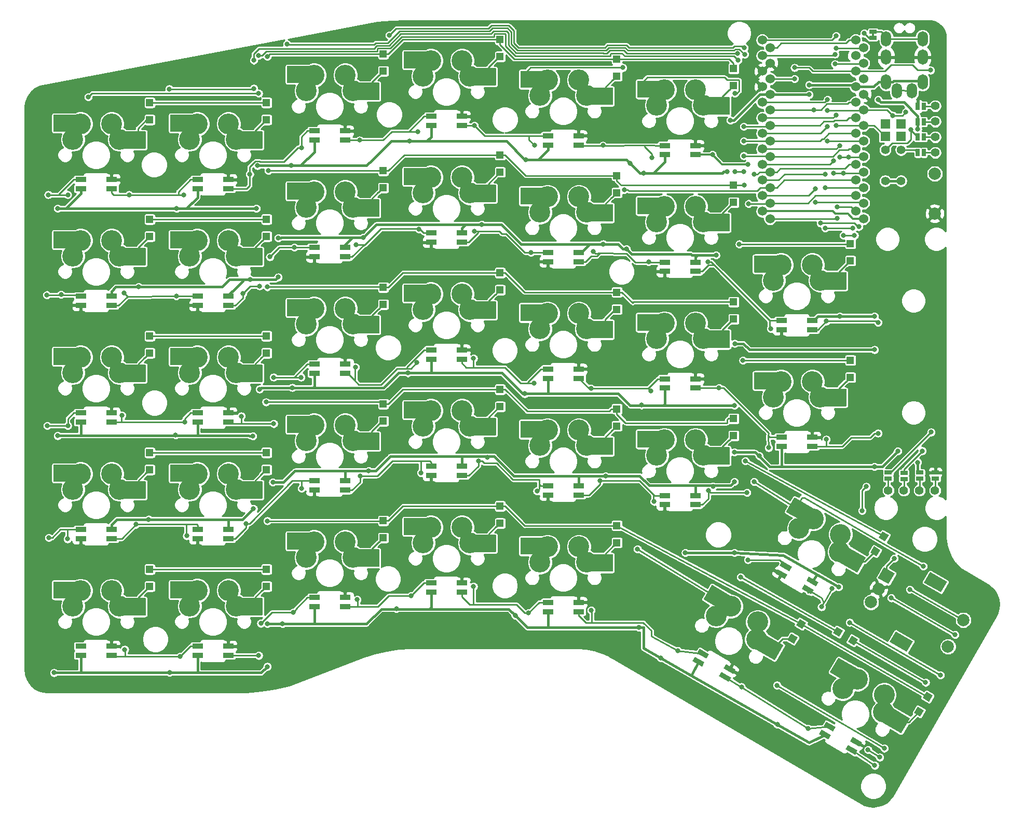
<source format=gtl>
G04 #@! TF.GenerationSoftware,KiCad,Pcbnew,(5.1.5)-3*
G04 #@! TF.CreationDate,2020-12-20T23:31:20-06:00*
G04 #@! TF.ProjectId,ZodiarkSplit,5a6f6469-6172-46b5-9370-6c69742e6b69,rev?*
G04 #@! TF.SameCoordinates,Original*
G04 #@! TF.FileFunction,Copper,L1,Top*
G04 #@! TF.FilePolarity,Positive*
%FSLAX46Y46*%
G04 Gerber Fmt 4.6, Leading zero omitted, Abs format (unit mm)*
G04 Created by KiCad (PCBNEW (5.1.5)-3) date 2020-12-20 23:31:20*
%MOMM*%
%LPD*%
G04 APERTURE LIST*
%ADD10C,0.100000*%
%ADD11C,2.000000*%
%ADD12C,1.397000*%
%ADD13R,1.143000X0.635000*%
%ADD14R,0.635000X1.143000*%
%ADD15R,1.800000X0.820000*%
%ADD16C,3.400000*%
%ADD17O,1.700000X2.500000*%
%ADD18R,1.200000X1.200000*%
%ADD19C,1.524000*%
%ADD20R,0.381000X0.381000*%
%ADD21R,1.524000X1.524000*%
%ADD22C,0.800000*%
%ADD23C,0.250000*%
%ADD24C,0.381000*%
%ADD25C,0.304800*%
%ADD26C,0.254000*%
G04 APERTURE END LIST*
G04 #@! TA.AperFunction,ComponentPad*
D10*
G36*
X168013784Y-138913461D02*
G01*
X169013784Y-137181411D01*
X170745834Y-138181411D01*
X169745834Y-139913461D01*
X168013784Y-138913461D01*
G37*
G04 #@! TD.AperFunction*
D11*
X168129809Y-140712500D03*
X166879809Y-142877564D03*
G04 #@! TA.AperFunction,WasherPad*
D10*
G36*
X175539359Y-139678783D02*
G01*
X176539359Y-137946733D01*
X179310641Y-139546733D01*
X178310641Y-141278783D01*
X175539359Y-139678783D01*
G37*
G04 #@! TD.AperFunction*
G04 #@! TA.AperFunction,WasherPad*
G36*
X169939359Y-149378267D02*
G01*
X170939359Y-147646217D01*
X173710641Y-149246217D01*
X172710641Y-150978267D01*
X169939359Y-149378267D01*
G37*
G04 #@! TD.AperFunction*
D11*
X181937178Y-145797436D03*
X179437178Y-150127564D03*
D12*
X177323750Y-124618750D03*
X174783750Y-124618750D03*
X172243750Y-124618750D03*
X169703750Y-124618750D03*
D13*
X169700000Y-121699620D03*
X169700000Y-122700380D03*
X172250000Y-121749620D03*
X172250000Y-122750380D03*
X174850000Y-121699620D03*
X174850000Y-122700380D03*
X177400000Y-121699240D03*
X177400000Y-122700000D03*
D14*
X174519620Y-69470000D03*
X175520380Y-69470000D03*
X174509620Y-66920000D03*
X175510380Y-66920000D03*
X174509620Y-64440000D03*
X175510380Y-64440000D03*
X174499620Y-61890000D03*
X175500380Y-61890000D03*
G04 #@! TA.AperFunction,SMDPad,CuDef*
D10*
G36*
X139731859Y-152688199D02*
G01*
X139321859Y-153398339D01*
X137763013Y-152498339D01*
X138173013Y-151788199D01*
X139731859Y-152688199D01*
G37*
G04 #@! TD.AperFunction*
G04 #@! TA.AperFunction,SMDPad,CuDef*
G36*
X140481859Y-151389161D02*
G01*
X140071859Y-152099301D01*
X138513013Y-151199301D01*
X138923013Y-150489161D01*
X140481859Y-151389161D01*
G37*
G04 #@! TD.AperFunction*
G04 #@! TA.AperFunction,SMDPad,CuDef*
G36*
X144811987Y-153889161D02*
G01*
X144401987Y-154599301D01*
X142843141Y-153699301D01*
X143253141Y-152989161D01*
X144811987Y-153889161D01*
G37*
G04 #@! TD.AperFunction*
G04 #@! TA.AperFunction,SMDPad,CuDef*
G36*
X144061987Y-155188199D02*
G01*
X143651987Y-155898339D01*
X142093141Y-154998339D01*
X142503141Y-154288199D01*
X144061987Y-155188199D01*
G37*
G04 #@! TD.AperFunction*
G04 #@! TA.AperFunction,SMDPad,CuDef*
G36*
X160369359Y-164594449D02*
G01*
X159959359Y-165304589D01*
X158400513Y-164404589D01*
X158810513Y-163694449D01*
X160369359Y-164594449D01*
G37*
G04 #@! TD.AperFunction*
G04 #@! TA.AperFunction,SMDPad,CuDef*
G36*
X161119359Y-163295411D02*
G01*
X160709359Y-164005551D01*
X159150513Y-163105551D01*
X159560513Y-162395411D01*
X161119359Y-163295411D01*
G37*
G04 #@! TD.AperFunction*
G04 #@! TA.AperFunction,SMDPad,CuDef*
G36*
X165449487Y-165795411D02*
G01*
X165039487Y-166505551D01*
X163480641Y-165605551D01*
X163890641Y-164895411D01*
X165449487Y-165795411D01*
G37*
G04 #@! TD.AperFunction*
G04 #@! TA.AperFunction,SMDPad,CuDef*
G36*
X164699487Y-167094449D02*
G01*
X164289487Y-167804589D01*
X162730641Y-166904589D01*
X163140641Y-166194449D01*
X164699487Y-167094449D01*
G37*
G04 #@! TD.AperFunction*
D15*
X133231250Y-107906250D03*
X133231250Y-106406250D03*
X138231250Y-106406250D03*
X138231250Y-107906250D03*
X152281250Y-117431250D03*
X152281250Y-115931250D03*
X157281250Y-115931250D03*
X157281250Y-117431250D03*
X133231250Y-69806250D03*
X133231250Y-68306250D03*
X138231250Y-68306250D03*
X138231250Y-69806250D03*
X114181250Y-144418750D03*
X114181250Y-142918750D03*
X119181250Y-142918750D03*
X119181250Y-144418750D03*
G04 #@! TA.AperFunction,SMDPad,CuDef*
D10*
G36*
X156336891Y-139411801D02*
G01*
X156746891Y-138701661D01*
X158305737Y-139601661D01*
X157895737Y-140311801D01*
X156336891Y-139411801D01*
G37*
G04 #@! TD.AperFunction*
G04 #@! TA.AperFunction,SMDPad,CuDef*
G36*
X155586891Y-140710839D02*
G01*
X155996891Y-140000699D01*
X157555737Y-140900699D01*
X157145737Y-141610839D01*
X155586891Y-140710839D01*
G37*
G04 #@! TD.AperFunction*
G04 #@! TA.AperFunction,SMDPad,CuDef*
G36*
X151256763Y-138210839D02*
G01*
X151666763Y-137500699D01*
X153225609Y-138400699D01*
X152815609Y-139110839D01*
X151256763Y-138210839D01*
G37*
G04 #@! TD.AperFunction*
G04 #@! TA.AperFunction,SMDPad,CuDef*
G36*
X152006763Y-136911801D02*
G01*
X152416763Y-136201661D01*
X153975609Y-137101661D01*
X153565609Y-137811801D01*
X152006763Y-136911801D01*
G37*
G04 #@! TD.AperFunction*
D15*
X114181250Y-106318750D03*
X114181250Y-104818750D03*
X119181250Y-104818750D03*
X119181250Y-106318750D03*
X157281250Y-96881250D03*
X157281250Y-98381250D03*
X152281250Y-98381250D03*
X152281250Y-96881250D03*
X114181250Y-68218750D03*
X114181250Y-66718750D03*
X119181250Y-66718750D03*
X119181250Y-68218750D03*
X95131250Y-141243750D03*
X95131250Y-139743750D03*
X100131250Y-139743750D03*
X100131250Y-141243750D03*
X138231250Y-125456250D03*
X138231250Y-126956250D03*
X133231250Y-126956250D03*
X133231250Y-125456250D03*
X95131250Y-103187500D03*
X95131250Y-101687500D03*
X100131250Y-101687500D03*
X100131250Y-103187500D03*
X138231250Y-87356250D03*
X138231250Y-88856250D03*
X133231250Y-88856250D03*
X133231250Y-87356250D03*
X95131250Y-65043750D03*
X95131250Y-63543750D03*
X100131250Y-63543750D03*
X100131250Y-65043750D03*
X76081250Y-143625000D03*
X76081250Y-142125000D03*
X81081250Y-142125000D03*
X81081250Y-143625000D03*
X119181250Y-123868750D03*
X119181250Y-125368750D03*
X114181250Y-125368750D03*
X114181250Y-123868750D03*
X76081250Y-105525000D03*
X76081250Y-104025000D03*
X81081250Y-104025000D03*
X81081250Y-105525000D03*
X119181250Y-85768750D03*
X119181250Y-87268750D03*
X114181250Y-87268750D03*
X114181250Y-85768750D03*
X76081250Y-67425000D03*
X76081250Y-65925000D03*
X81081250Y-65925000D03*
X81081250Y-67425000D03*
X57031250Y-151562500D03*
X57031250Y-150062500D03*
X62031250Y-150062500D03*
X62031250Y-151562500D03*
X100131250Y-120693750D03*
X100131250Y-122193750D03*
X95131250Y-122193750D03*
X95131250Y-120693750D03*
X57031250Y-113462500D03*
X57031250Y-111962500D03*
X62031250Y-111962500D03*
X62031250Y-113462500D03*
X100131250Y-82593750D03*
X100131250Y-84093750D03*
X95131250Y-84093750D03*
X95131250Y-82593750D03*
X57031250Y-75362500D03*
X57031250Y-73862500D03*
X62031250Y-73862500D03*
X62031250Y-75362500D03*
X37981250Y-151562500D03*
X37981250Y-150062500D03*
X42981250Y-150062500D03*
X42981250Y-151562500D03*
X81081250Y-123075000D03*
X81081250Y-124575000D03*
X76081250Y-124575000D03*
X76081250Y-123075000D03*
X37981250Y-113462500D03*
X37981250Y-111962500D03*
X42981250Y-111962500D03*
X42981250Y-113462500D03*
X81081250Y-84975000D03*
X81081250Y-86475000D03*
X76081250Y-86475000D03*
X76081250Y-84975000D03*
X37981250Y-75362500D03*
X37981250Y-73862500D03*
X42981250Y-73862500D03*
X42981250Y-75362500D03*
X62031250Y-131012500D03*
X62031250Y-132512500D03*
X57031250Y-132512500D03*
X57031250Y-131012500D03*
X42981250Y-131012500D03*
X42981250Y-132512500D03*
X37981250Y-132512500D03*
X37981250Y-131012500D03*
X62031250Y-92912500D03*
X62031250Y-94412500D03*
X57031250Y-94412500D03*
X57031250Y-92912500D03*
X42981250Y-92912500D03*
X42981250Y-94412500D03*
X37981250Y-94412500D03*
X37981250Y-92912500D03*
D16*
X152241250Y-106838750D03*
X150971250Y-109378750D03*
X158591250Y-109378750D03*
X157321250Y-106838750D03*
G04 #@! TA.AperFunction,ComponentPad*
D10*
G36*
X152254809Y-105183389D02*
G01*
X152257908Y-105183414D01*
X152412075Y-105192167D01*
X152413120Y-105192233D01*
X152416270Y-105192611D01*
X152419362Y-105192939D01*
X152571938Y-105216695D01*
X152572972Y-105216863D01*
X152576058Y-105217544D01*
X152579115Y-105218174D01*
X152728645Y-105256706D01*
X152729657Y-105256974D01*
X152732641Y-105257946D01*
X152735643Y-105258878D01*
X152880687Y-105311814D01*
X152880699Y-105311818D01*
X152880712Y-105311823D01*
X152881682Y-105312184D01*
X152884620Y-105313471D01*
X152887452Y-105314664D01*
X153026650Y-105381505D01*
X153027591Y-105381964D01*
X153030392Y-105383532D01*
X153033093Y-105384996D01*
X153165097Y-105465098D01*
X153165103Y-105465101D01*
X153165104Y-105465102D01*
X153165996Y-105465651D01*
X153168589Y-105467457D01*
X153171175Y-105469204D01*
X153294739Y-105561809D01*
X153295572Y-105562443D01*
X153297959Y-105564478D01*
X153300381Y-105566485D01*
X153414319Y-105670706D01*
X153415087Y-105671418D01*
X153417276Y-105673689D01*
X153419478Y-105675910D01*
X153522691Y-105790742D01*
X153522701Y-105790752D01*
X153522711Y-105790764D01*
X153523396Y-105791536D01*
X153525359Y-105794017D01*
X153527328Y-105796435D01*
X153618853Y-105920802D01*
X153619468Y-105921649D01*
X153621202Y-105924345D01*
X153622902Y-105926909D01*
X153701854Y-106059613D01*
X153702383Y-106060516D01*
X153703833Y-106063343D01*
X153705288Y-106066085D01*
X153770905Y-106205845D01*
X153770914Y-106205861D01*
X153770922Y-106205881D01*
X153771352Y-106206812D01*
X153772513Y-106209752D01*
X153773700Y-106212639D01*
X153825372Y-106358152D01*
X153825716Y-106359141D01*
X153826587Y-106362188D01*
X153827484Y-106365168D01*
X153864710Y-106515028D01*
X153864955Y-106516046D01*
X153865519Y-106519135D01*
X153866127Y-106522218D01*
X153888551Y-106674996D01*
X153888696Y-106676033D01*
X153888956Y-106679162D01*
X153889260Y-106682288D01*
X153896669Y-106836526D01*
X153896712Y-106837572D01*
X153896665Y-106840732D01*
X153896662Y-106843853D01*
X153888985Y-106998076D01*
X153888926Y-106999121D01*
X153888572Y-107002252D01*
X153888264Y-107005368D01*
X153865574Y-107158107D01*
X153865413Y-107159141D01*
X153864747Y-107162262D01*
X153864144Y-107165293D01*
X153826658Y-107315088D01*
X153826397Y-107316102D01*
X153825432Y-107319137D01*
X153824534Y-107322101D01*
X153772609Y-107467524D01*
X153772251Y-107468508D01*
X153770998Y-107471425D01*
X153769811Y-107474297D01*
X153703943Y-107613957D01*
X153703490Y-107614901D01*
X153701947Y-107617703D01*
X153700497Y-107620424D01*
X153621314Y-107752992D01*
X153620771Y-107753887D01*
X153618979Y-107756500D01*
X153617255Y-107759090D01*
X153525515Y-107883299D01*
X153524887Y-107884137D01*
X153522851Y-107886559D01*
X153520879Y-107888973D01*
X153417455Y-108003636D01*
X153416749Y-108004409D01*
X153414488Y-108006619D01*
X153412288Y-108008831D01*
X153298179Y-108112844D01*
X153298169Y-108112854D01*
X153298157Y-108112864D01*
X153297390Y-108113554D01*
X153294949Y-108115513D01*
X153292519Y-108117520D01*
X153168794Y-108209911D01*
X153167951Y-108210532D01*
X153165260Y-108212290D01*
X153162715Y-108214003D01*
X153030564Y-108293879D01*
X153029664Y-108294415D01*
X153026854Y-108295881D01*
X153024115Y-108297359D01*
X152884802Y-108363958D01*
X152883854Y-108364403D01*
X152880901Y-108365593D01*
X152878045Y-108366791D01*
X152732903Y-108419475D01*
X152732897Y-108419478D01*
X152732889Y-108419480D01*
X152731910Y-108419829D01*
X152728861Y-108420724D01*
X152725895Y-108421639D01*
X152576303Y-108459909D01*
X152576298Y-108459910D01*
X152576292Y-108459911D01*
X152575281Y-108460163D01*
X152572148Y-108460758D01*
X152569118Y-108461377D01*
X152416502Y-108484868D01*
X152415466Y-108485020D01*
X152412706Y-108485269D01*
X152409933Y-108485585D01*
X152342049Y-108489975D01*
X152361363Y-108518148D01*
X152361949Y-108519015D01*
X152363580Y-108521747D01*
X152365206Y-108524387D01*
X152438703Y-108657898D01*
X152438708Y-108657906D01*
X152438708Y-108657907D01*
X152439207Y-108658827D01*
X152440561Y-108661701D01*
X152441924Y-108664491D01*
X152502047Y-108804545D01*
X152502454Y-108805510D01*
X152503531Y-108808529D01*
X152504605Y-108811412D01*
X152550774Y-108956666D01*
X152551085Y-108957666D01*
X152551864Y-108960782D01*
X152552650Y-108963750D01*
X152584423Y-109112815D01*
X152584635Y-109113841D01*
X152585098Y-109116966D01*
X152585599Y-109120047D01*
X152602675Y-109271503D01*
X152602785Y-109272544D01*
X152602940Y-109275683D01*
X152603139Y-109278815D01*
X152605355Y-109431212D01*
X152605363Y-109432259D01*
X152605211Y-109435401D01*
X152605104Y-109438536D01*
X152592437Y-109590423D01*
X152592343Y-109591466D01*
X152591886Y-109594572D01*
X152591472Y-109597687D01*
X152564044Y-109747614D01*
X152563848Y-109748642D01*
X152563080Y-109751733D01*
X152562374Y-109754749D01*
X152520450Y-109901268D01*
X152520447Y-109901282D01*
X152520442Y-109901297D01*
X152520152Y-109902288D01*
X152519082Y-109905299D01*
X152518089Y-109908220D01*
X152462063Y-110049963D01*
X152461672Y-110050934D01*
X152460321Y-110053809D01*
X152459040Y-110056638D01*
X152389449Y-110192238D01*
X152388965Y-110193167D01*
X152387338Y-110195899D01*
X152385789Y-110198586D01*
X152303298Y-110326747D01*
X152302725Y-110327624D01*
X152300871Y-110330142D01*
X152299036Y-110332708D01*
X152204432Y-110452208D01*
X152203776Y-110453025D01*
X152201678Y-110455358D01*
X152199608Y-110457725D01*
X152093795Y-110567423D01*
X152093063Y-110568171D01*
X152090748Y-110570287D01*
X152088456Y-110572442D01*
X151972444Y-110671291D01*
X151971642Y-110671964D01*
X151969107Y-110673863D01*
X151966641Y-110675764D01*
X151841536Y-110762822D01*
X151840673Y-110763414D01*
X151837968Y-110765054D01*
X151835324Y-110766708D01*
X151702330Y-110841135D01*
X151702322Y-110841140D01*
X151702312Y-110841145D01*
X151701404Y-110841646D01*
X151698560Y-110843010D01*
X151695760Y-110844402D01*
X151556128Y-110905501D01*
X151555166Y-110905914D01*
X151552218Y-110906989D01*
X151549279Y-110908107D01*
X151404351Y-110955289D01*
X151403353Y-110955606D01*
X151400296Y-110956393D01*
X151397281Y-110957214D01*
X151248441Y-110990028D01*
X151247417Y-110990247D01*
X151244249Y-110990739D01*
X151241216Y-110991254D01*
X151089887Y-111009386D01*
X151089882Y-111009386D01*
X151088844Y-111009504D01*
X151085695Y-111009682D01*
X151082575Y-111009902D01*
X150930197Y-111013181D01*
X150929150Y-111013196D01*
X150925982Y-111013065D01*
X150922872Y-111012980D01*
X150770900Y-111001374D01*
X150769857Y-111001288D01*
X150766697Y-111000846D01*
X150763630Y-111000460D01*
X150613519Y-110974080D01*
X150613515Y-110974080D01*
X150613511Y-110974079D01*
X150612486Y-110973892D01*
X150609431Y-110973155D01*
X150606369Y-110972461D01*
X150459545Y-110931557D01*
X150458538Y-110931269D01*
X150455557Y-110930233D01*
X150452591Y-110929248D01*
X150310460Y-110874213D01*
X150309487Y-110873828D01*
X150306626Y-110872508D01*
X150303764Y-110871236D01*
X150167682Y-110802593D01*
X150166751Y-110802115D01*
X150164039Y-110800526D01*
X150161309Y-110798978D01*
X150032575Y-110717384D01*
X150031695Y-110716817D01*
X150029140Y-110714963D01*
X150026586Y-110713164D01*
X149906427Y-110619396D01*
X149905606Y-110618747D01*
X149903228Y-110616638D01*
X149900877Y-110614611D01*
X149790443Y-110509566D01*
X149789690Y-110508840D01*
X149787531Y-110506511D01*
X149785388Y-110504263D01*
X149685730Y-110388943D01*
X149685051Y-110388146D01*
X149683129Y-110385617D01*
X149681216Y-110383171D01*
X149593288Y-110258678D01*
X149592690Y-110257818D01*
X149591048Y-110255153D01*
X149589358Y-110252493D01*
X149513999Y-110120012D01*
X149513487Y-110119098D01*
X149512097Y-110116251D01*
X149510691Y-110113473D01*
X149448620Y-109974271D01*
X149448200Y-109973312D01*
X149447097Y-109970353D01*
X149445966Y-109967442D01*
X149397773Y-109822847D01*
X149397449Y-109821851D01*
X149396650Y-109818835D01*
X149395798Y-109815790D01*
X149361946Y-109667183D01*
X149361721Y-109666161D01*
X149361217Y-109663059D01*
X149360670Y-109659968D01*
X149341481Y-109508765D01*
X149341356Y-109507726D01*
X149341158Y-109504598D01*
X149340914Y-109501460D01*
X149336572Y-109349108D01*
X149336560Y-109348493D01*
X149486616Y-109348493D01*
X149490750Y-109493527D01*
X149509013Y-109637438D01*
X149541238Y-109778900D01*
X149587112Y-109916539D01*
X149646193Y-110049032D01*
X149717923Y-110175134D01*
X149801621Y-110293639D01*
X149896484Y-110403411D01*
X150001602Y-110503400D01*
X150115971Y-110592649D01*
X150238517Y-110670321D01*
X150368038Y-110735655D01*
X150503333Y-110788043D01*
X150643096Y-110826980D01*
X150785981Y-110852089D01*
X150930631Y-110863136D01*
X151075690Y-110860015D01*
X151219728Y-110842756D01*
X151361403Y-110811522D01*
X151499355Y-110766611D01*
X151632268Y-110708453D01*
X151758868Y-110637604D01*
X151877951Y-110554737D01*
X151988379Y-110460648D01*
X152089098Y-110356232D01*
X152179150Y-110242480D01*
X152257673Y-110120485D01*
X152323914Y-109991411D01*
X152377243Y-109856492D01*
X152417150Y-109717022D01*
X152443260Y-109574303D01*
X152455318Y-109429720D01*
X152453208Y-109284666D01*
X152436953Y-109140493D01*
X152406711Y-108998608D01*
X152362764Y-108860345D01*
X152305538Y-108727039D01*
X152235576Y-108599947D01*
X152151464Y-108477254D01*
X152150877Y-108476386D01*
X152147122Y-108470095D01*
X152143999Y-108463466D01*
X152141537Y-108456564D01*
X152139760Y-108449455D01*
X152138685Y-108442207D01*
X152138322Y-108434889D01*
X152138677Y-108427570D01*
X152139743Y-108420321D01*
X152141512Y-108413210D01*
X152143966Y-108406305D01*
X152147082Y-108399674D01*
X152150830Y-108393377D01*
X152155175Y-108387477D01*
X152160074Y-108382029D01*
X152165484Y-108377085D01*
X152171348Y-108372692D01*
X152177614Y-108368893D01*
X152184220Y-108365723D01*
X152191104Y-108363213D01*
X152198200Y-108361386D01*
X152205441Y-108360261D01*
X152212756Y-108359848D01*
X152220078Y-108360151D01*
X152227334Y-108361166D01*
X152231998Y-108362292D01*
X152235801Y-108359090D01*
X152241840Y-108354939D01*
X152248255Y-108351398D01*
X152254985Y-108348500D01*
X152261964Y-108346272D01*
X152269129Y-108344736D01*
X152276410Y-108343906D01*
X152396955Y-108336110D01*
X152542675Y-108313681D01*
X152685166Y-108277228D01*
X152823408Y-108227047D01*
X152956110Y-108163610D01*
X153081979Y-108087531D01*
X153199836Y-107999522D01*
X153308527Y-107900447D01*
X153407031Y-107791238D01*
X153494418Y-107672924D01*
X153569841Y-107546652D01*
X153632579Y-107413629D01*
X153682039Y-107275107D01*
X153717740Y-107132443D01*
X153739353Y-106986952D01*
X153746665Y-106840065D01*
X153739608Y-106693146D01*
X153718250Y-106547631D01*
X153682791Y-106404886D01*
X153633577Y-106266293D01*
X153571063Y-106133147D01*
X153495871Y-106006761D01*
X153408690Y-105888297D01*
X153310370Y-105778910D01*
X153201847Y-105679642D01*
X153084155Y-105591438D01*
X152958413Y-105515135D01*
X152825835Y-105451473D01*
X152687661Y-105401045D01*
X152545232Y-105364344D01*
X152399908Y-105341717D01*
X152253073Y-105333380D01*
X152106110Y-105339412D01*
X151960446Y-105359754D01*
X151817470Y-105394212D01*
X151678523Y-105442463D01*
X151544947Y-105504044D01*
X151418035Y-105578354D01*
X151298970Y-105664703D01*
X151188898Y-105762259D01*
X151088876Y-105870084D01*
X150999847Y-105987165D01*
X150922676Y-106112361D01*
X150858084Y-106244503D01*
X150806697Y-106382308D01*
X150769004Y-106524472D01*
X150745361Y-106669645D01*
X150736000Y-106816419D01*
X150741005Y-106963418D01*
X150760330Y-107109223D01*
X150793789Y-107252437D01*
X150841071Y-107391720D01*
X150901712Y-107525711D01*
X150975139Y-107653145D01*
X151062786Y-107775795D01*
X151063389Y-107776651D01*
X151067266Y-107782868D01*
X151070518Y-107789435D01*
X151073114Y-107796287D01*
X151075030Y-107803360D01*
X151076246Y-107810586D01*
X151076751Y-107817896D01*
X151076539Y-107825220D01*
X151075614Y-107832489D01*
X151073984Y-107839633D01*
X151071665Y-107846584D01*
X151068679Y-107853275D01*
X151065054Y-107859644D01*
X151060826Y-107865627D01*
X151056034Y-107871170D01*
X151050722Y-107876218D01*
X151044944Y-107880725D01*
X151038754Y-107884646D01*
X151032210Y-107887944D01*
X151025377Y-107890588D01*
X151018317Y-107892552D01*
X151011100Y-107893818D01*
X151003794Y-107894374D01*
X150996468Y-107894214D01*
X150989193Y-107893340D01*
X150988904Y-107893276D01*
X150984171Y-107893693D01*
X150846282Y-107899069D01*
X150702362Y-107918355D01*
X150561125Y-107951567D01*
X150423822Y-107998396D01*
X150291739Y-108058402D01*
X150166131Y-108131018D01*
X150048215Y-108215539D01*
X149939113Y-108311161D01*
X149839859Y-108416976D01*
X149751405Y-108531972D01*
X149674600Y-108655043D01*
X149610166Y-108785029D01*
X149558723Y-108920688D01*
X149520767Y-109060704D01*
X149496653Y-109203773D01*
X149486616Y-109348493D01*
X149336560Y-109348493D01*
X149336550Y-109348061D01*
X149336658Y-109344913D01*
X149336722Y-109341782D01*
X149347267Y-109189732D01*
X149347346Y-109188688D01*
X149347772Y-109185478D01*
X149348130Y-109182456D01*
X149373462Y-109032162D01*
X149373643Y-109031130D01*
X149374382Y-109027969D01*
X149375032Y-109025004D01*
X149414908Y-108877899D01*
X149415189Y-108876891D01*
X149416208Y-108873892D01*
X149417169Y-108870929D01*
X149471211Y-108728417D01*
X149471589Y-108727440D01*
X149472904Y-108724536D01*
X149474141Y-108721701D01*
X149541831Y-108585143D01*
X149542303Y-108584208D01*
X149543882Y-108581469D01*
X149545403Y-108578745D01*
X149626095Y-108449444D01*
X149626656Y-108448559D01*
X149628495Y-108445988D01*
X149630274Y-108443424D01*
X149723200Y-108322614D01*
X149723844Y-108321788D01*
X149725938Y-108319393D01*
X149727946Y-108317031D01*
X149832218Y-108205866D01*
X149832940Y-108205107D01*
X149835238Y-108202947D01*
X149837486Y-108200773D01*
X149952107Y-108100314D01*
X149952899Y-108099629D01*
X149955402Y-108097699D01*
X149957847Y-108095759D01*
X150081725Y-108006964D01*
X150082580Y-108006360D01*
X150085253Y-108004687D01*
X150087882Y-108002991D01*
X150219833Y-107926709D01*
X150220743Y-107926191D01*
X150223604Y-107924769D01*
X150226348Y-107923357D01*
X150365112Y-107860314D01*
X150366069Y-107859887D01*
X150369037Y-107858757D01*
X150371925Y-107857612D01*
X150516179Y-107808412D01*
X150517173Y-107808081D01*
X150520176Y-107807263D01*
X150523222Y-107806388D01*
X150671589Y-107771499D01*
X150672610Y-107771267D01*
X150675725Y-107770738D01*
X150678795Y-107770173D01*
X150829859Y-107749929D01*
X150830898Y-107749796D01*
X150833941Y-107749582D01*
X150836899Y-107749321D01*
X150858890Y-107748464D01*
X150850965Y-107737374D01*
X150850362Y-107736518D01*
X150848681Y-107733822D01*
X150847002Y-107731212D01*
X150769911Y-107597418D01*
X150769394Y-107596507D01*
X150767967Y-107593626D01*
X150766567Y-107590897D01*
X150702900Y-107450219D01*
X150702475Y-107449263D01*
X150701357Y-107446312D01*
X150700208Y-107443404D01*
X150650572Y-107297184D01*
X150650242Y-107296191D01*
X150649406Y-107293104D01*
X150648559Y-107290139D01*
X150613429Y-107139773D01*
X150613197Y-107138752D01*
X150612673Y-107135633D01*
X150612112Y-107132565D01*
X150591823Y-106979490D01*
X150591693Y-106978451D01*
X150591478Y-106975341D01*
X150591216Y-106972187D01*
X150585961Y-106817861D01*
X150585933Y-106816815D01*
X150586023Y-106813687D01*
X150586070Y-106810535D01*
X150595899Y-106656434D01*
X150595973Y-106655390D01*
X150596370Y-106652269D01*
X150596722Y-106649152D01*
X150621543Y-106496745D01*
X150621718Y-106495713D01*
X150622427Y-106492605D01*
X150623073Y-106489580D01*
X150662647Y-106340322D01*
X150662922Y-106339312D01*
X150663926Y-106336304D01*
X150664869Y-106333339D01*
X150718815Y-106188667D01*
X150718819Y-106188656D01*
X150718824Y-106188643D01*
X150719192Y-106187677D01*
X150720485Y-106184779D01*
X150721712Y-106181924D01*
X150789523Y-106043196D01*
X150789989Y-106042259D01*
X150791549Y-106039518D01*
X150793059Y-106036777D01*
X150874076Y-105905344D01*
X150874084Y-105905329D01*
X150874095Y-105905313D01*
X150874640Y-105904441D01*
X150876444Y-105901888D01*
X150878229Y-105899286D01*
X150971694Y-105776372D01*
X150972334Y-105775543D01*
X150974397Y-105773157D01*
X150976410Y-105770762D01*
X151081414Y-105657566D01*
X151081424Y-105657555D01*
X151081436Y-105657543D01*
X151082142Y-105656792D01*
X151084423Y-105654623D01*
X151086664Y-105652433D01*
X151202224Y-105550013D01*
X151203012Y-105549324D01*
X151205514Y-105547373D01*
X151207939Y-105545426D01*
X151332942Y-105454772D01*
X151333794Y-105454163D01*
X151336512Y-105452442D01*
X151339077Y-105450766D01*
X151472319Y-105372749D01*
X151472328Y-105372743D01*
X151472339Y-105372738D01*
X151473236Y-105372220D01*
X151476037Y-105370808D01*
X151478825Y-105369353D01*
X151619056Y-105304706D01*
X151620010Y-105304274D01*
X151622932Y-105303143D01*
X151625853Y-105301966D01*
X151771721Y-105251311D01*
X151772713Y-105250975D01*
X151775748Y-105250130D01*
X151778753Y-105249249D01*
X151928870Y-105213070D01*
X151929889Y-105212831D01*
X151933034Y-105212279D01*
X151936069Y-105211703D01*
X152088996Y-105190347D01*
X152088999Y-105190346D01*
X152089002Y-105190346D01*
X152090038Y-105190208D01*
X152093190Y-105189968D01*
X152096297Y-105189688D01*
X152250580Y-105183356D01*
X152250582Y-105183356D01*
X152251628Y-105183320D01*
X152254809Y-105183389D01*
G37*
G04 #@! TD.AperFunction*
G04 #@! TA.AperFunction,ComponentPad*
G36*
X158468540Y-111009086D02*
G01*
X158467494Y-111009049D01*
X158464324Y-111008759D01*
X158461234Y-111008519D01*
X158310033Y-110989330D01*
X158308995Y-110989191D01*
X158305916Y-110988602D01*
X158302818Y-110988054D01*
X158154210Y-110954202D01*
X158153191Y-110953962D01*
X158150159Y-110953068D01*
X158147154Y-110952227D01*
X158002558Y-110904035D01*
X158001567Y-110903697D01*
X157998603Y-110902498D01*
X157995729Y-110901381D01*
X157856527Y-110839310D01*
X157855574Y-110838877D01*
X157852772Y-110837410D01*
X157849988Y-110836002D01*
X157717508Y-110760642D01*
X157716601Y-110760118D01*
X157713945Y-110758378D01*
X157711324Y-110756712D01*
X157586829Y-110668784D01*
X157585977Y-110668174D01*
X157583506Y-110666185D01*
X157581057Y-110664270D01*
X157465737Y-110564614D01*
X157464950Y-110563924D01*
X157462705Y-110561723D01*
X157460433Y-110559557D01*
X157355388Y-110449122D01*
X157354672Y-110448359D01*
X157352638Y-110445932D01*
X157350604Y-110443573D01*
X157256837Y-110323416D01*
X157256198Y-110322586D01*
X157254420Y-110319986D01*
X157252616Y-110317426D01*
X157171022Y-110188690D01*
X157170468Y-110187802D01*
X157168938Y-110185016D01*
X157167407Y-110182317D01*
X157098770Y-110046244D01*
X157098765Y-110046236D01*
X157098765Y-110046235D01*
X157098299Y-110045297D01*
X157097066Y-110042414D01*
X157095788Y-110039540D01*
X157040752Y-109897409D01*
X157040381Y-109896430D01*
X157039437Y-109893448D01*
X157038443Y-109890455D01*
X156997540Y-109743632D01*
X156997266Y-109742621D01*
X156996616Y-109739552D01*
X156995921Y-109736486D01*
X156969540Y-109586372D01*
X156969366Y-109585340D01*
X156969015Y-109582195D01*
X156968626Y-109579101D01*
X156957020Y-109427129D01*
X156956947Y-109426084D01*
X156956905Y-109422933D01*
X156956819Y-109419804D01*
X156960098Y-109267425D01*
X156960128Y-109266379D01*
X156960395Y-109263222D01*
X156960614Y-109260116D01*
X156978746Y-109108785D01*
X156978877Y-109107746D01*
X156979453Y-109104619D01*
X156979972Y-109101560D01*
X157012786Y-108952720D01*
X157013018Y-108951699D01*
X157013893Y-108948653D01*
X157014711Y-108945650D01*
X157061893Y-108800722D01*
X157062224Y-108799728D01*
X157063394Y-108796777D01*
X157064499Y-108793874D01*
X157125597Y-108654242D01*
X157126023Y-108653285D01*
X157127481Y-108650452D01*
X157128859Y-108647680D01*
X157203292Y-108514676D01*
X157203809Y-108513766D01*
X157205454Y-108511217D01*
X157207029Y-108508680D01*
X157220325Y-108489429D01*
X157121701Y-108482100D01*
X157120658Y-108482015D01*
X157117531Y-108481584D01*
X157114430Y-108481200D01*
X156962292Y-108454784D01*
X156961262Y-108454598D01*
X156958208Y-108453868D01*
X156955142Y-108453180D01*
X156806307Y-108412044D01*
X156805300Y-108411758D01*
X156802313Y-108410727D01*
X156799348Y-108409749D01*
X156655238Y-108354285D01*
X156654263Y-108353902D01*
X156651394Y-108352586D01*
X156648536Y-108351322D01*
X156510526Y-108282060D01*
X156509594Y-108281584D01*
X156506840Y-108279978D01*
X156504146Y-108278457D01*
X156373569Y-108196069D01*
X156373554Y-108196060D01*
X156373538Y-108196049D01*
X156372672Y-108195495D01*
X156370117Y-108193648D01*
X156367555Y-108191851D01*
X156245626Y-108097102D01*
X156244804Y-108096454D01*
X156242445Y-108094371D01*
X156240067Y-108092329D01*
X156127966Y-107986134D01*
X156127210Y-107985409D01*
X156125032Y-107983069D01*
X156122899Y-107980841D01*
X156021695Y-107864214D01*
X156021015Y-107863418D01*
X156019105Y-107860916D01*
X156017169Y-107858451D01*
X155927830Y-107732505D01*
X155927230Y-107731647D01*
X155925558Y-107728945D01*
X155923888Y-107726329D01*
X155847265Y-107592266D01*
X155846752Y-107591354D01*
X155845359Y-107588518D01*
X155843944Y-107585734D01*
X155780770Y-107444834D01*
X155780348Y-107443876D01*
X155779247Y-107440939D01*
X155778102Y-107438010D01*
X155728979Y-107291618D01*
X155728652Y-107290623D01*
X155727837Y-107287572D01*
X155726989Y-107284565D01*
X155692386Y-107134078D01*
X155692158Y-107133056D01*
X155691644Y-107129933D01*
X155691094Y-107126865D01*
X155671340Y-106973718D01*
X155671213Y-106972679D01*
X155671006Y-106969522D01*
X155670759Y-106966414D01*
X155666044Y-106812071D01*
X155666019Y-106811024D01*
X155666121Y-106807855D01*
X155666178Y-106804745D01*
X155676547Y-106650679D01*
X155676625Y-106649635D01*
X155677032Y-106646525D01*
X155677396Y-106643401D01*
X155702749Y-106491082D01*
X155702928Y-106490050D01*
X155703645Y-106486955D01*
X155704304Y-106483921D01*
X155744397Y-106334818D01*
X155744400Y-106334804D01*
X155744405Y-106334789D01*
X155744679Y-106333793D01*
X155745696Y-106330781D01*
X155746647Y-106327829D01*
X155801103Y-106183334D01*
X155801478Y-106182357D01*
X155802793Y-106179439D01*
X155804019Y-106176612D01*
X155872315Y-106038122D01*
X155872784Y-106037186D01*
X155874365Y-106034431D01*
X155875873Y-106031716D01*
X155957358Y-105900552D01*
X155957916Y-105899667D01*
X155959777Y-105897053D01*
X155961524Y-105894525D01*
X156055419Y-105771937D01*
X156056061Y-105771110D01*
X156058132Y-105768731D01*
X156060153Y-105766344D01*
X156165553Y-105653516D01*
X156165563Y-105653505D01*
X156165575Y-105653493D01*
X156166283Y-105652745D01*
X156168561Y-105650595D01*
X156170821Y-105648401D01*
X156286738Y-105546386D01*
X156287528Y-105545700D01*
X156290046Y-105543750D01*
X156292469Y-105541820D01*
X156417779Y-105451611D01*
X156417788Y-105451604D01*
X156417800Y-105451597D01*
X156418643Y-105450998D01*
X156421296Y-105449330D01*
X156423937Y-105447618D01*
X156557461Y-105370062D01*
X156558370Y-105369542D01*
X156561213Y-105368121D01*
X156563970Y-105366695D01*
X156704417Y-105302542D01*
X156704425Y-105302538D01*
X156704434Y-105302534D01*
X156705381Y-105302109D01*
X156708351Y-105300972D01*
X156711231Y-105299823D01*
X156857271Y-105249681D01*
X156857277Y-105249679D01*
X156857284Y-105249677D01*
X156858270Y-105249345D01*
X156861335Y-105248504D01*
X156864315Y-105247641D01*
X157014558Y-105211987D01*
X157015578Y-105211752D01*
X157018692Y-105211217D01*
X157021762Y-105210645D01*
X157174763Y-105189824D01*
X157174766Y-105189823D01*
X157174769Y-105189823D01*
X157175805Y-105189689D01*
X157178970Y-105189459D01*
X157182066Y-105189191D01*
X157336371Y-105183399D01*
X157336373Y-105183399D01*
X157337419Y-105183367D01*
X157340568Y-105183447D01*
X157343699Y-105183482D01*
X157497834Y-105192774D01*
X157497837Y-105192774D01*
X157498879Y-105192844D01*
X157502033Y-105193234D01*
X157505119Y-105193572D01*
X157657611Y-105217862D01*
X157658644Y-105218033D01*
X157661740Y-105218728D01*
X157664782Y-105219366D01*
X157814176Y-105258420D01*
X157815187Y-105258692D01*
X157818180Y-105259679D01*
X157821166Y-105260618D01*
X157966037Y-105314064D01*
X157967017Y-105314433D01*
X157969928Y-105315719D01*
X157972780Y-105316933D01*
X158111743Y-105384261D01*
X158112682Y-105384724D01*
X158115438Y-105386280D01*
X158118173Y-105387774D01*
X158249904Y-105468341D01*
X158250793Y-105468893D01*
X158253382Y-105470709D01*
X158255961Y-105472465D01*
X158379200Y-105565502D01*
X158380031Y-105566138D01*
X158382434Y-105568202D01*
X158384825Y-105570197D01*
X158498398Y-105674816D01*
X158499163Y-105675531D01*
X158501334Y-105677799D01*
X158503538Y-105680038D01*
X158606360Y-105795241D01*
X158607052Y-105796027D01*
X158609028Y-105798543D01*
X158610966Y-105800940D01*
X158702055Y-105925627D01*
X158702667Y-105926476D01*
X158704370Y-105929144D01*
X158706083Y-105931747D01*
X158784570Y-106064727D01*
X158785096Y-106065633D01*
X158786524Y-106068442D01*
X158787982Y-106071212D01*
X158853118Y-106211216D01*
X158853553Y-106212168D01*
X158854699Y-106215099D01*
X158855881Y-106218003D01*
X158907043Y-106363695D01*
X158907384Y-106364685D01*
X158908250Y-106367754D01*
X158909131Y-106370719D01*
X158945833Y-106520709D01*
X158946075Y-106521727D01*
X158946630Y-106524829D01*
X158947225Y-106527903D01*
X158969115Y-106680758D01*
X158969256Y-106681795D01*
X158969504Y-106684915D01*
X158969798Y-106688054D01*
X158976667Y-106842316D01*
X158976706Y-106843362D01*
X158976649Y-106846491D01*
X158976635Y-106849643D01*
X158968419Y-107003839D01*
X158968356Y-107004884D01*
X158967990Y-107008022D01*
X158967672Y-107011129D01*
X158944447Y-107163787D01*
X158944282Y-107164821D01*
X158943610Y-107167920D01*
X158942992Y-107170968D01*
X158904982Y-107320631D01*
X158904718Y-107321644D01*
X158903745Y-107324666D01*
X158902834Y-107327637D01*
X158850401Y-107472877D01*
X158850039Y-107473860D01*
X158848775Y-107476775D01*
X158847579Y-107479640D01*
X158781222Y-107619070D01*
X158780765Y-107620012D01*
X158779247Y-107622745D01*
X158777754Y-107625524D01*
X158703490Y-107748876D01*
X158736710Y-107750287D01*
X158737756Y-107750338D01*
X158740925Y-107750673D01*
X158744007Y-107750955D01*
X158894927Y-107772254D01*
X158895963Y-107772407D01*
X158899072Y-107773047D01*
X158902123Y-107773631D01*
X159050243Y-107809554D01*
X159051259Y-107809808D01*
X159054268Y-107810741D01*
X159057272Y-107811627D01*
X159201179Y-107861833D01*
X159202166Y-107862184D01*
X159205107Y-107863423D01*
X159207972Y-107864582D01*
X159346284Y-107928587D01*
X159346293Y-107928591D01*
X159346303Y-107928596D01*
X159347241Y-107929038D01*
X159350003Y-107930533D01*
X159352785Y-107931990D01*
X159484201Y-108009192D01*
X159485101Y-108009728D01*
X159487767Y-108011529D01*
X159490330Y-108013208D01*
X159613585Y-108102865D01*
X159614427Y-108103486D01*
X159616878Y-108105516D01*
X159619292Y-108107459D01*
X159733210Y-108208716D01*
X159733988Y-108209417D01*
X159736221Y-108211668D01*
X159738443Y-108213846D01*
X159841925Y-108325726D01*
X159841935Y-108325736D01*
X159841945Y-108325748D01*
X159842641Y-108326510D01*
X159844644Y-108328968D01*
X159846642Y-108331353D01*
X159938723Y-108452808D01*
X159939350Y-108453647D01*
X159941102Y-108456288D01*
X159942859Y-108458857D01*
X160022648Y-108588717D01*
X160023190Y-108589613D01*
X160024673Y-108592406D01*
X160026174Y-108595141D01*
X160092909Y-108732168D01*
X160093362Y-108733112D01*
X160094575Y-108736061D01*
X160095792Y-108738904D01*
X160148838Y-108881790D01*
X160149196Y-108882774D01*
X160150114Y-108885821D01*
X160151049Y-108888775D01*
X160189900Y-109036156D01*
X160190160Y-109037170D01*
X160190772Y-109040269D01*
X160191419Y-109043324D01*
X160215701Y-109193791D01*
X160215861Y-109194826D01*
X160216168Y-109197971D01*
X160216514Y-109201074D01*
X160225997Y-109353193D01*
X160226055Y-109354238D01*
X160226053Y-109357399D01*
X160226072Y-109358866D01*
X160076059Y-109358866D01*
X160067032Y-109214064D01*
X160043920Y-109070848D01*
X160006938Y-108930554D01*
X159956445Y-108794544D01*
X159892923Y-108664116D01*
X159816975Y-108540508D01*
X159729327Y-108424897D01*
X159630819Y-108318395D01*
X159522388Y-108222014D01*
X159405057Y-108136666D01*
X159279968Y-108063181D01*
X159148305Y-108002252D01*
X159011326Y-107954464D01*
X158870334Y-107920269D01*
X158726675Y-107899995D01*
X158578067Y-107893682D01*
X158577021Y-107893631D01*
X158573420Y-107893251D01*
X158571562Y-107893615D01*
X158564268Y-107894317D01*
X158556940Y-107894305D01*
X158549649Y-107893577D01*
X158542463Y-107892141D01*
X158535453Y-107890012D01*
X158528683Y-107887208D01*
X158522219Y-107883755D01*
X158516123Y-107879690D01*
X158510453Y-107875049D01*
X158505262Y-107869877D01*
X158500602Y-107864223D01*
X158496514Y-107858141D01*
X158493041Y-107851689D01*
X158490213Y-107844930D01*
X158488059Y-107837925D01*
X158486597Y-107830746D01*
X158485845Y-107823457D01*
X158485807Y-107816129D01*
X158486483Y-107808833D01*
X158487869Y-107801638D01*
X158489950Y-107794612D01*
X158492706Y-107787823D01*
X158496113Y-107781336D01*
X158500136Y-107775211D01*
X158571306Y-107677613D01*
X158647354Y-107551299D01*
X158710559Y-107418491D01*
X158760502Y-107280150D01*
X158796704Y-107137602D01*
X158818826Y-106992194D01*
X158826652Y-106845324D01*
X158820109Y-106698393D01*
X158799258Y-106552795D01*
X158764299Y-106409927D01*
X158715570Y-106271168D01*
X158653527Y-106137811D01*
X158578771Y-106011151D01*
X158492011Y-105892390D01*
X158394074Y-105782659D01*
X158285895Y-105683008D01*
X158168510Y-105594391D01*
X158043042Y-105517654D01*
X157910680Y-105453523D01*
X157772696Y-105402618D01*
X157630389Y-105365416D01*
X157485149Y-105342281D01*
X157338333Y-105333431D01*
X157191361Y-105338947D01*
X157045618Y-105358781D01*
X156902519Y-105392740D01*
X156763414Y-105440501D01*
X156629627Y-105501612D01*
X156502448Y-105575483D01*
X156383087Y-105661409D01*
X156272669Y-105758585D01*
X156172271Y-105866058D01*
X156082834Y-105982827D01*
X156005224Y-106107753D01*
X155940170Y-106239669D01*
X155888302Y-106377297D01*
X155850111Y-106519327D01*
X155825963Y-106664408D01*
X155816086Y-106811161D01*
X155820577Y-106958164D01*
X155839393Y-107104036D01*
X155872353Y-107247375D01*
X155919145Y-107386818D01*
X155979315Y-107521019D01*
X156052299Y-107648714D01*
X156137393Y-107768676D01*
X156233787Y-107879761D01*
X156340563Y-107980911D01*
X156456701Y-108071160D01*
X156581081Y-108149639D01*
X156712539Y-108215613D01*
X156849800Y-108268441D01*
X156991572Y-108307624D01*
X157136470Y-108332783D01*
X157286808Y-108343956D01*
X157287852Y-108344041D01*
X157295111Y-108345042D01*
X157302237Y-108346746D01*
X157309164Y-108349138D01*
X157315824Y-108352194D01*
X157322154Y-108355886D01*
X157328093Y-108360177D01*
X157330461Y-108362269D01*
X157336453Y-108360933D01*
X157343727Y-108360045D01*
X157351052Y-108359870D01*
X157358360Y-108360411D01*
X157365580Y-108361662D01*
X157372643Y-108363611D01*
X157379482Y-108366241D01*
X157386032Y-108369527D01*
X157392231Y-108373435D01*
X157398018Y-108377929D01*
X157403339Y-108382967D01*
X157408143Y-108388499D01*
X157412385Y-108394474D01*
X157416022Y-108400835D01*
X157419022Y-108407520D01*
X157421355Y-108414467D01*
X157423000Y-108421607D01*
X157423939Y-108428874D01*
X157424165Y-108436198D01*
X157423675Y-108443509D01*
X157422474Y-108450738D01*
X157420573Y-108457814D01*
X157417992Y-108464671D01*
X157414753Y-108471244D01*
X157410888Y-108477470D01*
X157332458Y-108591021D01*
X157261546Y-108717733D01*
X157203390Y-108850642D01*
X157158478Y-108988598D01*
X157127243Y-109130274D01*
X157109985Y-109274311D01*
X157106864Y-109419370D01*
X157117911Y-109564020D01*
X157143022Y-109706907D01*
X157181956Y-109846663D01*
X157234346Y-109981962D01*
X157299677Y-110111479D01*
X157377351Y-110234030D01*
X157466600Y-110348398D01*
X157566589Y-110453517D01*
X157676365Y-110548382D01*
X157794858Y-110632071D01*
X157920968Y-110703808D01*
X158053464Y-110762890D01*
X158191097Y-110808761D01*
X158332563Y-110840987D01*
X158476474Y-110859250D01*
X158621508Y-110863384D01*
X158766227Y-110853347D01*
X158909287Y-110829234D01*
X159049313Y-110791277D01*
X159184964Y-110739837D01*
X159314949Y-110675405D01*
X159438029Y-110598594D01*
X159553024Y-110510140D01*
X159658839Y-110410887D01*
X159754461Y-110301785D01*
X159838985Y-110183866D01*
X159911592Y-110058273D01*
X159971602Y-109926180D01*
X160018433Y-109788875D01*
X160051645Y-109647637D01*
X160070913Y-109503858D01*
X160076059Y-109358866D01*
X160226072Y-109358866D01*
X160226095Y-109360519D01*
X160220689Y-109512838D01*
X160220645Y-109513884D01*
X160220331Y-109517072D01*
X160220071Y-109520140D01*
X160199828Y-109671203D01*
X160199682Y-109672240D01*
X160199063Y-109675354D01*
X160198501Y-109678410D01*
X160163612Y-109826778D01*
X160163365Y-109827796D01*
X160162455Y-109830803D01*
X160161588Y-109833820D01*
X160112388Y-109978074D01*
X160112043Y-109979063D01*
X160110850Y-109981954D01*
X160109687Y-109984886D01*
X160046645Y-110123652D01*
X160046205Y-110124602D01*
X160044712Y-110127406D01*
X160043291Y-110130167D01*
X159967009Y-110262118D01*
X159966479Y-110263021D01*
X159964728Y-110265653D01*
X159963036Y-110268275D01*
X159874241Y-110392153D01*
X159873625Y-110393000D01*
X159871621Y-110395455D01*
X159869686Y-110397893D01*
X159769227Y-110512514D01*
X159768531Y-110513297D01*
X159766322Y-110515519D01*
X159764134Y-110517782D01*
X159652969Y-110622053D01*
X159652200Y-110622764D01*
X159649772Y-110624771D01*
X159647386Y-110626799D01*
X159526577Y-110719725D01*
X159525743Y-110720357D01*
X159523125Y-110722121D01*
X159520558Y-110723903D01*
X159391257Y-110804597D01*
X159390365Y-110805146D01*
X159387551Y-110806665D01*
X159384858Y-110808168D01*
X159248301Y-110875859D01*
X159247360Y-110876318D01*
X159244407Y-110877558D01*
X159241584Y-110878789D01*
X159099072Y-110932831D01*
X159098090Y-110933196D01*
X159095043Y-110934137D01*
X159092102Y-110935091D01*
X158944997Y-110974968D01*
X158943984Y-110975236D01*
X158940864Y-110975875D01*
X158937839Y-110976538D01*
X158787548Y-111001869D01*
X158787545Y-111001870D01*
X158787541Y-111001870D01*
X158786511Y-111002037D01*
X158783350Y-111002368D01*
X158780268Y-111002733D01*
X158628221Y-111013278D01*
X158628219Y-111013278D01*
X158627174Y-111013344D01*
X158624002Y-111013364D01*
X158620893Y-111013428D01*
X158468540Y-111009086D01*
G37*
G04 #@! TD.AperFunction*
G04 #@! TA.AperFunction,SMDPad,CuDef*
G36*
X151495882Y-105345191D02*
G01*
X151509951Y-105349459D01*
X151522918Y-105356390D01*
X151534283Y-105365717D01*
X151543610Y-105377082D01*
X151550541Y-105390049D01*
X151554809Y-105404118D01*
X151556250Y-105418750D01*
X151554809Y-105433382D01*
X151550541Y-105447451D01*
X151543610Y-105460418D01*
X151534283Y-105471783D01*
X151522918Y-105481110D01*
X151514791Y-105485832D01*
X151130627Y-105677914D01*
X150850955Y-106050810D01*
X150659297Y-106913273D01*
X150951475Y-107692416D01*
X150955263Y-107706622D01*
X150956207Y-107721294D01*
X150954270Y-107735869D01*
X150949527Y-107749785D01*
X150942161Y-107762509D01*
X150932454Y-107773551D01*
X150920778Y-107782488D01*
X150910794Y-107787686D01*
X150210794Y-108087686D01*
X150196778Y-108092125D01*
X150181250Y-108093750D01*
X147881250Y-108093750D01*
X147866618Y-108092309D01*
X147852549Y-108088041D01*
X147839582Y-108081110D01*
X147828217Y-108071783D01*
X147818890Y-108060418D01*
X147811959Y-108047451D01*
X147807691Y-108033382D01*
X147806250Y-108018750D01*
X147806250Y-105418750D01*
X147807691Y-105404118D01*
X147811959Y-105390049D01*
X147818890Y-105377082D01*
X147828217Y-105365717D01*
X147839582Y-105356390D01*
X147852549Y-105349459D01*
X147866618Y-105345191D01*
X147881250Y-105343750D01*
X151481250Y-105343750D01*
X151495882Y-105345191D01*
G37*
G04 #@! TD.AperFunction*
G04 #@! TA.AperFunction,SMDPad,CuDef*
G36*
X162795882Y-108045191D02*
G01*
X162809951Y-108049459D01*
X162822918Y-108056390D01*
X162834283Y-108065717D01*
X162843610Y-108077082D01*
X162850541Y-108090049D01*
X162854809Y-108104118D01*
X162856250Y-108118750D01*
X162856250Y-110818750D01*
X162854809Y-110833382D01*
X162850541Y-110847451D01*
X162843610Y-110860418D01*
X162834283Y-110871783D01*
X162822918Y-110881110D01*
X162809951Y-110888041D01*
X162795882Y-110892309D01*
X162781250Y-110893750D01*
X159381250Y-110893750D01*
X159366618Y-110892309D01*
X159352549Y-110888041D01*
X159339582Y-110881110D01*
X159328217Y-110871783D01*
X159318890Y-110860418D01*
X159311959Y-110847451D01*
X159307691Y-110833382D01*
X159306250Y-110818750D01*
X159307691Y-110804118D01*
X159311959Y-110790049D01*
X159318890Y-110777082D01*
X159328217Y-110765717D01*
X159339582Y-110756390D01*
X159347709Y-110751668D01*
X159729893Y-110560576D01*
X159911640Y-110287956D01*
X160105220Y-109513634D01*
X160009109Y-108648632D01*
X159622685Y-108165602D01*
X159614670Y-108153276D01*
X159609213Y-108139624D01*
X159606525Y-108125169D01*
X159606709Y-108110468D01*
X159609757Y-108096084D01*
X159615552Y-108082572D01*
X159623873Y-108070451D01*
X159634398Y-108060185D01*
X159646724Y-108052170D01*
X159660376Y-108046713D01*
X159681250Y-108043750D01*
X162781250Y-108043750D01*
X162795882Y-108045191D01*
G37*
G04 #@! TD.AperFunction*
D17*
X171100000Y-59400000D03*
X175300000Y-57900000D03*
X175300000Y-53900000D03*
X175300000Y-50900000D03*
X169350000Y-53900000D03*
X169350000Y-50900000D03*
X173550000Y-59400000D03*
X169350000Y-57900000D03*
G04 #@! TA.AperFunction,ComponentPad*
D10*
G36*
X175899135Y-157511699D02*
G01*
X176938365Y-158111699D01*
X176338365Y-159150929D01*
X175299135Y-158550929D01*
X175899135Y-157511699D01*
G37*
G04 #@! TD.AperFunction*
G04 #@! TA.AperFunction,ComponentPad*
G36*
X174499135Y-159936571D02*
G01*
X175538365Y-160536571D01*
X174938365Y-161575801D01*
X173899135Y-160975801D01*
X174499135Y-159936571D01*
G37*
G04 #@! TD.AperFunction*
G04 #@! TA.AperFunction,ComponentPad*
G36*
X160686699Y-147950865D02*
G01*
X161286699Y-146911635D01*
X162325929Y-147511635D01*
X161725929Y-148550865D01*
X160686699Y-147950865D01*
G37*
G04 #@! TD.AperFunction*
G04 #@! TA.AperFunction,ComponentPad*
G36*
X163111571Y-149350865D02*
G01*
X163711571Y-148311635D01*
X164750801Y-148911635D01*
X164150801Y-149950865D01*
X163111571Y-149350865D01*
G37*
G04 #@! TD.AperFunction*
G04 #@! TA.AperFunction,ComponentPad*
G36*
X168755385Y-131317949D02*
G01*
X169794615Y-131917949D01*
X169194615Y-132957179D01*
X168155385Y-132357179D01*
X168755385Y-131317949D01*
G37*
G04 #@! TD.AperFunction*
G04 #@! TA.AperFunction,ComponentPad*
G36*
X167355385Y-133742821D02*
G01*
X168394615Y-134342821D01*
X167794615Y-135382051D01*
X166755385Y-134782051D01*
X167355385Y-133742821D01*
G37*
G04 #@! TD.AperFunction*
D18*
X163512500Y-103375000D03*
X163512500Y-106175000D03*
X163512500Y-84325000D03*
X163512500Y-87125000D03*
G04 #@! TA.AperFunction,ComponentPad*
D10*
G36*
X155261635Y-145605449D02*
G01*
X156300865Y-146205449D01*
X155700865Y-147244679D01*
X154661635Y-146644679D01*
X155261635Y-145605449D01*
G37*
G04 #@! TD.AperFunction*
G04 #@! TA.AperFunction,ComponentPad*
G36*
X153861635Y-148030321D02*
G01*
X154900865Y-148630321D01*
X154300865Y-149669551D01*
X153261635Y-149069551D01*
X153861635Y-148030321D01*
G37*
G04 #@! TD.AperFunction*
D18*
X144462500Y-112900000D03*
X144462500Y-115700000D03*
X144462500Y-93850000D03*
X144462500Y-96650000D03*
X144462500Y-74800000D03*
X144462500Y-77600000D03*
X144462500Y-55750000D03*
X144462500Y-58550000D03*
X125412500Y-130362500D03*
X125412500Y-133162500D03*
X125412500Y-111312500D03*
X125412500Y-114112500D03*
X125412500Y-92262500D03*
X125412500Y-95062500D03*
X125412500Y-73212500D03*
X125412500Y-76012500D03*
X125412500Y-54162500D03*
X125412500Y-56962500D03*
X106362500Y-127187500D03*
X106362500Y-129987500D03*
X106362500Y-108137500D03*
X106362500Y-110937500D03*
X106362500Y-89087500D03*
X106362500Y-91887500D03*
X106362500Y-69850000D03*
X106362500Y-72650000D03*
X106362500Y-50987500D03*
X106362500Y-53787500D03*
X87312500Y-129568750D03*
X87312500Y-132368750D03*
X87312500Y-110518750D03*
X87312500Y-113318750D03*
X87312500Y-91468750D03*
X87312500Y-94268750D03*
X87312500Y-72418750D03*
X87312500Y-75218750D03*
X87312500Y-53368750D03*
X87312500Y-56168750D03*
X68262500Y-137506250D03*
X68262500Y-140306250D03*
X68262500Y-118456250D03*
X68262500Y-121256250D03*
X68262500Y-99406250D03*
X68262500Y-102206250D03*
X68262500Y-80356250D03*
X68262500Y-83156250D03*
X68262500Y-61306250D03*
X68262500Y-64106250D03*
X49212500Y-137506250D03*
X49212500Y-140306250D03*
X49212500Y-118456250D03*
X49212500Y-121256250D03*
X49212500Y-99406250D03*
X49212500Y-102206250D03*
X49212500Y-80356250D03*
X49212500Y-83156250D03*
X49212500Y-61306250D03*
X49212500Y-64106250D03*
D19*
X150435065Y-57386995D03*
X165675065Y-75166995D03*
X150435065Y-67546995D03*
X165675065Y-65006995D03*
X165675065Y-59926995D03*
X150435065Y-77706995D03*
X165675065Y-57386995D03*
X165675065Y-52306995D03*
X150435065Y-72626995D03*
X165675065Y-80246995D03*
X150435065Y-65006995D03*
X150435065Y-54846995D03*
X150435065Y-59926995D03*
X150435065Y-62466995D03*
X150435065Y-75166995D03*
X150435065Y-70086995D03*
X165675065Y-72626995D03*
X165675065Y-70086995D03*
X150435065Y-80246995D03*
X165675065Y-77706995D03*
X165675065Y-54846995D03*
X150435065Y-52306995D03*
X165675065Y-67546995D03*
X165675065Y-62466995D03*
X149136250Y-51111250D03*
X149136250Y-53651250D03*
X149136250Y-56191250D03*
X149136250Y-58731250D03*
X149136250Y-61271250D03*
X149136250Y-63811250D03*
X149136250Y-66351250D03*
X149136250Y-68891250D03*
X149136250Y-71431250D03*
X149136250Y-73971250D03*
X149136250Y-76511250D03*
X149136250Y-79051250D03*
X164376250Y-79051250D03*
X164376250Y-76511250D03*
X164376250Y-73971250D03*
X164376250Y-71431250D03*
X164376250Y-68891250D03*
X164376250Y-66351250D03*
X164376250Y-63811250D03*
X164376250Y-61271250D03*
X164376250Y-58731250D03*
X164376250Y-56191250D03*
X164376250Y-53651250D03*
X164376250Y-51111250D03*
D11*
X177280000Y-79410000D03*
X177280000Y-72910000D03*
D12*
X169200000Y-69000000D03*
X169200000Y-74080000D03*
X171800000Y-69000000D03*
X171800000Y-74080000D03*
X177350000Y-61850000D03*
X177350000Y-64390000D03*
X177350000Y-66930000D03*
X177350000Y-69470000D03*
D16*
X164646545Y-155461841D03*
X162276693Y-157026545D03*
X168875807Y-160836545D03*
X169045955Y-158001841D03*
G04 #@! TA.AperFunction,ComponentPad*
D10*
G36*
X165485968Y-154035036D02*
G01*
X165488639Y-154036607D01*
X165617775Y-154121271D01*
X165618647Y-154121850D01*
X165621186Y-154123753D01*
X165623700Y-154125583D01*
X165743957Y-154222444D01*
X165744768Y-154223107D01*
X165747100Y-154225239D01*
X165749433Y-154227313D01*
X165859663Y-154335448D01*
X165860406Y-154336186D01*
X165862504Y-154338520D01*
X165864638Y-154340828D01*
X165963782Y-154459194D01*
X165963790Y-154459203D01*
X165963799Y-154459214D01*
X165964458Y-154460012D01*
X165966359Y-154462596D01*
X165968215Y-154465045D01*
X166055344Y-154592530D01*
X166055929Y-154593398D01*
X166057571Y-154596156D01*
X166059178Y-154598774D01*
X166133446Y-154734147D01*
X166133450Y-154734152D01*
X166133450Y-154734154D01*
X166133948Y-154735075D01*
X166135291Y-154737936D01*
X166136657Y-154740742D01*
X166197364Y-154882722D01*
X166197768Y-154883688D01*
X166198818Y-154886643D01*
X166199912Y-154889593D01*
X166246475Y-155036820D01*
X166246784Y-155037820D01*
X166247544Y-155040881D01*
X166248340Y-155043906D01*
X166280309Y-155194960D01*
X166280313Y-155194973D01*
X166280316Y-155194989D01*
X166280523Y-155196000D01*
X166280982Y-155199130D01*
X166281479Y-155202209D01*
X166298558Y-155355676D01*
X166298667Y-155356717D01*
X166298821Y-155359919D01*
X166299011Y-155362989D01*
X166301034Y-155517390D01*
X166301040Y-155518437D01*
X166300883Y-155521610D01*
X166300772Y-155524712D01*
X166287718Y-155678557D01*
X166287717Y-155678575D01*
X166287714Y-155678596D01*
X166287621Y-155679618D01*
X166287157Y-155682744D01*
X166286741Y-155685838D01*
X166258734Y-155837692D01*
X166258537Y-155838720D01*
X166257768Y-155841795D01*
X166257055Y-155844824D01*
X166214364Y-155993219D01*
X166214067Y-155994224D01*
X166213011Y-155997181D01*
X166211996Y-156000155D01*
X166155026Y-156143676D01*
X166154634Y-156144647D01*
X166153294Y-156147487D01*
X166151995Y-156150346D01*
X166081292Y-156287624D01*
X166080806Y-156288552D01*
X166079185Y-156291265D01*
X166077622Y-156293966D01*
X165993862Y-156423689D01*
X165993289Y-156424564D01*
X165991417Y-156427099D01*
X165989592Y-156429643D01*
X165893572Y-156550574D01*
X165892916Y-156551389D01*
X165890779Y-156553759D01*
X165888741Y-156556082D01*
X165781380Y-156667066D01*
X165780647Y-156667813D01*
X165778293Y-156669959D01*
X165776034Y-156672077D01*
X165658354Y-156772055D01*
X165657552Y-156772728D01*
X165655008Y-156774627D01*
X165652544Y-156776521D01*
X165525671Y-156864536D01*
X165524806Y-156865127D01*
X165522069Y-156866782D01*
X165519453Y-156868414D01*
X165384594Y-156943630D01*
X165383677Y-156944133D01*
X165380818Y-156945500D01*
X165378030Y-156946881D01*
X165236477Y-157008579D01*
X165235514Y-157008991D01*
X165232540Y-157010071D01*
X165229625Y-157011175D01*
X165082725Y-157058764D01*
X165081727Y-157059081D01*
X165078664Y-157059864D01*
X165075653Y-157060680D01*
X164924825Y-157093703D01*
X164924812Y-157093707D01*
X164924796Y-157093709D01*
X164923787Y-157093924D01*
X164920694Y-157094400D01*
X164917586Y-157094923D01*
X164764241Y-157113073D01*
X164763201Y-157113189D01*
X164759991Y-157113366D01*
X164756931Y-157113577D01*
X164602546Y-157116677D01*
X164601499Y-157116691D01*
X164598333Y-157116555D01*
X164595221Y-157116466D01*
X164441273Y-157104486D01*
X164440230Y-157104397D01*
X164437077Y-157103951D01*
X164434005Y-157103561D01*
X164281966Y-157076615D01*
X164281960Y-157076615D01*
X164281952Y-157076613D01*
X164280930Y-157076425D01*
X164277841Y-157075676D01*
X164274815Y-157074985D01*
X164126130Y-157033332D01*
X164126125Y-157033331D01*
X164126119Y-157033328D01*
X164125118Y-157033041D01*
X164122107Y-157031990D01*
X164119174Y-157031011D01*
X163975259Y-156975047D01*
X163974285Y-156974661D01*
X163971771Y-156973496D01*
X163969211Y-156972383D01*
X163908227Y-156942243D01*
X163910867Y-156976299D01*
X163910941Y-156977343D01*
X163910987Y-156980524D01*
X163911076Y-156983623D01*
X163907970Y-157135996D01*
X163907971Y-157136005D01*
X163907970Y-157136006D01*
X163907942Y-157137052D01*
X163907678Y-157140218D01*
X163907463Y-157143316D01*
X163889504Y-157294668D01*
X163889374Y-157295707D01*
X163888797Y-157298860D01*
X163888286Y-157301894D01*
X163855643Y-157450772D01*
X163855412Y-157451793D01*
X163854529Y-157454881D01*
X163853725Y-157457845D01*
X163806709Y-157602825D01*
X163806380Y-157603820D01*
X163805218Y-157606758D01*
X163804111Y-157609677D01*
X163743172Y-157749379D01*
X163742746Y-157750336D01*
X163741311Y-157753132D01*
X163739918Y-157755944D01*
X163665638Y-157889031D01*
X163665122Y-157889942D01*
X163663419Y-157892587D01*
X163661759Y-157895249D01*
X163574845Y-158020453D01*
X163574242Y-158021309D01*
X163572294Y-158023771D01*
X163570378Y-158026261D01*
X163471661Y-158142388D01*
X163470977Y-158143180D01*
X163468766Y-158145473D01*
X163466647Y-158147732D01*
X163357080Y-158253659D01*
X163357071Y-158253670D01*
X163357059Y-158253680D01*
X163356312Y-158254394D01*
X163353880Y-158256466D01*
X163351560Y-158258499D01*
X163232168Y-158353239D01*
X163231344Y-158353885D01*
X163228737Y-158355699D01*
X163226213Y-158357509D01*
X163098145Y-158440146D01*
X163097261Y-158440709D01*
X163094486Y-158442261D01*
X163091801Y-158443814D01*
X162956282Y-158513559D01*
X162955347Y-158514032D01*
X162952482Y-158515286D01*
X162949610Y-158516590D01*
X162807931Y-158572778D01*
X162806954Y-158573158D01*
X162803971Y-158574129D01*
X162800994Y-158575144D01*
X162654509Y-158617239D01*
X162653501Y-158617521D01*
X162650438Y-158618196D01*
X162647375Y-158618916D01*
X162497482Y-158646516D01*
X162496451Y-158646698D01*
X162493306Y-158647075D01*
X162490220Y-158647488D01*
X162338347Y-158660330D01*
X162337303Y-158660411D01*
X162334141Y-158660479D01*
X162331024Y-158660589D01*
X162178634Y-158658548D01*
X162178625Y-158658548D01*
X162178613Y-158658548D01*
X162177577Y-158658527D01*
X162174432Y-158658287D01*
X162171311Y-158658092D01*
X162019836Y-158641190D01*
X162018797Y-158641066D01*
X162015706Y-158640523D01*
X162012602Y-158640022D01*
X161863500Y-158608419D01*
X161862477Y-158608194D01*
X161859436Y-158607347D01*
X161856414Y-158606551D01*
X161711108Y-158560549D01*
X161710112Y-158560226D01*
X161707122Y-158559068D01*
X161704238Y-158557998D01*
X161564117Y-158498036D01*
X161564113Y-158498034D01*
X161563155Y-158497617D01*
X161560339Y-158496196D01*
X161557527Y-158494827D01*
X161423924Y-158421478D01*
X161423010Y-158420967D01*
X161420332Y-158419270D01*
X161417681Y-158417641D01*
X161291873Y-158331604D01*
X161291012Y-158331008D01*
X161288497Y-158329045D01*
X161286034Y-158327177D01*
X161169224Y-158229276D01*
X161169220Y-158229274D01*
X161169217Y-158229271D01*
X161168423Y-158228597D01*
X161166146Y-158226431D01*
X161163841Y-158224299D01*
X161057140Y-158115463D01*
X161056412Y-158114710D01*
X161054348Y-158112323D01*
X161052272Y-158109987D01*
X160956700Y-157991259D01*
X160956050Y-157990439D01*
X160954232Y-157987866D01*
X160952390Y-157985333D01*
X160868861Y-157857846D01*
X160868294Y-157856966D01*
X160866739Y-157854234D01*
X160865149Y-157851528D01*
X160794459Y-157716499D01*
X160793981Y-157715568D01*
X160792695Y-157712685D01*
X160791383Y-157709850D01*
X160734206Y-157568565D01*
X160733819Y-157567592D01*
X160732815Y-157564577D01*
X160731792Y-157561646D01*
X160688676Y-157415457D01*
X160688387Y-157414452D01*
X160687681Y-157411356D01*
X160686950Y-157408337D01*
X160658303Y-157258638D01*
X160658114Y-157257608D01*
X160657714Y-157254457D01*
X160657280Y-157251382D01*
X160643379Y-157099604D01*
X160643291Y-157098561D01*
X160643201Y-157095432D01*
X160643068Y-157092283D01*
X160644045Y-156939872D01*
X160644059Y-156938824D01*
X160644279Y-156935663D01*
X160644450Y-156932555D01*
X160660296Y-156780967D01*
X160660412Y-156779926D01*
X160660936Y-156776812D01*
X160661412Y-156773726D01*
X160691973Y-156624406D01*
X160692191Y-156623382D01*
X160693007Y-156620370D01*
X160693791Y-156617307D01*
X160738778Y-156471684D01*
X160739094Y-156470686D01*
X160740209Y-156467748D01*
X160741281Y-156464797D01*
X160800264Y-156324257D01*
X160800675Y-156323295D01*
X160802068Y-156320487D01*
X160803425Y-156317647D01*
X160875841Y-156183536D01*
X160876138Y-156182997D01*
X161006090Y-156258025D01*
X160937154Y-156385695D01*
X160881014Y-156519457D01*
X160838191Y-156658079D01*
X160809100Y-156800215D01*
X160794019Y-156944498D01*
X160793088Y-157089571D01*
X160806320Y-157234048D01*
X160833588Y-157376545D01*
X160874628Y-157515697D01*
X160929050Y-157650173D01*
X160996342Y-157778712D01*
X161075843Y-157900054D01*
X161166818Y-158013070D01*
X161268388Y-158116672D01*
X161379576Y-158209860D01*
X161499323Y-158291752D01*
X161626508Y-158361579D01*
X161759878Y-158418651D01*
X161898189Y-158462439D01*
X162040115Y-158492521D01*
X162184300Y-158508611D01*
X162329363Y-158510554D01*
X162473925Y-158498331D01*
X162616603Y-158472061D01*
X162756036Y-158431994D01*
X162890900Y-158378508D01*
X163019900Y-158312118D01*
X163141804Y-158233457D01*
X163255447Y-158143279D01*
X163359743Y-158042448D01*
X163453714Y-157931904D01*
X163536448Y-157812721D01*
X163607148Y-157686045D01*
X163665157Y-157553060D01*
X163709909Y-157415063D01*
X163740982Y-157273350D01*
X163758076Y-157129291D01*
X163761033Y-156984245D01*
X163749536Y-156835934D01*
X163749462Y-156834889D01*
X163749355Y-156827563D01*
X163749965Y-156820261D01*
X163751284Y-156813052D01*
X163753300Y-156806007D01*
X163755993Y-156799193D01*
X163759337Y-156792674D01*
X163763304Y-156786513D01*
X163767852Y-156780768D01*
X163772939Y-156775494D01*
X163778517Y-156770741D01*
X163784531Y-156766557D01*
X163790925Y-156762977D01*
X163797638Y-156760040D01*
X163804605Y-156757772D01*
X163811762Y-156756195D01*
X163819037Y-156755323D01*
X163826363Y-156755166D01*
X163833669Y-156755723D01*
X163840886Y-156756992D01*
X163847945Y-156758957D01*
X163854778Y-156761604D01*
X163861319Y-156764903D01*
X163867509Y-156768827D01*
X163873285Y-156773334D01*
X163876762Y-156776641D01*
X163881656Y-156775769D01*
X163888961Y-156775194D01*
X163896287Y-156775335D01*
X163903565Y-156776190D01*
X163910723Y-156777750D01*
X163917696Y-156780002D01*
X163924416Y-156782924D01*
X164032709Y-156836445D01*
X164170121Y-156889881D01*
X164311749Y-156929557D01*
X164456560Y-156955220D01*
X164603202Y-156966633D01*
X164750247Y-156963681D01*
X164896319Y-156946392D01*
X165039985Y-156914936D01*
X165179897Y-156869610D01*
X165314733Y-156810841D01*
X165443188Y-156739197D01*
X165564032Y-156655365D01*
X165676126Y-156560132D01*
X165778376Y-156454431D01*
X165869839Y-156339239D01*
X165949615Y-156215687D01*
X166016963Y-156084923D01*
X166071224Y-155948224D01*
X166111888Y-155806874D01*
X166138564Y-155662242D01*
X166150998Y-155515677D01*
X166149073Y-155368628D01*
X166132804Y-155222444D01*
X166102350Y-155078552D01*
X166058000Y-154938322D01*
X166000178Y-154803089D01*
X165929434Y-154674138D01*
X165846449Y-154552716D01*
X165752001Y-154439957D01*
X165647004Y-154336959D01*
X165532463Y-154244701D01*
X165409469Y-154164064D01*
X165279179Y-154095806D01*
X165142860Y-154040591D01*
X165001810Y-153998944D01*
X164857353Y-153971257D01*
X164710882Y-153957800D01*
X164563818Y-153958698D01*
X164417530Y-153973946D01*
X164273427Y-154003396D01*
X164132893Y-154046764D01*
X163997251Y-154103645D01*
X163867821Y-154173483D01*
X163745812Y-154255625D01*
X163632407Y-154349274D01*
X163528682Y-154453545D01*
X163435620Y-154567447D01*
X163354126Y-154689877D01*
X163284961Y-154819684D01*
X163228794Y-154955617D01*
X163186163Y-155096374D01*
X163157469Y-155240637D01*
X163142991Y-155386998D01*
X163142863Y-155534072D01*
X163157443Y-155684114D01*
X163157537Y-155685156D01*
X163157786Y-155692479D01*
X163157319Y-155699792D01*
X163156141Y-155707024D01*
X163154264Y-155714108D01*
X163151704Y-155720974D01*
X163148486Y-155727557D01*
X163144641Y-155733793D01*
X163140205Y-155739626D01*
X163135221Y-155744998D01*
X163129738Y-155749858D01*
X163123806Y-155754160D01*
X163117482Y-155757863D01*
X163110829Y-155760930D01*
X163103908Y-155763335D01*
X163096783Y-155765051D01*
X163089526Y-155766065D01*
X163082205Y-155766365D01*
X163074889Y-155765950D01*
X163067649Y-155764823D01*
X163060553Y-155762994D01*
X163053670Y-155760482D01*
X163047065Y-155757310D01*
X163040800Y-155753508D01*
X163034937Y-155749114D01*
X163034719Y-155748914D01*
X163030411Y-155746909D01*
X162908308Y-155682620D01*
X162774026Y-155627362D01*
X162635106Y-155585506D01*
X162492783Y-155557410D01*
X162348393Y-155543335D01*
X162203305Y-155543418D01*
X162058926Y-155557658D01*
X161916630Y-155585918D01*
X161777766Y-155627929D01*
X161643665Y-155683292D01*
X161515614Y-155751472D01*
X161394820Y-155831826D01*
X161282439Y-155923589D01*
X161179561Y-156025868D01*
X161087143Y-156137712D01*
X161006090Y-156258025D01*
X160876138Y-156182997D01*
X160876345Y-156182618D01*
X160878013Y-156179946D01*
X160879634Y-156177266D01*
X160964791Y-156050859D01*
X160965382Y-156049995D01*
X160967356Y-156047428D01*
X160969177Y-156044990D01*
X161066262Y-155927497D01*
X161066934Y-155926694D01*
X161069155Y-155924326D01*
X161071200Y-155922083D01*
X161179287Y-155814625D01*
X161180034Y-155813892D01*
X161182416Y-155811805D01*
X161184730Y-155809719D01*
X161302787Y-155713321D01*
X161303603Y-155712664D01*
X161306194Y-155710806D01*
X161308683Y-155708970D01*
X161435583Y-155624552D01*
X161436459Y-155623978D01*
X161439196Y-155622396D01*
X161441875Y-155620797D01*
X161576407Y-155549165D01*
X161577336Y-155548679D01*
X161580214Y-155547372D01*
X161583036Y-155546041D01*
X161723918Y-155487880D01*
X161724888Y-155487486D01*
X161727899Y-155486459D01*
X161730819Y-155485418D01*
X161876704Y-155441282D01*
X161877709Y-155440986D01*
X161880779Y-155440264D01*
X161883813Y-155439505D01*
X162033307Y-155409816D01*
X162034335Y-155409619D01*
X162037468Y-155409199D01*
X162040555Y-155408741D01*
X162192234Y-155393781D01*
X162193277Y-155393686D01*
X162196428Y-155393573D01*
X162199553Y-155393419D01*
X162351967Y-155393332D01*
X162353014Y-155393339D01*
X162356203Y-155393538D01*
X162359285Y-155393687D01*
X162510980Y-155408472D01*
X162512022Y-155408581D01*
X162515157Y-155409086D01*
X162518231Y-155409539D01*
X162667759Y-155439057D01*
X162668785Y-155439268D01*
X162671795Y-155440061D01*
X162674870Y-155440826D01*
X162820804Y-155484795D01*
X162821804Y-155485104D01*
X162824767Y-155486204D01*
X162827708Y-155487249D01*
X162968655Y-155545250D01*
X162969621Y-155545654D01*
X162972364Y-155546990D01*
X162975056Y-155548243D01*
X162994529Y-155558496D01*
X162993211Y-155544930D01*
X162993117Y-155543887D01*
X162993009Y-155540711D01*
X162992860Y-155537612D01*
X162992994Y-155383197D01*
X162993002Y-155382150D01*
X162993206Y-155378941D01*
X162993359Y-155375878D01*
X163008560Y-155222214D01*
X163008670Y-155221173D01*
X163009178Y-155218058D01*
X163009636Y-155214966D01*
X163039760Y-155063517D01*
X163039971Y-155062492D01*
X163040791Y-155059401D01*
X163041540Y-155056410D01*
X163086299Y-154908624D01*
X163086609Y-154907624D01*
X163087714Y-154904661D01*
X163088763Y-154901723D01*
X163147729Y-154759012D01*
X163148136Y-154758047D01*
X163149505Y-154755246D01*
X163150855Y-154752384D01*
X163223467Y-154616106D01*
X163223966Y-154615186D01*
X163225608Y-154612522D01*
X163227225Y-154609816D01*
X163312787Y-154481275D01*
X163313373Y-154480408D01*
X163315278Y-154477904D01*
X163317141Y-154475380D01*
X163414840Y-154355802D01*
X163415508Y-154354996D01*
X163417676Y-154352659D01*
X163419748Y-154350362D01*
X163528649Y-154240888D01*
X163529392Y-154240151D01*
X163531765Y-154238048D01*
X163534064Y-154235952D01*
X163653119Y-154137635D01*
X163653128Y-154137627D01*
X163653139Y-154137619D01*
X163653941Y-154136966D01*
X163656509Y-154135103D01*
X163658999Y-154133244D01*
X163787090Y-154047007D01*
X163787962Y-154046429D01*
X163790683Y-154044835D01*
X163793361Y-154043216D01*
X163929241Y-153969901D01*
X163929255Y-153969892D01*
X163929273Y-153969883D01*
X163930181Y-153969401D01*
X163933019Y-153968092D01*
X163935866Y-153966731D01*
X164078266Y-153907017D01*
X164079235Y-153906619D01*
X164082215Y-153905584D01*
X164085155Y-153904516D01*
X164232690Y-153858988D01*
X164232704Y-153858983D01*
X164232720Y-153858979D01*
X164233707Y-153858681D01*
X164236767Y-153857943D01*
X164239803Y-153857167D01*
X164391091Y-153826249D01*
X164392118Y-153826046D01*
X164395260Y-153825608D01*
X164398333Y-153825134D01*
X164551916Y-153809127D01*
X164552959Y-153809025D01*
X164556173Y-153808894D01*
X164559232Y-153808725D01*
X164713632Y-153807781D01*
X164713642Y-153807781D01*
X164713655Y-153807782D01*
X164714690Y-153807782D01*
X164717822Y-153807959D01*
X164720964Y-153808093D01*
X164874731Y-153822223D01*
X164875773Y-153822326D01*
X164878869Y-153822807D01*
X164881988Y-153823248D01*
X165033640Y-153852314D01*
X165034668Y-153852519D01*
X165037718Y-153853305D01*
X165040761Y-153854044D01*
X165188856Y-153897771D01*
X165189858Y-153898073D01*
X165192858Y-153899168D01*
X165195774Y-153900186D01*
X165338891Y-153958155D01*
X165338894Y-153958156D01*
X165338896Y-153958157D01*
X165339863Y-153958556D01*
X165342712Y-153959924D01*
X165345543Y-153961235D01*
X165482322Y-154032893D01*
X165482324Y-154032894D01*
X165483248Y-154033385D01*
X165485968Y-154035036D01*
G37*
G04 #@! TD.AperFunction*
G04 #@! TA.AperFunction,ComponentPad*
G36*
X167954369Y-162187103D02*
G01*
X167953482Y-162186548D01*
X167950882Y-162184712D01*
X167948326Y-162182959D01*
X167826976Y-162090740D01*
X167826147Y-162090101D01*
X167823775Y-162088051D01*
X167821366Y-162086028D01*
X167709594Y-161982407D01*
X167708831Y-161981689D01*
X167706652Y-161979399D01*
X167704470Y-161977168D01*
X167603343Y-161863135D01*
X167602653Y-161862347D01*
X167600686Y-161859826D01*
X167598755Y-161857422D01*
X167509238Y-161734066D01*
X167508630Y-161733214D01*
X167506937Y-161730543D01*
X167505230Y-161727932D01*
X167428179Y-161596428D01*
X167427655Y-161595521D01*
X167426225Y-161592686D01*
X167424788Y-161589932D01*
X167360936Y-161451537D01*
X167360503Y-161450583D01*
X167359358Y-161447625D01*
X167358194Y-161444742D01*
X167308152Y-161300777D01*
X167307816Y-161299786D01*
X167306972Y-161296758D01*
X167306088Y-161293746D01*
X167270333Y-161145584D01*
X167270095Y-161144565D01*
X167269547Y-161141446D01*
X167268965Y-161138386D01*
X167247839Y-160987444D01*
X167247700Y-160986405D01*
X167247461Y-160983265D01*
X167247178Y-160980146D01*
X167240884Y-160827860D01*
X167240848Y-160826814D01*
X167240916Y-160823636D01*
X167240940Y-160820533D01*
X167249535Y-160668372D01*
X167249534Y-160668363D01*
X167249535Y-160668362D01*
X167249600Y-160667317D01*
X167249974Y-160664203D01*
X167250304Y-160661075D01*
X167273707Y-160510468D01*
X167273875Y-160509435D01*
X167274549Y-160506380D01*
X167275184Y-160503291D01*
X167313173Y-160355687D01*
X167313441Y-160354675D01*
X167314413Y-160351692D01*
X167315344Y-160348689D01*
X167367554Y-160205496D01*
X167367920Y-160204516D01*
X167369188Y-160201616D01*
X167370398Y-160198742D01*
X167436333Y-160061328D01*
X167436792Y-160060386D01*
X167438331Y-160057636D01*
X167439822Y-160054884D01*
X167518851Y-159924559D01*
X167519400Y-159923668D01*
X167521209Y-159921068D01*
X167522952Y-159918487D01*
X167614320Y-159796497D01*
X167614953Y-159795663D01*
X167617016Y-159793242D01*
X167618995Y-159790853D01*
X167721832Y-159678361D01*
X167722544Y-159677592D01*
X167724825Y-159675392D01*
X167727034Y-159673200D01*
X167840359Y-159571280D01*
X167841143Y-159570585D01*
X167843632Y-159568614D01*
X167846040Y-159566652D01*
X167968769Y-159476277D01*
X167969616Y-159475661D01*
X167972295Y-159473936D01*
X167974875Y-159472225D01*
X168105837Y-159394256D01*
X168106740Y-159393727D01*
X168109439Y-159392342D01*
X168112072Y-159390932D01*
X168133212Y-159380908D01*
X168051466Y-159325249D01*
X168050605Y-159324654D01*
X168048112Y-159322717D01*
X168045619Y-159320834D01*
X167927071Y-159221888D01*
X167926272Y-159221212D01*
X167923992Y-159219053D01*
X167921681Y-159216924D01*
X167813354Y-159106882D01*
X167812625Y-159106131D01*
X167810554Y-159103744D01*
X167808475Y-159101415D01*
X167711404Y-158981327D01*
X167710751Y-158980507D01*
X167708925Y-158977933D01*
X167707082Y-158975410D01*
X167622192Y-158846422D01*
X167621623Y-158845544D01*
X167620041Y-158842776D01*
X167618469Y-158840112D01*
X167546580Y-158703473D01*
X167546571Y-158703458D01*
X167546563Y-158703440D01*
X167546090Y-158702527D01*
X167544801Y-158699650D01*
X167543480Y-158696813D01*
X167485261Y-158553794D01*
X167484873Y-158552821D01*
X167483872Y-158549838D01*
X167482834Y-158546881D01*
X167438849Y-158398863D01*
X167438557Y-158397857D01*
X167437840Y-158394741D01*
X167437107Y-158391745D01*
X167407775Y-158240141D01*
X167407584Y-158239112D01*
X167407181Y-158235990D01*
X167406737Y-158232887D01*
X167392340Y-158079145D01*
X167392250Y-158078102D01*
X167392153Y-158074926D01*
X167392015Y-158071826D01*
X167392689Y-157917412D01*
X167392700Y-157916366D01*
X167392912Y-157913213D01*
X167393078Y-157910095D01*
X167408818Y-157756485D01*
X167408932Y-157755444D01*
X167409447Y-157752350D01*
X167409920Y-157749241D01*
X167440574Y-157597901D01*
X167440788Y-157596875D01*
X167441608Y-157593826D01*
X167442377Y-157590797D01*
X167487653Y-157443170D01*
X167487967Y-157442171D01*
X167489083Y-157439210D01*
X167490141Y-157436278D01*
X167549607Y-157293772D01*
X167550017Y-157292808D01*
X167551416Y-157289971D01*
X167552756Y-157287156D01*
X167625844Y-157151133D01*
X167626346Y-157150214D01*
X167628019Y-157147521D01*
X167629623Y-157144856D01*
X167715636Y-157016615D01*
X167716225Y-157015750D01*
X167718133Y-157013260D01*
X167720010Y-157010737D01*
X167818126Y-156891501D01*
X167818797Y-156890697D01*
X167820965Y-156888375D01*
X167823053Y-156886077D01*
X167932326Y-156776996D01*
X167932336Y-156776986D01*
X167932348Y-156776975D01*
X167933083Y-156776250D01*
X167935470Y-156774150D01*
X167937769Y-156772069D01*
X168057177Y-156674160D01*
X168057990Y-156673502D01*
X168060588Y-156671632D01*
X168063063Y-156669797D01*
X168191454Y-156584009D01*
X168192329Y-156583433D01*
X168195075Y-156581838D01*
X168197739Y-156580240D01*
X168333889Y-156507392D01*
X168334815Y-156506904D01*
X168337733Y-156505571D01*
X168340510Y-156504255D01*
X168483120Y-156445038D01*
X168484089Y-156444643D01*
X168487072Y-156443618D01*
X168490016Y-156442562D01*
X168637709Y-156397550D01*
X168637723Y-156397545D01*
X168637740Y-156397541D01*
X168638727Y-156397247D01*
X168641775Y-156396524D01*
X168644829Y-156395754D01*
X168796223Y-156365365D01*
X168797251Y-156365166D01*
X168800406Y-156364736D01*
X168803470Y-156364276D01*
X168957096Y-156348808D01*
X168957107Y-156348806D01*
X168957121Y-156348806D01*
X168958150Y-156348709D01*
X168961282Y-156348591D01*
X168964425Y-156348429D01*
X169118838Y-156348025D01*
X169119886Y-156348029D01*
X169123058Y-156348220D01*
X169126159Y-156348364D01*
X169279866Y-156363029D01*
X169279875Y-156363030D01*
X169279885Y-156363031D01*
X169280917Y-156363136D01*
X169284058Y-156363637D01*
X169287127Y-156364081D01*
X169438672Y-156393677D01*
X169438678Y-156393679D01*
X169438685Y-156393680D01*
X169439705Y-156393886D01*
X169442780Y-156394690D01*
X169445792Y-156395433D01*
X169593733Y-156439677D01*
X169594734Y-156439983D01*
X169597699Y-156441077D01*
X169600643Y-156442117D01*
X169743557Y-156500586D01*
X169743560Y-156500586D01*
X169743562Y-156500588D01*
X169744526Y-156500990D01*
X169747382Y-156502373D01*
X169750198Y-156503689D01*
X169886726Y-156575825D01*
X169886727Y-156575826D01*
X169887649Y-156576322D01*
X169890336Y-156577965D01*
X169893030Y-156579561D01*
X170021869Y-156664676D01*
X170021872Y-156664677D01*
X170022739Y-156665259D01*
X170025276Y-156667174D01*
X170027779Y-156669009D01*
X170147696Y-156766291D01*
X170148505Y-156766956D01*
X170150839Y-156769106D01*
X170153154Y-156771179D01*
X170263006Y-156879698D01*
X170263746Y-156880439D01*
X170265845Y-156882790D01*
X170267961Y-156885096D01*
X170366700Y-157003818D01*
X170367364Y-157004627D01*
X170369242Y-157007196D01*
X170371105Y-157009674D01*
X170457787Y-157137463D01*
X170458368Y-157138333D01*
X170459977Y-157141059D01*
X170461599Y-157143720D01*
X170535397Y-157279359D01*
X170535891Y-157280281D01*
X170537226Y-157283149D01*
X170538581Y-157285959D01*
X170598791Y-157428151D01*
X170599192Y-157429117D01*
X170600241Y-157432106D01*
X170601314Y-157435029D01*
X170647362Y-157582418D01*
X170647667Y-157583420D01*
X170648413Y-157586470D01*
X170649202Y-157589511D01*
X170680647Y-157740691D01*
X170680854Y-157741717D01*
X170681307Y-157744884D01*
X170681787Y-157747929D01*
X170698329Y-157901456D01*
X170698434Y-157902497D01*
X170698575Y-157905659D01*
X170698757Y-157908770D01*
X170700239Y-158063177D01*
X170700241Y-158064225D01*
X170700074Y-158067372D01*
X170699951Y-158070499D01*
X170686359Y-158224314D01*
X170686259Y-158225356D01*
X170685786Y-158228468D01*
X170685358Y-158231574D01*
X170656820Y-158383328D01*
X170656620Y-158384356D01*
X170655835Y-158387446D01*
X170655116Y-158390455D01*
X170611906Y-158538701D01*
X170611606Y-158539703D01*
X170610536Y-158542667D01*
X170609514Y-158545627D01*
X170552044Y-158688948D01*
X170551648Y-158689917D01*
X170550302Y-158692743D01*
X170548987Y-158695608D01*
X170477805Y-158832638D01*
X170477316Y-158833563D01*
X170475702Y-158836244D01*
X170474114Y-158838967D01*
X170389901Y-158968397D01*
X170389324Y-158969270D01*
X170387438Y-158971805D01*
X170385609Y-158974336D01*
X170289166Y-159094930D01*
X170288506Y-159095743D01*
X170286375Y-159098090D01*
X170284316Y-159100421D01*
X170176567Y-159211028D01*
X170175832Y-159211773D01*
X170173478Y-159213904D01*
X170171203Y-159216021D01*
X170053175Y-159315586D01*
X170052370Y-159316257D01*
X170049818Y-159318149D01*
X170047350Y-159320032D01*
X169920168Y-159407604D01*
X169919301Y-159408191D01*
X169916620Y-159409799D01*
X169913937Y-159411459D01*
X169787947Y-159481153D01*
X169816011Y-159498985D01*
X169816891Y-159499552D01*
X169819468Y-159501427D01*
X169821996Y-159503212D01*
X169942047Y-159597118D01*
X169942868Y-159597768D01*
X169945240Y-159599877D01*
X169947591Y-159601908D01*
X170057905Y-159707078D01*
X170058658Y-159707806D01*
X170060797Y-159710119D01*
X170062956Y-159712388D01*
X170162480Y-159827821D01*
X170163159Y-159828619D01*
X170165087Y-159831162D01*
X170166988Y-159833598D01*
X170254767Y-159958184D01*
X170254773Y-159958192D01*
X170254779Y-159958202D01*
X170255371Y-159959053D01*
X170257015Y-159961729D01*
X170258696Y-159964382D01*
X170333905Y-160096949D01*
X170334416Y-160097863D01*
X170335824Y-160100756D01*
X170337204Y-160103491D01*
X170399118Y-160242764D01*
X170399537Y-160243723D01*
X170400644Y-160246706D01*
X170401763Y-160249596D01*
X170449791Y-160394246D01*
X170450114Y-160395242D01*
X170450922Y-160398308D01*
X170451758Y-160401305D01*
X170485436Y-160549937D01*
X170485439Y-160549951D01*
X170485442Y-160549966D01*
X170485664Y-160550974D01*
X170486169Y-160554105D01*
X170486707Y-160557169D01*
X170505724Y-160708393D01*
X170505848Y-160709433D01*
X170506044Y-160712596D01*
X170506282Y-160715699D01*
X170510451Y-160868056D01*
X170510472Y-160869103D01*
X170510360Y-160872263D01*
X170510292Y-160875382D01*
X170499573Y-161027418D01*
X170499493Y-161028462D01*
X170499069Y-161031623D01*
X170498702Y-161034693D01*
X170473198Y-161184959D01*
X170473016Y-161185991D01*
X170472288Y-161189088D01*
X170471620Y-161192114D01*
X170431576Y-161339175D01*
X170431294Y-161340183D01*
X170430274Y-161343173D01*
X170429307Y-161346142D01*
X170375103Y-161488592D01*
X170374724Y-161489568D01*
X170373417Y-161492445D01*
X170372165Y-161495305D01*
X170304318Y-161631786D01*
X170303846Y-161632720D01*
X170302264Y-161635456D01*
X170301547Y-161636736D01*
X170171632Y-161561730D01*
X170236215Y-161431814D01*
X170287807Y-161296229D01*
X170325927Y-161156240D01*
X170350204Y-161013206D01*
X170360406Y-160868491D01*
X170356437Y-160723469D01*
X170338337Y-160579523D01*
X170306278Y-160438036D01*
X170260564Y-160300352D01*
X170201627Y-160167773D01*
X170130039Y-160041588D01*
X170046480Y-159922991D01*
X169951747Y-159813116D01*
X169846742Y-159713006D01*
X169732466Y-159623618D01*
X169606924Y-159543847D01*
X169606044Y-159543280D01*
X169603116Y-159541151D01*
X169601324Y-159540537D01*
X169594657Y-159537498D01*
X169588316Y-159533823D01*
X169582366Y-159529547D01*
X169576861Y-159524711D01*
X169571855Y-159519362D01*
X169567394Y-159513549D01*
X169563522Y-159507326D01*
X169560275Y-159500758D01*
X169557686Y-159493904D01*
X169555776Y-159486829D01*
X169554567Y-159479603D01*
X169554068Y-159472291D01*
X169554286Y-159464967D01*
X169555217Y-159457700D01*
X169556854Y-159450556D01*
X169559177Y-159443608D01*
X169562170Y-159436920D01*
X169565801Y-159430554D01*
X169570035Y-159424574D01*
X169574833Y-159419036D01*
X169580148Y-159413992D01*
X169585929Y-159409490D01*
X169592123Y-159405576D01*
X169598670Y-159402283D01*
X169709104Y-159353346D01*
X169838120Y-159281978D01*
X169959261Y-159198566D01*
X170071684Y-159103730D01*
X170174310Y-158998381D01*
X170266172Y-158883515D01*
X170346384Y-158760235D01*
X170414183Y-158629718D01*
X170468925Y-158493201D01*
X170510084Y-158351994D01*
X170537263Y-158207460D01*
X170550210Y-158060948D01*
X170548800Y-157913880D01*
X170533044Y-157767650D01*
X170503093Y-157623651D01*
X170459233Y-157483261D01*
X170401883Y-157347824D01*
X170331593Y-157218634D01*
X170249030Y-157096914D01*
X170154985Y-156983837D01*
X170050344Y-156880466D01*
X169936130Y-156787810D01*
X169813409Y-156706738D01*
X169683369Y-156638029D01*
X169547235Y-156582334D01*
X169406328Y-156540194D01*
X169261979Y-156512004D01*
X169115561Y-156498034D01*
X168968485Y-156498419D01*
X168822153Y-156513152D01*
X168677940Y-156542100D01*
X168537256Y-156584975D01*
X168401417Y-156641382D01*
X168271742Y-156710766D01*
X168149445Y-156792481D01*
X168035712Y-156885737D01*
X167931623Y-156989643D01*
X167838169Y-157103213D01*
X167756239Y-157225366D01*
X167686627Y-157354920D01*
X167629986Y-157490657D01*
X167586861Y-157631272D01*
X167557662Y-157775429D01*
X167542671Y-157921736D01*
X167542029Y-158068815D01*
X167555742Y-158215252D01*
X167583679Y-158359651D01*
X167625575Y-158500638D01*
X167681029Y-158636865D01*
X167749505Y-158767020D01*
X167830364Y-158889884D01*
X167922822Y-159004265D01*
X168026008Y-159109084D01*
X168138914Y-159203321D01*
X168263524Y-159288166D01*
X168264386Y-159288762D01*
X168270172Y-159293258D01*
X168275491Y-159298297D01*
X168280294Y-159303832D01*
X168284534Y-159309809D01*
X168288170Y-159316171D01*
X168291168Y-159322857D01*
X168292172Y-159325853D01*
X168298030Y-159327692D01*
X168304773Y-159330559D01*
X168311204Y-159334070D01*
X168317263Y-159338193D01*
X168322890Y-159342886D01*
X168328032Y-159348106D01*
X168332640Y-159353803D01*
X168336669Y-159359924D01*
X168340084Y-159366408D01*
X168342849Y-159373193D01*
X168344938Y-159380217D01*
X168346332Y-159387409D01*
X168347018Y-159394705D01*
X168346987Y-159402032D01*
X168346243Y-159409322D01*
X168344790Y-159416504D01*
X168342645Y-159423510D01*
X168339824Y-159430273D01*
X168336358Y-159436729D01*
X168332278Y-159442815D01*
X168327624Y-159448475D01*
X168322439Y-159453653D01*
X168316776Y-159458301D01*
X168310684Y-159462374D01*
X168304224Y-159465833D01*
X168179526Y-159524956D01*
X168054758Y-159599236D01*
X167937939Y-159685260D01*
X167830066Y-159782278D01*
X167732178Y-159889355D01*
X167645214Y-160005466D01*
X167569981Y-160129530D01*
X167507223Y-160260324D01*
X167457527Y-160396624D01*
X167421366Y-160537123D01*
X167399088Y-160680490D01*
X167390908Y-160825321D01*
X167396900Y-160970290D01*
X167417008Y-161113960D01*
X167451041Y-161254990D01*
X167498678Y-161392034D01*
X167559451Y-161523757D01*
X167632797Y-161648938D01*
X167718001Y-161766353D01*
X167814259Y-161874895D01*
X167920659Y-161973536D01*
X168036158Y-162061308D01*
X168159694Y-162137405D01*
X168290043Y-162201072D01*
X168425993Y-162251720D01*
X168566238Y-162288861D01*
X168709435Y-162312138D01*
X168854221Y-162321331D01*
X168999217Y-162316351D01*
X169143033Y-162297245D01*
X169284298Y-162264197D01*
X169421660Y-162217523D01*
X169553819Y-162157664D01*
X169679495Y-162085201D01*
X169797512Y-162000810D01*
X169906722Y-161905316D01*
X170006103Y-161799606D01*
X170094679Y-161684724D01*
X170171632Y-161561730D01*
X170301547Y-161636736D01*
X170300740Y-161638179D01*
X170219899Y-161767389D01*
X170219338Y-161768272D01*
X170217472Y-161770876D01*
X170215713Y-161773403D01*
X170122650Y-161894106D01*
X170122005Y-161894931D01*
X170119912Y-161897318D01*
X170117897Y-161899684D01*
X170013499Y-162010730D01*
X170012776Y-162011488D01*
X170010484Y-162013637D01*
X170008225Y-162015817D01*
X169893489Y-162116144D01*
X169892696Y-162116828D01*
X169890217Y-162118735D01*
X169887744Y-162120693D01*
X169763765Y-162209347D01*
X169762909Y-162209950D01*
X169760214Y-162211632D01*
X169757603Y-162213312D01*
X169625566Y-162289444D01*
X169624655Y-162289961D01*
X169621823Y-162291365D01*
X169619046Y-162292790D01*
X169480209Y-162355674D01*
X169479252Y-162356099D01*
X169476289Y-162357223D01*
X169473394Y-162358367D01*
X169329083Y-162407402D01*
X169328089Y-162407732D01*
X169325065Y-162408552D01*
X169322039Y-162409418D01*
X169173631Y-162444137D01*
X169172610Y-162444368D01*
X169169504Y-162444892D01*
X169166423Y-162445456D01*
X169015337Y-162465527D01*
X169014298Y-162465658D01*
X169011149Y-162465876D01*
X169008035Y-162466136D01*
X168855710Y-162471369D01*
X168854663Y-162471398D01*
X168851467Y-162471307D01*
X168848383Y-162471262D01*
X168696276Y-162461605D01*
X168695231Y-162461532D01*
X168692054Y-162461130D01*
X168688994Y-162460784D01*
X168538554Y-162436330D01*
X168537521Y-162436155D01*
X168534411Y-162435447D01*
X168531387Y-162434802D01*
X168384052Y-162395784D01*
X168383041Y-162395510D01*
X168380019Y-162394503D01*
X168377068Y-162393565D01*
X168234247Y-162340357D01*
X168234244Y-162340356D01*
X168234240Y-162340354D01*
X168233265Y-162339984D01*
X168230362Y-162338690D01*
X168227510Y-162337465D01*
X168090561Y-162270574D01*
X168090559Y-162270573D01*
X168089621Y-162270107D01*
X168086864Y-162268539D01*
X168084140Y-162267040D01*
X167954369Y-162187103D01*
G37*
G04 #@! TD.AperFunction*
G04 #@! TA.AperFunction,SMDPad,CuDef*
G36*
X164747817Y-153795697D02*
G01*
X164757867Y-153806428D01*
X164765632Y-153818914D01*
X164770810Y-153832674D01*
X164773205Y-153847179D01*
X164772724Y-153861875D01*
X164769386Y-153876193D01*
X164763318Y-153889585D01*
X164754754Y-153901536D01*
X164744023Y-153911586D01*
X164731537Y-153919351D01*
X164717777Y-153924529D01*
X164703272Y-153926924D01*
X164693872Y-153926950D01*
X164265136Y-153901216D01*
X163836485Y-154084317D01*
X163239272Y-154735403D01*
X163102734Y-155556250D01*
X163098912Y-155570447D01*
X163092393Y-155583625D01*
X163083428Y-155595279D01*
X163072363Y-155604959D01*
X163059622Y-155612295D01*
X163045694Y-155617004D01*
X163031114Y-155618906D01*
X163019869Y-155618416D01*
X162263651Y-155528223D01*
X162249293Y-155525060D01*
X162235033Y-155518703D01*
X160243175Y-154368703D01*
X160231223Y-154360139D01*
X160221173Y-154349408D01*
X160213409Y-154336922D01*
X160208230Y-154323162D01*
X160205835Y-154308657D01*
X160206316Y-154293961D01*
X160209655Y-154279643D01*
X160215723Y-154266251D01*
X161515723Y-152014585D01*
X161524287Y-152002634D01*
X161535017Y-151992584D01*
X161547503Y-151984819D01*
X161561263Y-151979641D01*
X161575769Y-151977246D01*
X161590464Y-151977727D01*
X161604782Y-151981065D01*
X161618175Y-151987133D01*
X164735866Y-153787133D01*
X164747817Y-153795697D01*
G37*
G04 #@! TD.AperFunction*
G04 #@! TA.AperFunction,SMDPad,CuDef*
G36*
X173183905Y-161783965D02*
G01*
X173193955Y-161794696D01*
X173201719Y-161807182D01*
X173206898Y-161820942D01*
X173209293Y-161835448D01*
X173208812Y-161850143D01*
X173205473Y-161864461D01*
X173199405Y-161877853D01*
X171849405Y-164216122D01*
X171840841Y-164228073D01*
X171830111Y-164238123D01*
X171817625Y-164245888D01*
X171803865Y-164251066D01*
X171789359Y-164253461D01*
X171774664Y-164252980D01*
X171760346Y-164249642D01*
X171746953Y-164243574D01*
X168802467Y-162543574D01*
X168790516Y-162535010D01*
X168780466Y-162524279D01*
X168772702Y-162511793D01*
X168767523Y-162498033D01*
X168765128Y-162483528D01*
X168765609Y-162468832D01*
X168768947Y-162454514D01*
X168775015Y-162441122D01*
X168783579Y-162429171D01*
X168794310Y-162419121D01*
X168806796Y-162411356D01*
X168820556Y-162406178D01*
X168835062Y-162403783D01*
X168844461Y-162403757D01*
X169270988Y-162429358D01*
X169564695Y-162284136D01*
X170119502Y-161710343D01*
X170468768Y-160913174D01*
X170375630Y-160301646D01*
X170374852Y-160286964D01*
X170376952Y-160272412D01*
X170381851Y-160258550D01*
X170389361Y-160245911D01*
X170399193Y-160234978D01*
X170410968Y-160226173D01*
X170424234Y-160219837D01*
X170438482Y-160216209D01*
X170453164Y-160215430D01*
X170467716Y-160217531D01*
X170487275Y-160225402D01*
X173171953Y-161775402D01*
X173183905Y-161783965D01*
G37*
G04 #@! TD.AperFunction*
D16*
X157502795Y-129268091D03*
X155132943Y-130832795D03*
X161732057Y-134642795D03*
X161902205Y-131808091D03*
G04 #@! TA.AperFunction,ComponentPad*
D10*
G36*
X158342218Y-127841286D02*
G01*
X158344889Y-127842857D01*
X158474025Y-127927521D01*
X158474897Y-127928100D01*
X158477436Y-127930003D01*
X158479950Y-127931833D01*
X158600207Y-128028694D01*
X158601018Y-128029357D01*
X158603350Y-128031489D01*
X158605683Y-128033563D01*
X158715913Y-128141698D01*
X158716656Y-128142436D01*
X158718754Y-128144770D01*
X158720888Y-128147078D01*
X158820032Y-128265444D01*
X158820040Y-128265453D01*
X158820049Y-128265464D01*
X158820708Y-128266262D01*
X158822609Y-128268846D01*
X158824465Y-128271295D01*
X158911594Y-128398780D01*
X158912179Y-128399648D01*
X158913821Y-128402406D01*
X158915428Y-128405024D01*
X158989696Y-128540397D01*
X158989700Y-128540402D01*
X158989700Y-128540404D01*
X158990198Y-128541325D01*
X158991541Y-128544186D01*
X158992907Y-128546992D01*
X159053614Y-128688972D01*
X159054018Y-128689938D01*
X159055068Y-128692893D01*
X159056162Y-128695843D01*
X159102725Y-128843070D01*
X159103034Y-128844070D01*
X159103794Y-128847131D01*
X159104590Y-128850156D01*
X159136559Y-129001210D01*
X159136563Y-129001223D01*
X159136566Y-129001239D01*
X159136773Y-129002250D01*
X159137232Y-129005380D01*
X159137729Y-129008459D01*
X159154808Y-129161926D01*
X159154917Y-129162967D01*
X159155071Y-129166169D01*
X159155261Y-129169239D01*
X159157284Y-129323640D01*
X159157290Y-129324687D01*
X159157133Y-129327860D01*
X159157022Y-129330962D01*
X159143968Y-129484807D01*
X159143967Y-129484825D01*
X159143964Y-129484846D01*
X159143871Y-129485868D01*
X159143407Y-129488994D01*
X159142991Y-129492088D01*
X159114984Y-129643942D01*
X159114787Y-129644970D01*
X159114018Y-129648045D01*
X159113305Y-129651074D01*
X159070614Y-129799469D01*
X159070317Y-129800474D01*
X159069261Y-129803431D01*
X159068246Y-129806405D01*
X159011276Y-129949926D01*
X159010884Y-129950897D01*
X159009544Y-129953737D01*
X159008245Y-129956596D01*
X158937542Y-130093874D01*
X158937056Y-130094802D01*
X158935435Y-130097515D01*
X158933872Y-130100216D01*
X158850112Y-130229939D01*
X158849539Y-130230814D01*
X158847667Y-130233349D01*
X158845842Y-130235893D01*
X158749822Y-130356824D01*
X158749166Y-130357639D01*
X158747029Y-130360009D01*
X158744991Y-130362332D01*
X158637630Y-130473316D01*
X158636897Y-130474063D01*
X158634543Y-130476209D01*
X158632284Y-130478327D01*
X158514604Y-130578305D01*
X158513802Y-130578978D01*
X158511258Y-130580877D01*
X158508794Y-130582771D01*
X158381921Y-130670786D01*
X158381056Y-130671377D01*
X158378319Y-130673032D01*
X158375703Y-130674664D01*
X158240844Y-130749880D01*
X158239927Y-130750383D01*
X158237068Y-130751750D01*
X158234280Y-130753131D01*
X158092727Y-130814829D01*
X158091764Y-130815241D01*
X158088790Y-130816321D01*
X158085875Y-130817425D01*
X157938975Y-130865014D01*
X157937977Y-130865331D01*
X157934914Y-130866114D01*
X157931903Y-130866930D01*
X157781075Y-130899953D01*
X157781062Y-130899957D01*
X157781046Y-130899959D01*
X157780037Y-130900174D01*
X157776944Y-130900650D01*
X157773836Y-130901173D01*
X157620491Y-130919323D01*
X157619451Y-130919439D01*
X157616241Y-130919616D01*
X157613181Y-130919827D01*
X157458796Y-130922927D01*
X157457749Y-130922941D01*
X157454583Y-130922805D01*
X157451471Y-130922716D01*
X157297523Y-130910736D01*
X157296480Y-130910647D01*
X157293327Y-130910201D01*
X157290255Y-130909811D01*
X157138216Y-130882865D01*
X157138210Y-130882865D01*
X157138202Y-130882863D01*
X157137180Y-130882675D01*
X157134091Y-130881926D01*
X157131065Y-130881235D01*
X156982380Y-130839582D01*
X156982375Y-130839581D01*
X156982369Y-130839578D01*
X156981368Y-130839291D01*
X156978357Y-130838240D01*
X156975424Y-130837261D01*
X156831509Y-130781297D01*
X156830535Y-130780911D01*
X156828021Y-130779746D01*
X156825461Y-130778633D01*
X156764477Y-130748493D01*
X156767117Y-130782549D01*
X156767191Y-130783593D01*
X156767237Y-130786774D01*
X156767326Y-130789873D01*
X156764220Y-130942246D01*
X156764221Y-130942255D01*
X156764220Y-130942256D01*
X156764192Y-130943302D01*
X156763928Y-130946468D01*
X156763713Y-130949566D01*
X156745754Y-131100918D01*
X156745624Y-131101957D01*
X156745047Y-131105110D01*
X156744536Y-131108144D01*
X156711893Y-131257022D01*
X156711662Y-131258043D01*
X156710779Y-131261131D01*
X156709975Y-131264095D01*
X156662959Y-131409075D01*
X156662630Y-131410070D01*
X156661468Y-131413008D01*
X156660361Y-131415927D01*
X156599422Y-131555629D01*
X156598996Y-131556586D01*
X156597561Y-131559382D01*
X156596168Y-131562194D01*
X156521888Y-131695281D01*
X156521372Y-131696192D01*
X156519669Y-131698837D01*
X156518009Y-131701499D01*
X156431095Y-131826703D01*
X156430492Y-131827559D01*
X156428544Y-131830021D01*
X156426628Y-131832511D01*
X156327911Y-131948638D01*
X156327227Y-131949430D01*
X156325016Y-131951723D01*
X156322897Y-131953982D01*
X156213330Y-132059909D01*
X156213321Y-132059920D01*
X156213309Y-132059930D01*
X156212562Y-132060644D01*
X156210130Y-132062716D01*
X156207810Y-132064749D01*
X156088418Y-132159489D01*
X156087594Y-132160135D01*
X156084987Y-132161949D01*
X156082463Y-132163759D01*
X155954395Y-132246396D01*
X155953511Y-132246959D01*
X155950736Y-132248511D01*
X155948051Y-132250064D01*
X155812532Y-132319809D01*
X155811597Y-132320282D01*
X155808732Y-132321536D01*
X155805860Y-132322840D01*
X155664181Y-132379028D01*
X155663204Y-132379408D01*
X155660221Y-132380379D01*
X155657244Y-132381394D01*
X155510759Y-132423489D01*
X155509751Y-132423771D01*
X155506688Y-132424446D01*
X155503625Y-132425166D01*
X155353732Y-132452766D01*
X155352701Y-132452948D01*
X155349556Y-132453325D01*
X155346470Y-132453738D01*
X155194597Y-132466580D01*
X155193553Y-132466661D01*
X155190391Y-132466729D01*
X155187274Y-132466839D01*
X155034884Y-132464798D01*
X155034875Y-132464798D01*
X155034863Y-132464798D01*
X155033827Y-132464777D01*
X155030682Y-132464537D01*
X155027561Y-132464342D01*
X154876086Y-132447440D01*
X154875047Y-132447316D01*
X154871956Y-132446773D01*
X154868852Y-132446272D01*
X154719750Y-132414669D01*
X154718727Y-132414444D01*
X154715686Y-132413597D01*
X154712664Y-132412801D01*
X154567358Y-132366799D01*
X154566362Y-132366476D01*
X154563372Y-132365318D01*
X154560488Y-132364248D01*
X154420367Y-132304286D01*
X154420363Y-132304284D01*
X154419405Y-132303867D01*
X154416589Y-132302446D01*
X154413777Y-132301077D01*
X154280174Y-132227728D01*
X154279260Y-132227217D01*
X154276582Y-132225520D01*
X154273931Y-132223891D01*
X154148123Y-132137854D01*
X154147262Y-132137258D01*
X154144747Y-132135295D01*
X154142284Y-132133427D01*
X154025474Y-132035526D01*
X154025470Y-132035524D01*
X154025467Y-132035521D01*
X154024673Y-132034847D01*
X154022396Y-132032681D01*
X154020091Y-132030549D01*
X153913390Y-131921713D01*
X153912662Y-131920960D01*
X153910598Y-131918573D01*
X153908522Y-131916237D01*
X153812950Y-131797509D01*
X153812300Y-131796689D01*
X153810482Y-131794116D01*
X153808640Y-131791583D01*
X153725111Y-131664096D01*
X153724544Y-131663216D01*
X153722989Y-131660484D01*
X153721399Y-131657778D01*
X153650709Y-131522749D01*
X153650231Y-131521818D01*
X153648945Y-131518935D01*
X153647633Y-131516100D01*
X153590456Y-131374815D01*
X153590069Y-131373842D01*
X153589065Y-131370827D01*
X153588042Y-131367896D01*
X153544926Y-131221707D01*
X153544637Y-131220702D01*
X153543931Y-131217606D01*
X153543200Y-131214587D01*
X153514553Y-131064888D01*
X153514364Y-131063858D01*
X153513964Y-131060707D01*
X153513530Y-131057632D01*
X153499629Y-130905854D01*
X153499541Y-130904811D01*
X153499451Y-130901682D01*
X153499318Y-130898533D01*
X153500295Y-130746122D01*
X153500309Y-130745074D01*
X153500529Y-130741913D01*
X153500700Y-130738805D01*
X153516546Y-130587217D01*
X153516662Y-130586176D01*
X153517186Y-130583062D01*
X153517662Y-130579976D01*
X153548223Y-130430656D01*
X153548441Y-130429632D01*
X153549257Y-130426620D01*
X153550041Y-130423557D01*
X153595028Y-130277934D01*
X153595344Y-130276936D01*
X153596459Y-130273998D01*
X153597531Y-130271047D01*
X153656514Y-130130507D01*
X153656925Y-130129545D01*
X153658318Y-130126737D01*
X153659675Y-130123897D01*
X153732091Y-129989786D01*
X153732388Y-129989247D01*
X153862340Y-130064275D01*
X153793404Y-130191945D01*
X153737264Y-130325707D01*
X153694441Y-130464329D01*
X153665350Y-130606465D01*
X153650269Y-130750748D01*
X153649338Y-130895821D01*
X153662570Y-131040298D01*
X153689838Y-131182795D01*
X153730878Y-131321947D01*
X153785300Y-131456423D01*
X153852592Y-131584962D01*
X153932093Y-131706304D01*
X154023068Y-131819320D01*
X154124638Y-131922922D01*
X154235826Y-132016110D01*
X154355573Y-132098002D01*
X154482758Y-132167829D01*
X154616128Y-132224901D01*
X154754439Y-132268689D01*
X154896365Y-132298771D01*
X155040550Y-132314861D01*
X155185613Y-132316804D01*
X155330175Y-132304581D01*
X155472853Y-132278311D01*
X155612286Y-132238244D01*
X155747150Y-132184758D01*
X155876150Y-132118368D01*
X155998054Y-132039707D01*
X156111697Y-131949529D01*
X156215993Y-131848698D01*
X156309964Y-131738154D01*
X156392698Y-131618971D01*
X156463398Y-131492295D01*
X156521407Y-131359310D01*
X156566159Y-131221313D01*
X156597232Y-131079600D01*
X156614326Y-130935541D01*
X156617283Y-130790495D01*
X156605786Y-130642184D01*
X156605712Y-130641139D01*
X156605605Y-130633813D01*
X156606215Y-130626511D01*
X156607534Y-130619302D01*
X156609550Y-130612257D01*
X156612243Y-130605443D01*
X156615587Y-130598924D01*
X156619554Y-130592763D01*
X156624102Y-130587018D01*
X156629189Y-130581744D01*
X156634767Y-130576991D01*
X156640781Y-130572807D01*
X156647175Y-130569227D01*
X156653888Y-130566290D01*
X156660855Y-130564022D01*
X156668012Y-130562445D01*
X156675287Y-130561573D01*
X156682613Y-130561416D01*
X156689919Y-130561973D01*
X156697136Y-130563242D01*
X156704195Y-130565207D01*
X156711028Y-130567854D01*
X156717569Y-130571153D01*
X156723759Y-130575077D01*
X156729535Y-130579584D01*
X156733012Y-130582891D01*
X156737906Y-130582019D01*
X156745211Y-130581444D01*
X156752537Y-130581585D01*
X156759815Y-130582440D01*
X156766973Y-130584000D01*
X156773946Y-130586252D01*
X156780666Y-130589174D01*
X156888959Y-130642695D01*
X157026371Y-130696131D01*
X157167999Y-130735807D01*
X157312810Y-130761470D01*
X157459452Y-130772883D01*
X157606497Y-130769931D01*
X157752569Y-130752642D01*
X157896235Y-130721186D01*
X158036147Y-130675860D01*
X158170983Y-130617091D01*
X158299438Y-130545447D01*
X158420282Y-130461615D01*
X158532376Y-130366382D01*
X158634626Y-130260681D01*
X158726089Y-130145489D01*
X158805865Y-130021937D01*
X158873213Y-129891173D01*
X158927474Y-129754474D01*
X158968138Y-129613124D01*
X158994814Y-129468492D01*
X159007248Y-129321927D01*
X159005323Y-129174878D01*
X158989054Y-129028694D01*
X158958600Y-128884802D01*
X158914250Y-128744572D01*
X158856428Y-128609339D01*
X158785684Y-128480388D01*
X158702699Y-128358966D01*
X158608251Y-128246207D01*
X158503254Y-128143209D01*
X158388713Y-128050951D01*
X158265719Y-127970314D01*
X158135429Y-127902056D01*
X157999110Y-127846841D01*
X157858060Y-127805194D01*
X157713603Y-127777507D01*
X157567132Y-127764050D01*
X157420068Y-127764948D01*
X157273780Y-127780196D01*
X157129677Y-127809646D01*
X156989143Y-127853014D01*
X156853501Y-127909895D01*
X156724071Y-127979733D01*
X156602062Y-128061875D01*
X156488657Y-128155524D01*
X156384932Y-128259795D01*
X156291870Y-128373697D01*
X156210376Y-128496127D01*
X156141211Y-128625934D01*
X156085044Y-128761867D01*
X156042413Y-128902624D01*
X156013719Y-129046887D01*
X155999241Y-129193248D01*
X155999113Y-129340322D01*
X156013693Y-129490364D01*
X156013787Y-129491406D01*
X156014036Y-129498729D01*
X156013569Y-129506042D01*
X156012391Y-129513274D01*
X156010514Y-129520358D01*
X156007954Y-129527224D01*
X156004736Y-129533807D01*
X156000891Y-129540043D01*
X155996455Y-129545876D01*
X155991471Y-129551248D01*
X155985988Y-129556108D01*
X155980056Y-129560410D01*
X155973732Y-129564113D01*
X155967079Y-129567180D01*
X155960158Y-129569585D01*
X155953033Y-129571301D01*
X155945776Y-129572315D01*
X155938455Y-129572615D01*
X155931139Y-129572200D01*
X155923899Y-129571073D01*
X155916803Y-129569244D01*
X155909920Y-129566732D01*
X155903315Y-129563560D01*
X155897050Y-129559758D01*
X155891187Y-129555364D01*
X155890969Y-129555164D01*
X155886661Y-129553159D01*
X155764558Y-129488870D01*
X155630276Y-129433612D01*
X155491356Y-129391756D01*
X155349033Y-129363660D01*
X155204643Y-129349585D01*
X155059555Y-129349668D01*
X154915176Y-129363908D01*
X154772880Y-129392168D01*
X154634016Y-129434179D01*
X154499915Y-129489542D01*
X154371864Y-129557722D01*
X154251070Y-129638076D01*
X154138689Y-129729839D01*
X154035811Y-129832118D01*
X153943393Y-129943962D01*
X153862340Y-130064275D01*
X153732388Y-129989247D01*
X153732595Y-129988868D01*
X153734263Y-129986196D01*
X153735884Y-129983516D01*
X153821041Y-129857109D01*
X153821632Y-129856245D01*
X153823606Y-129853678D01*
X153825427Y-129851240D01*
X153922512Y-129733747D01*
X153923184Y-129732944D01*
X153925405Y-129730576D01*
X153927450Y-129728333D01*
X154035537Y-129620875D01*
X154036284Y-129620142D01*
X154038666Y-129618055D01*
X154040980Y-129615969D01*
X154159037Y-129519571D01*
X154159853Y-129518914D01*
X154162444Y-129517056D01*
X154164933Y-129515220D01*
X154291833Y-129430802D01*
X154292709Y-129430228D01*
X154295446Y-129428646D01*
X154298125Y-129427047D01*
X154432657Y-129355415D01*
X154433586Y-129354929D01*
X154436464Y-129353622D01*
X154439286Y-129352291D01*
X154580168Y-129294130D01*
X154581138Y-129293736D01*
X154584149Y-129292709D01*
X154587069Y-129291668D01*
X154732954Y-129247532D01*
X154733959Y-129247236D01*
X154737029Y-129246514D01*
X154740063Y-129245755D01*
X154889557Y-129216066D01*
X154890585Y-129215869D01*
X154893718Y-129215449D01*
X154896805Y-129214991D01*
X155048484Y-129200031D01*
X155049527Y-129199936D01*
X155052678Y-129199823D01*
X155055803Y-129199669D01*
X155208217Y-129199582D01*
X155209264Y-129199589D01*
X155212453Y-129199788D01*
X155215535Y-129199937D01*
X155367230Y-129214722D01*
X155368272Y-129214831D01*
X155371407Y-129215336D01*
X155374481Y-129215789D01*
X155524009Y-129245307D01*
X155525035Y-129245518D01*
X155528045Y-129246311D01*
X155531120Y-129247076D01*
X155677054Y-129291045D01*
X155678054Y-129291354D01*
X155681017Y-129292454D01*
X155683958Y-129293499D01*
X155824905Y-129351500D01*
X155825871Y-129351904D01*
X155828614Y-129353240D01*
X155831306Y-129354493D01*
X155850779Y-129364746D01*
X155849461Y-129351180D01*
X155849367Y-129350137D01*
X155849259Y-129346961D01*
X155849110Y-129343862D01*
X155849244Y-129189447D01*
X155849252Y-129188400D01*
X155849456Y-129185191D01*
X155849609Y-129182128D01*
X155864810Y-129028464D01*
X155864920Y-129027423D01*
X155865428Y-129024308D01*
X155865886Y-129021216D01*
X155896010Y-128869767D01*
X155896221Y-128868742D01*
X155897041Y-128865651D01*
X155897790Y-128862660D01*
X155942549Y-128714874D01*
X155942859Y-128713874D01*
X155943964Y-128710911D01*
X155945013Y-128707973D01*
X156003979Y-128565262D01*
X156004386Y-128564297D01*
X156005755Y-128561496D01*
X156007105Y-128558634D01*
X156079717Y-128422356D01*
X156080216Y-128421436D01*
X156081858Y-128418772D01*
X156083475Y-128416066D01*
X156169037Y-128287525D01*
X156169623Y-128286658D01*
X156171528Y-128284154D01*
X156173391Y-128281630D01*
X156271090Y-128162052D01*
X156271758Y-128161246D01*
X156273926Y-128158909D01*
X156275998Y-128156612D01*
X156384899Y-128047138D01*
X156385642Y-128046401D01*
X156388015Y-128044298D01*
X156390314Y-128042202D01*
X156509369Y-127943885D01*
X156509378Y-127943877D01*
X156509389Y-127943869D01*
X156510191Y-127943216D01*
X156512759Y-127941353D01*
X156515249Y-127939494D01*
X156643340Y-127853257D01*
X156644212Y-127852679D01*
X156646933Y-127851085D01*
X156649611Y-127849466D01*
X156785491Y-127776151D01*
X156785505Y-127776142D01*
X156785523Y-127776133D01*
X156786431Y-127775651D01*
X156789269Y-127774342D01*
X156792116Y-127772981D01*
X156934516Y-127713267D01*
X156935485Y-127712869D01*
X156938465Y-127711834D01*
X156941405Y-127710766D01*
X157088940Y-127665238D01*
X157088954Y-127665233D01*
X157088970Y-127665229D01*
X157089957Y-127664931D01*
X157093017Y-127664193D01*
X157096053Y-127663417D01*
X157247341Y-127632499D01*
X157248368Y-127632296D01*
X157251510Y-127631858D01*
X157254583Y-127631384D01*
X157408166Y-127615377D01*
X157409209Y-127615275D01*
X157412423Y-127615144D01*
X157415482Y-127614975D01*
X157569882Y-127614031D01*
X157569892Y-127614031D01*
X157569905Y-127614032D01*
X157570940Y-127614032D01*
X157574072Y-127614209D01*
X157577214Y-127614343D01*
X157730981Y-127628473D01*
X157732023Y-127628576D01*
X157735119Y-127629057D01*
X157738238Y-127629498D01*
X157889890Y-127658564D01*
X157890918Y-127658769D01*
X157893968Y-127659555D01*
X157897011Y-127660294D01*
X158045106Y-127704021D01*
X158046108Y-127704323D01*
X158049108Y-127705418D01*
X158052024Y-127706436D01*
X158195141Y-127764405D01*
X158195144Y-127764406D01*
X158195146Y-127764407D01*
X158196113Y-127764806D01*
X158198962Y-127766174D01*
X158201793Y-127767485D01*
X158338572Y-127839143D01*
X158338574Y-127839144D01*
X158339498Y-127839635D01*
X158342218Y-127841286D01*
G37*
G04 #@! TD.AperFunction*
G04 #@! TA.AperFunction,ComponentPad*
G36*
X160810619Y-135993353D02*
G01*
X160809732Y-135992798D01*
X160807132Y-135990962D01*
X160804576Y-135989209D01*
X160683226Y-135896990D01*
X160682397Y-135896351D01*
X160680025Y-135894301D01*
X160677616Y-135892278D01*
X160565844Y-135788657D01*
X160565081Y-135787939D01*
X160562902Y-135785649D01*
X160560720Y-135783418D01*
X160459593Y-135669385D01*
X160458903Y-135668597D01*
X160456936Y-135666076D01*
X160455005Y-135663672D01*
X160365488Y-135540316D01*
X160364880Y-135539464D01*
X160363187Y-135536793D01*
X160361480Y-135534182D01*
X160284429Y-135402678D01*
X160283905Y-135401771D01*
X160282475Y-135398936D01*
X160281038Y-135396182D01*
X160217186Y-135257787D01*
X160216753Y-135256833D01*
X160215608Y-135253875D01*
X160214444Y-135250992D01*
X160164402Y-135107027D01*
X160164066Y-135106036D01*
X160163222Y-135103008D01*
X160162338Y-135099996D01*
X160126583Y-134951834D01*
X160126345Y-134950815D01*
X160125797Y-134947696D01*
X160125215Y-134944636D01*
X160104089Y-134793694D01*
X160103950Y-134792655D01*
X160103711Y-134789515D01*
X160103428Y-134786396D01*
X160097134Y-134634110D01*
X160097098Y-134633064D01*
X160097166Y-134629886D01*
X160097190Y-134626783D01*
X160105785Y-134474622D01*
X160105784Y-134474613D01*
X160105785Y-134474612D01*
X160105850Y-134473567D01*
X160106224Y-134470453D01*
X160106554Y-134467325D01*
X160129957Y-134316718D01*
X160130125Y-134315685D01*
X160130799Y-134312630D01*
X160131434Y-134309541D01*
X160169423Y-134161937D01*
X160169691Y-134160925D01*
X160170663Y-134157942D01*
X160171594Y-134154939D01*
X160223804Y-134011746D01*
X160224170Y-134010766D01*
X160225438Y-134007866D01*
X160226648Y-134004992D01*
X160292583Y-133867578D01*
X160293042Y-133866636D01*
X160294581Y-133863886D01*
X160296072Y-133861134D01*
X160375101Y-133730809D01*
X160375650Y-133729918D01*
X160377459Y-133727318D01*
X160379202Y-133724737D01*
X160470570Y-133602747D01*
X160471203Y-133601913D01*
X160473266Y-133599492D01*
X160475245Y-133597103D01*
X160578082Y-133484611D01*
X160578794Y-133483842D01*
X160581075Y-133481642D01*
X160583284Y-133479450D01*
X160696609Y-133377530D01*
X160697393Y-133376835D01*
X160699882Y-133374864D01*
X160702290Y-133372902D01*
X160825019Y-133282527D01*
X160825866Y-133281911D01*
X160828545Y-133280186D01*
X160831125Y-133278475D01*
X160962087Y-133200506D01*
X160962990Y-133199977D01*
X160965689Y-133198592D01*
X160968322Y-133197182D01*
X160989462Y-133187158D01*
X160907716Y-133131499D01*
X160906855Y-133130904D01*
X160904362Y-133128967D01*
X160901869Y-133127084D01*
X160783321Y-133028138D01*
X160782522Y-133027462D01*
X160780242Y-133025303D01*
X160777931Y-133023174D01*
X160669604Y-132913132D01*
X160668875Y-132912381D01*
X160666804Y-132909994D01*
X160664725Y-132907665D01*
X160567654Y-132787577D01*
X160567001Y-132786757D01*
X160565175Y-132784183D01*
X160563332Y-132781660D01*
X160478442Y-132652672D01*
X160477873Y-132651794D01*
X160476291Y-132649026D01*
X160474719Y-132646362D01*
X160402830Y-132509723D01*
X160402821Y-132509708D01*
X160402813Y-132509690D01*
X160402340Y-132508777D01*
X160401051Y-132505900D01*
X160399730Y-132503063D01*
X160341511Y-132360044D01*
X160341123Y-132359071D01*
X160340122Y-132356088D01*
X160339084Y-132353131D01*
X160295099Y-132205113D01*
X160294807Y-132204107D01*
X160294090Y-132200991D01*
X160293357Y-132197995D01*
X160264025Y-132046391D01*
X160263834Y-132045362D01*
X160263431Y-132042240D01*
X160262987Y-132039137D01*
X160248590Y-131885395D01*
X160248500Y-131884352D01*
X160248403Y-131881176D01*
X160248265Y-131878076D01*
X160248939Y-131723662D01*
X160248950Y-131722616D01*
X160249162Y-131719463D01*
X160249328Y-131716345D01*
X160265068Y-131562735D01*
X160265182Y-131561694D01*
X160265697Y-131558600D01*
X160266170Y-131555491D01*
X160296824Y-131404151D01*
X160297038Y-131403125D01*
X160297858Y-131400076D01*
X160298627Y-131397047D01*
X160343903Y-131249420D01*
X160344217Y-131248421D01*
X160345333Y-131245460D01*
X160346391Y-131242528D01*
X160405857Y-131100022D01*
X160406267Y-131099058D01*
X160407666Y-131096221D01*
X160409006Y-131093406D01*
X160482094Y-130957383D01*
X160482596Y-130956464D01*
X160484269Y-130953771D01*
X160485873Y-130951106D01*
X160571886Y-130822865D01*
X160572475Y-130822000D01*
X160574383Y-130819510D01*
X160576260Y-130816987D01*
X160674376Y-130697751D01*
X160675047Y-130696947D01*
X160677215Y-130694625D01*
X160679303Y-130692327D01*
X160788576Y-130583246D01*
X160788586Y-130583236D01*
X160788598Y-130583225D01*
X160789333Y-130582500D01*
X160791720Y-130580400D01*
X160794019Y-130578319D01*
X160913427Y-130480410D01*
X160914240Y-130479752D01*
X160916838Y-130477882D01*
X160919313Y-130476047D01*
X161047704Y-130390259D01*
X161048579Y-130389683D01*
X161051325Y-130388088D01*
X161053989Y-130386490D01*
X161190139Y-130313642D01*
X161191065Y-130313154D01*
X161193983Y-130311821D01*
X161196760Y-130310505D01*
X161339370Y-130251288D01*
X161340339Y-130250893D01*
X161343322Y-130249868D01*
X161346266Y-130248812D01*
X161493959Y-130203800D01*
X161493973Y-130203795D01*
X161493990Y-130203791D01*
X161494977Y-130203497D01*
X161498025Y-130202774D01*
X161501079Y-130202004D01*
X161652473Y-130171615D01*
X161653501Y-130171416D01*
X161656656Y-130170986D01*
X161659720Y-130170526D01*
X161813346Y-130155058D01*
X161813357Y-130155056D01*
X161813371Y-130155056D01*
X161814400Y-130154959D01*
X161817532Y-130154841D01*
X161820675Y-130154679D01*
X161975088Y-130154275D01*
X161976136Y-130154279D01*
X161979308Y-130154470D01*
X161982409Y-130154614D01*
X162136116Y-130169279D01*
X162136125Y-130169280D01*
X162136135Y-130169281D01*
X162137167Y-130169386D01*
X162140308Y-130169887D01*
X162143377Y-130170331D01*
X162294922Y-130199927D01*
X162294928Y-130199929D01*
X162294935Y-130199930D01*
X162295955Y-130200136D01*
X162299030Y-130200940D01*
X162302042Y-130201683D01*
X162449983Y-130245927D01*
X162450984Y-130246233D01*
X162453949Y-130247327D01*
X162456893Y-130248367D01*
X162599807Y-130306836D01*
X162599810Y-130306836D01*
X162599812Y-130306838D01*
X162600776Y-130307240D01*
X162603632Y-130308623D01*
X162606448Y-130309939D01*
X162742976Y-130382075D01*
X162742977Y-130382076D01*
X162743899Y-130382572D01*
X162746586Y-130384215D01*
X162749280Y-130385811D01*
X162878119Y-130470926D01*
X162878122Y-130470927D01*
X162878989Y-130471509D01*
X162881526Y-130473424D01*
X162884029Y-130475259D01*
X163003946Y-130572541D01*
X163004755Y-130573206D01*
X163007089Y-130575356D01*
X163009404Y-130577429D01*
X163119256Y-130685948D01*
X163119996Y-130686689D01*
X163122095Y-130689040D01*
X163124211Y-130691346D01*
X163222950Y-130810068D01*
X163223614Y-130810877D01*
X163225492Y-130813446D01*
X163227355Y-130815924D01*
X163314037Y-130943713D01*
X163314618Y-130944583D01*
X163316227Y-130947309D01*
X163317849Y-130949970D01*
X163391647Y-131085609D01*
X163392141Y-131086531D01*
X163393476Y-131089399D01*
X163394831Y-131092209D01*
X163455041Y-131234401D01*
X163455442Y-131235367D01*
X163456491Y-131238356D01*
X163457564Y-131241279D01*
X163503612Y-131388668D01*
X163503917Y-131389670D01*
X163504663Y-131392720D01*
X163505452Y-131395761D01*
X163536897Y-131546941D01*
X163537104Y-131547967D01*
X163537557Y-131551134D01*
X163538037Y-131554179D01*
X163554579Y-131707706D01*
X163554684Y-131708747D01*
X163554825Y-131711909D01*
X163555007Y-131715020D01*
X163556489Y-131869427D01*
X163556491Y-131870475D01*
X163556324Y-131873622D01*
X163556201Y-131876749D01*
X163542609Y-132030564D01*
X163542509Y-132031606D01*
X163542036Y-132034718D01*
X163541608Y-132037824D01*
X163513070Y-132189578D01*
X163512870Y-132190606D01*
X163512085Y-132193696D01*
X163511366Y-132196705D01*
X163468156Y-132344951D01*
X163467856Y-132345953D01*
X163466786Y-132348917D01*
X163465764Y-132351877D01*
X163408294Y-132495198D01*
X163407898Y-132496167D01*
X163406552Y-132498993D01*
X163405237Y-132501858D01*
X163334055Y-132638888D01*
X163333566Y-132639813D01*
X163331952Y-132642494D01*
X163330364Y-132645217D01*
X163246151Y-132774647D01*
X163245574Y-132775520D01*
X163243688Y-132778055D01*
X163241859Y-132780586D01*
X163145416Y-132901180D01*
X163144756Y-132901993D01*
X163142625Y-132904340D01*
X163140566Y-132906671D01*
X163032817Y-133017278D01*
X163032082Y-133018023D01*
X163029728Y-133020154D01*
X163027453Y-133022271D01*
X162909425Y-133121836D01*
X162908620Y-133122507D01*
X162906068Y-133124399D01*
X162903600Y-133126282D01*
X162776418Y-133213854D01*
X162775551Y-133214441D01*
X162772870Y-133216049D01*
X162770187Y-133217709D01*
X162644197Y-133287403D01*
X162672261Y-133305235D01*
X162673141Y-133305802D01*
X162675718Y-133307677D01*
X162678246Y-133309462D01*
X162798297Y-133403368D01*
X162799118Y-133404018D01*
X162801490Y-133406127D01*
X162803841Y-133408158D01*
X162914155Y-133513328D01*
X162914908Y-133514056D01*
X162917047Y-133516369D01*
X162919206Y-133518638D01*
X163018730Y-133634071D01*
X163019409Y-133634869D01*
X163021337Y-133637412D01*
X163023238Y-133639848D01*
X163111017Y-133764434D01*
X163111023Y-133764442D01*
X163111029Y-133764452D01*
X163111621Y-133765303D01*
X163113265Y-133767979D01*
X163114946Y-133770632D01*
X163190155Y-133903199D01*
X163190666Y-133904113D01*
X163192074Y-133907006D01*
X163193454Y-133909741D01*
X163255368Y-134049014D01*
X163255787Y-134049973D01*
X163256894Y-134052956D01*
X163258013Y-134055846D01*
X163306041Y-134200496D01*
X163306364Y-134201492D01*
X163307172Y-134204558D01*
X163308008Y-134207555D01*
X163341686Y-134356187D01*
X163341689Y-134356201D01*
X163341692Y-134356216D01*
X163341914Y-134357224D01*
X163342419Y-134360355D01*
X163342957Y-134363419D01*
X163361974Y-134514643D01*
X163362098Y-134515683D01*
X163362294Y-134518846D01*
X163362532Y-134521949D01*
X163366701Y-134674306D01*
X163366722Y-134675353D01*
X163366610Y-134678513D01*
X163366542Y-134681632D01*
X163355823Y-134833668D01*
X163355743Y-134834712D01*
X163355319Y-134837873D01*
X163354952Y-134840943D01*
X163329448Y-134991209D01*
X163329266Y-134992241D01*
X163328538Y-134995338D01*
X163327870Y-134998364D01*
X163287826Y-135145425D01*
X163287544Y-135146433D01*
X163286524Y-135149423D01*
X163285557Y-135152392D01*
X163231353Y-135294842D01*
X163230974Y-135295818D01*
X163229667Y-135298695D01*
X163228415Y-135301555D01*
X163160568Y-135438036D01*
X163160096Y-135438970D01*
X163158514Y-135441706D01*
X163157797Y-135442986D01*
X163027882Y-135367980D01*
X163092465Y-135238064D01*
X163144057Y-135102479D01*
X163182177Y-134962490D01*
X163206454Y-134819456D01*
X163216656Y-134674741D01*
X163212687Y-134529719D01*
X163194587Y-134385773D01*
X163162528Y-134244286D01*
X163116814Y-134106602D01*
X163057877Y-133974023D01*
X162986289Y-133847838D01*
X162902730Y-133729241D01*
X162807997Y-133619366D01*
X162702992Y-133519256D01*
X162588716Y-133429868D01*
X162463174Y-133350097D01*
X162462294Y-133349530D01*
X162459366Y-133347401D01*
X162457574Y-133346787D01*
X162450907Y-133343748D01*
X162444566Y-133340073D01*
X162438616Y-133335797D01*
X162433111Y-133330961D01*
X162428105Y-133325612D01*
X162423644Y-133319799D01*
X162419772Y-133313576D01*
X162416525Y-133307008D01*
X162413936Y-133300154D01*
X162412026Y-133293079D01*
X162410817Y-133285853D01*
X162410318Y-133278541D01*
X162410536Y-133271217D01*
X162411467Y-133263950D01*
X162413104Y-133256806D01*
X162415427Y-133249858D01*
X162418420Y-133243170D01*
X162422051Y-133236804D01*
X162426285Y-133230824D01*
X162431083Y-133225286D01*
X162436398Y-133220242D01*
X162442179Y-133215740D01*
X162448373Y-133211826D01*
X162454920Y-133208533D01*
X162565354Y-133159596D01*
X162694370Y-133088228D01*
X162815511Y-133004816D01*
X162927934Y-132909980D01*
X163030560Y-132804631D01*
X163122422Y-132689765D01*
X163202634Y-132566485D01*
X163270433Y-132435968D01*
X163325175Y-132299451D01*
X163366334Y-132158244D01*
X163393513Y-132013710D01*
X163406460Y-131867198D01*
X163405050Y-131720130D01*
X163389294Y-131573900D01*
X163359343Y-131429901D01*
X163315483Y-131289511D01*
X163258133Y-131154074D01*
X163187843Y-131024884D01*
X163105280Y-130903164D01*
X163011235Y-130790087D01*
X162906594Y-130686716D01*
X162792380Y-130594060D01*
X162669659Y-130512988D01*
X162539619Y-130444279D01*
X162403485Y-130388584D01*
X162262578Y-130346444D01*
X162118229Y-130318254D01*
X161971811Y-130304284D01*
X161824735Y-130304669D01*
X161678403Y-130319402D01*
X161534190Y-130348350D01*
X161393506Y-130391225D01*
X161257667Y-130447632D01*
X161127992Y-130517016D01*
X161005695Y-130598731D01*
X160891962Y-130691987D01*
X160787873Y-130795893D01*
X160694419Y-130909463D01*
X160612489Y-131031616D01*
X160542877Y-131161170D01*
X160486236Y-131296907D01*
X160443111Y-131437522D01*
X160413912Y-131581679D01*
X160398921Y-131727986D01*
X160398279Y-131875065D01*
X160411992Y-132021502D01*
X160439929Y-132165901D01*
X160481825Y-132306888D01*
X160537279Y-132443115D01*
X160605755Y-132573270D01*
X160686614Y-132696134D01*
X160779072Y-132810515D01*
X160882258Y-132915334D01*
X160995164Y-133009571D01*
X161119774Y-133094416D01*
X161120636Y-133095012D01*
X161126422Y-133099508D01*
X161131741Y-133104547D01*
X161136544Y-133110082D01*
X161140784Y-133116059D01*
X161144420Y-133122421D01*
X161147418Y-133129107D01*
X161148422Y-133132103D01*
X161154280Y-133133942D01*
X161161023Y-133136809D01*
X161167454Y-133140320D01*
X161173513Y-133144443D01*
X161179140Y-133149136D01*
X161184282Y-133154356D01*
X161188890Y-133160053D01*
X161192919Y-133166174D01*
X161196334Y-133172658D01*
X161199099Y-133179443D01*
X161201188Y-133186467D01*
X161202582Y-133193659D01*
X161203268Y-133200955D01*
X161203237Y-133208282D01*
X161202493Y-133215572D01*
X161201040Y-133222754D01*
X161198895Y-133229760D01*
X161196074Y-133236523D01*
X161192608Y-133242979D01*
X161188528Y-133249065D01*
X161183874Y-133254725D01*
X161178689Y-133259903D01*
X161173026Y-133264551D01*
X161166934Y-133268624D01*
X161160474Y-133272083D01*
X161035776Y-133331206D01*
X160911008Y-133405486D01*
X160794189Y-133491510D01*
X160686316Y-133588528D01*
X160588428Y-133695605D01*
X160501464Y-133811716D01*
X160426231Y-133935780D01*
X160363473Y-134066574D01*
X160313777Y-134202874D01*
X160277616Y-134343373D01*
X160255338Y-134486740D01*
X160247158Y-134631571D01*
X160253150Y-134776540D01*
X160273258Y-134920210D01*
X160307291Y-135061240D01*
X160354928Y-135198284D01*
X160415701Y-135330007D01*
X160489047Y-135455188D01*
X160574251Y-135572603D01*
X160670509Y-135681145D01*
X160776909Y-135779786D01*
X160892408Y-135867558D01*
X161015944Y-135943655D01*
X161146293Y-136007322D01*
X161282243Y-136057970D01*
X161422488Y-136095111D01*
X161565685Y-136118388D01*
X161710471Y-136127581D01*
X161855467Y-136122601D01*
X161999283Y-136103495D01*
X162140548Y-136070447D01*
X162277910Y-136023773D01*
X162410069Y-135963914D01*
X162535745Y-135891451D01*
X162653762Y-135807060D01*
X162762972Y-135711566D01*
X162862353Y-135605856D01*
X162950929Y-135490974D01*
X163027882Y-135367980D01*
X163157797Y-135442986D01*
X163156990Y-135444429D01*
X163076149Y-135573639D01*
X163075588Y-135574522D01*
X163073722Y-135577126D01*
X163071963Y-135579653D01*
X162978900Y-135700356D01*
X162978255Y-135701181D01*
X162976162Y-135703568D01*
X162974147Y-135705934D01*
X162869749Y-135816980D01*
X162869026Y-135817738D01*
X162866734Y-135819887D01*
X162864475Y-135822067D01*
X162749739Y-135922394D01*
X162748946Y-135923078D01*
X162746467Y-135924985D01*
X162743994Y-135926943D01*
X162620015Y-136015597D01*
X162619159Y-136016200D01*
X162616464Y-136017882D01*
X162613853Y-136019562D01*
X162481816Y-136095694D01*
X162480905Y-136096211D01*
X162478073Y-136097615D01*
X162475296Y-136099040D01*
X162336459Y-136161924D01*
X162335502Y-136162349D01*
X162332539Y-136163473D01*
X162329644Y-136164617D01*
X162185333Y-136213652D01*
X162184339Y-136213982D01*
X162181315Y-136214802D01*
X162178289Y-136215668D01*
X162029881Y-136250387D01*
X162028860Y-136250618D01*
X162025754Y-136251142D01*
X162022673Y-136251706D01*
X161871587Y-136271777D01*
X161870548Y-136271908D01*
X161867399Y-136272126D01*
X161864285Y-136272386D01*
X161711960Y-136277619D01*
X161710913Y-136277648D01*
X161707717Y-136277557D01*
X161704633Y-136277512D01*
X161552526Y-136267855D01*
X161551481Y-136267782D01*
X161548304Y-136267380D01*
X161545244Y-136267034D01*
X161394804Y-136242580D01*
X161393771Y-136242405D01*
X161390661Y-136241697D01*
X161387637Y-136241052D01*
X161240302Y-136202034D01*
X161239291Y-136201760D01*
X161236269Y-136200753D01*
X161233318Y-136199815D01*
X161090497Y-136146607D01*
X161090494Y-136146606D01*
X161090490Y-136146604D01*
X161089515Y-136146234D01*
X161086612Y-136144940D01*
X161083760Y-136143715D01*
X160946811Y-136076824D01*
X160946809Y-136076823D01*
X160945871Y-136076357D01*
X160943114Y-136074789D01*
X160940390Y-136073290D01*
X160810619Y-135993353D01*
G37*
G04 #@! TD.AperFunction*
G04 #@! TA.AperFunction,SMDPad,CuDef*
G36*
X157604067Y-127601947D02*
G01*
X157614117Y-127612678D01*
X157621882Y-127625164D01*
X157627060Y-127638924D01*
X157629455Y-127653429D01*
X157628974Y-127668125D01*
X157625636Y-127682443D01*
X157619568Y-127695835D01*
X157611004Y-127707786D01*
X157600273Y-127717836D01*
X157587787Y-127725601D01*
X157574027Y-127730779D01*
X157559522Y-127733174D01*
X157550122Y-127733200D01*
X157121386Y-127707466D01*
X156692735Y-127890567D01*
X156095522Y-128541653D01*
X155958984Y-129362500D01*
X155955162Y-129376697D01*
X155948643Y-129389875D01*
X155939678Y-129401529D01*
X155928613Y-129411209D01*
X155915872Y-129418545D01*
X155901944Y-129423254D01*
X155887364Y-129425156D01*
X155876119Y-129424666D01*
X155119901Y-129334473D01*
X155105543Y-129331310D01*
X155091283Y-129324953D01*
X153099425Y-128174953D01*
X153087473Y-128166389D01*
X153077423Y-128155658D01*
X153069659Y-128143172D01*
X153064480Y-128129412D01*
X153062085Y-128114907D01*
X153062566Y-128100211D01*
X153065905Y-128085893D01*
X153071973Y-128072501D01*
X154371973Y-125820835D01*
X154380537Y-125808884D01*
X154391267Y-125798834D01*
X154403753Y-125791069D01*
X154417513Y-125785891D01*
X154432019Y-125783496D01*
X154446714Y-125783977D01*
X154461032Y-125787315D01*
X154474425Y-125793383D01*
X157592116Y-127593383D01*
X157604067Y-127601947D01*
G37*
G04 #@! TD.AperFunction*
G04 #@! TA.AperFunction,SMDPad,CuDef*
G36*
X166040155Y-135590215D02*
G01*
X166050205Y-135600946D01*
X166057969Y-135613432D01*
X166063148Y-135627192D01*
X166065543Y-135641698D01*
X166065062Y-135656393D01*
X166061723Y-135670711D01*
X166055655Y-135684103D01*
X164705655Y-138022372D01*
X164697091Y-138034323D01*
X164686361Y-138044373D01*
X164673875Y-138052138D01*
X164660115Y-138057316D01*
X164645609Y-138059711D01*
X164630914Y-138059230D01*
X164616596Y-138055892D01*
X164603203Y-138049824D01*
X161658717Y-136349824D01*
X161646766Y-136341260D01*
X161636716Y-136330529D01*
X161628952Y-136318043D01*
X161623773Y-136304283D01*
X161621378Y-136289778D01*
X161621859Y-136275082D01*
X161625197Y-136260764D01*
X161631265Y-136247372D01*
X161639829Y-136235421D01*
X161650560Y-136225371D01*
X161663046Y-136217606D01*
X161676806Y-136212428D01*
X161691312Y-136210033D01*
X161700711Y-136210007D01*
X162127238Y-136235608D01*
X162420945Y-136090386D01*
X162975752Y-135516593D01*
X163325018Y-134719424D01*
X163231880Y-134107896D01*
X163231102Y-134093214D01*
X163233202Y-134078662D01*
X163238101Y-134064800D01*
X163245611Y-134052161D01*
X163255443Y-134041228D01*
X163267218Y-134032423D01*
X163280484Y-134026087D01*
X163294732Y-134022459D01*
X163309414Y-134021680D01*
X163323966Y-134023781D01*
X163343525Y-134031652D01*
X166028203Y-135581652D01*
X166040155Y-135590215D01*
G37*
G04 #@! TD.AperFunction*
D16*
X152241250Y-87788750D03*
X150971250Y-90328750D03*
X158591250Y-90328750D03*
X157321250Y-87788750D03*
G04 #@! TA.AperFunction,ComponentPad*
D10*
G36*
X152254809Y-86133389D02*
G01*
X152257908Y-86133414D01*
X152412075Y-86142167D01*
X152413120Y-86142233D01*
X152416270Y-86142611D01*
X152419362Y-86142939D01*
X152571938Y-86166695D01*
X152572972Y-86166863D01*
X152576058Y-86167544D01*
X152579115Y-86168174D01*
X152728645Y-86206706D01*
X152729657Y-86206974D01*
X152732641Y-86207946D01*
X152735643Y-86208878D01*
X152880687Y-86261814D01*
X152880699Y-86261818D01*
X152880712Y-86261823D01*
X152881682Y-86262184D01*
X152884620Y-86263471D01*
X152887452Y-86264664D01*
X153026650Y-86331505D01*
X153027591Y-86331964D01*
X153030392Y-86333532D01*
X153033093Y-86334996D01*
X153165097Y-86415098D01*
X153165103Y-86415101D01*
X153165104Y-86415102D01*
X153165996Y-86415651D01*
X153168589Y-86417457D01*
X153171175Y-86419204D01*
X153294739Y-86511809D01*
X153295572Y-86512443D01*
X153297959Y-86514478D01*
X153300381Y-86516485D01*
X153414319Y-86620706D01*
X153415087Y-86621418D01*
X153417276Y-86623689D01*
X153419478Y-86625910D01*
X153522691Y-86740742D01*
X153522701Y-86740752D01*
X153522711Y-86740764D01*
X153523396Y-86741536D01*
X153525359Y-86744017D01*
X153527328Y-86746435D01*
X153618853Y-86870802D01*
X153619468Y-86871649D01*
X153621202Y-86874345D01*
X153622902Y-86876909D01*
X153701854Y-87009613D01*
X153702383Y-87010516D01*
X153703833Y-87013343D01*
X153705288Y-87016085D01*
X153770905Y-87155845D01*
X153770914Y-87155861D01*
X153770922Y-87155881D01*
X153771352Y-87156812D01*
X153772513Y-87159752D01*
X153773700Y-87162639D01*
X153825372Y-87308152D01*
X153825716Y-87309141D01*
X153826587Y-87312188D01*
X153827484Y-87315168D01*
X153864710Y-87465028D01*
X153864955Y-87466046D01*
X153865519Y-87469135D01*
X153866127Y-87472218D01*
X153888551Y-87624996D01*
X153888696Y-87626033D01*
X153888956Y-87629162D01*
X153889260Y-87632288D01*
X153896669Y-87786526D01*
X153896712Y-87787572D01*
X153896665Y-87790732D01*
X153896662Y-87793853D01*
X153888985Y-87948076D01*
X153888926Y-87949121D01*
X153888572Y-87952252D01*
X153888264Y-87955368D01*
X153865574Y-88108107D01*
X153865413Y-88109141D01*
X153864747Y-88112262D01*
X153864144Y-88115293D01*
X153826658Y-88265088D01*
X153826397Y-88266102D01*
X153825432Y-88269137D01*
X153824534Y-88272101D01*
X153772609Y-88417524D01*
X153772251Y-88418508D01*
X153770998Y-88421425D01*
X153769811Y-88424297D01*
X153703943Y-88563957D01*
X153703490Y-88564901D01*
X153701947Y-88567703D01*
X153700497Y-88570424D01*
X153621314Y-88702992D01*
X153620771Y-88703887D01*
X153618979Y-88706500D01*
X153617255Y-88709090D01*
X153525515Y-88833299D01*
X153524887Y-88834137D01*
X153522851Y-88836559D01*
X153520879Y-88838973D01*
X153417455Y-88953636D01*
X153416749Y-88954409D01*
X153414488Y-88956619D01*
X153412288Y-88958831D01*
X153298179Y-89062844D01*
X153298169Y-89062854D01*
X153298157Y-89062864D01*
X153297390Y-89063554D01*
X153294949Y-89065513D01*
X153292519Y-89067520D01*
X153168794Y-89159911D01*
X153167951Y-89160532D01*
X153165260Y-89162290D01*
X153162715Y-89164003D01*
X153030564Y-89243879D01*
X153029664Y-89244415D01*
X153026854Y-89245881D01*
X153024115Y-89247359D01*
X152884802Y-89313958D01*
X152883854Y-89314403D01*
X152880901Y-89315593D01*
X152878045Y-89316791D01*
X152732903Y-89369475D01*
X152732897Y-89369478D01*
X152732889Y-89369480D01*
X152731910Y-89369829D01*
X152728861Y-89370724D01*
X152725895Y-89371639D01*
X152576303Y-89409909D01*
X152576298Y-89409910D01*
X152576292Y-89409911D01*
X152575281Y-89410163D01*
X152572148Y-89410758D01*
X152569118Y-89411377D01*
X152416502Y-89434868D01*
X152415466Y-89435020D01*
X152412706Y-89435269D01*
X152409933Y-89435585D01*
X152342049Y-89439975D01*
X152361363Y-89468148D01*
X152361949Y-89469015D01*
X152363580Y-89471747D01*
X152365206Y-89474387D01*
X152438703Y-89607898D01*
X152438708Y-89607906D01*
X152438708Y-89607907D01*
X152439207Y-89608827D01*
X152440561Y-89611701D01*
X152441924Y-89614491D01*
X152502047Y-89754545D01*
X152502454Y-89755510D01*
X152503531Y-89758529D01*
X152504605Y-89761412D01*
X152550774Y-89906666D01*
X152551085Y-89907666D01*
X152551864Y-89910782D01*
X152552650Y-89913750D01*
X152584423Y-90062815D01*
X152584635Y-90063841D01*
X152585098Y-90066966D01*
X152585599Y-90070047D01*
X152602675Y-90221503D01*
X152602785Y-90222544D01*
X152602940Y-90225683D01*
X152603139Y-90228815D01*
X152605355Y-90381212D01*
X152605363Y-90382259D01*
X152605211Y-90385401D01*
X152605104Y-90388536D01*
X152592437Y-90540423D01*
X152592343Y-90541466D01*
X152591886Y-90544572D01*
X152591472Y-90547687D01*
X152564044Y-90697614D01*
X152563848Y-90698642D01*
X152563080Y-90701733D01*
X152562374Y-90704749D01*
X152520450Y-90851268D01*
X152520447Y-90851282D01*
X152520442Y-90851297D01*
X152520152Y-90852288D01*
X152519082Y-90855299D01*
X152518089Y-90858220D01*
X152462063Y-90999963D01*
X152461672Y-91000934D01*
X152460321Y-91003809D01*
X152459040Y-91006638D01*
X152389449Y-91142238D01*
X152388965Y-91143167D01*
X152387338Y-91145899D01*
X152385789Y-91148586D01*
X152303298Y-91276747D01*
X152302725Y-91277624D01*
X152300871Y-91280142D01*
X152299036Y-91282708D01*
X152204432Y-91402208D01*
X152203776Y-91403025D01*
X152201678Y-91405358D01*
X152199608Y-91407725D01*
X152093795Y-91517423D01*
X152093063Y-91518171D01*
X152090748Y-91520287D01*
X152088456Y-91522442D01*
X151972444Y-91621291D01*
X151971642Y-91621964D01*
X151969107Y-91623863D01*
X151966641Y-91625764D01*
X151841536Y-91712822D01*
X151840673Y-91713414D01*
X151837968Y-91715054D01*
X151835324Y-91716708D01*
X151702330Y-91791135D01*
X151702322Y-91791140D01*
X151702312Y-91791145D01*
X151701404Y-91791646D01*
X151698560Y-91793010D01*
X151695760Y-91794402D01*
X151556128Y-91855501D01*
X151555166Y-91855914D01*
X151552218Y-91856989D01*
X151549279Y-91858107D01*
X151404351Y-91905289D01*
X151403353Y-91905606D01*
X151400296Y-91906393D01*
X151397281Y-91907214D01*
X151248441Y-91940028D01*
X151247417Y-91940247D01*
X151244249Y-91940739D01*
X151241216Y-91941254D01*
X151089887Y-91959386D01*
X151089882Y-91959386D01*
X151088844Y-91959504D01*
X151085695Y-91959682D01*
X151082575Y-91959902D01*
X150930197Y-91963181D01*
X150929150Y-91963196D01*
X150925982Y-91963065D01*
X150922872Y-91962980D01*
X150770900Y-91951374D01*
X150769857Y-91951288D01*
X150766697Y-91950846D01*
X150763630Y-91950460D01*
X150613519Y-91924080D01*
X150613515Y-91924080D01*
X150613511Y-91924079D01*
X150612486Y-91923892D01*
X150609431Y-91923155D01*
X150606369Y-91922461D01*
X150459545Y-91881557D01*
X150458538Y-91881269D01*
X150455557Y-91880233D01*
X150452591Y-91879248D01*
X150310460Y-91824213D01*
X150309487Y-91823828D01*
X150306626Y-91822508D01*
X150303764Y-91821236D01*
X150167682Y-91752593D01*
X150166751Y-91752115D01*
X150164039Y-91750526D01*
X150161309Y-91748978D01*
X150032575Y-91667384D01*
X150031695Y-91666817D01*
X150029140Y-91664963D01*
X150026586Y-91663164D01*
X149906427Y-91569396D01*
X149905606Y-91568747D01*
X149903228Y-91566638D01*
X149900877Y-91564611D01*
X149790443Y-91459566D01*
X149789690Y-91458840D01*
X149787531Y-91456511D01*
X149785388Y-91454263D01*
X149685730Y-91338943D01*
X149685051Y-91338146D01*
X149683129Y-91335617D01*
X149681216Y-91333171D01*
X149593288Y-91208678D01*
X149592690Y-91207818D01*
X149591048Y-91205153D01*
X149589358Y-91202493D01*
X149513999Y-91070012D01*
X149513487Y-91069098D01*
X149512097Y-91066251D01*
X149510691Y-91063473D01*
X149448620Y-90924271D01*
X149448200Y-90923312D01*
X149447097Y-90920353D01*
X149445966Y-90917442D01*
X149397773Y-90772847D01*
X149397449Y-90771851D01*
X149396650Y-90768835D01*
X149395798Y-90765790D01*
X149361946Y-90617183D01*
X149361721Y-90616161D01*
X149361217Y-90613059D01*
X149360670Y-90609968D01*
X149341481Y-90458765D01*
X149341356Y-90457726D01*
X149341158Y-90454598D01*
X149340914Y-90451460D01*
X149336572Y-90299108D01*
X149336560Y-90298493D01*
X149486616Y-90298493D01*
X149490750Y-90443527D01*
X149509013Y-90587438D01*
X149541238Y-90728900D01*
X149587112Y-90866539D01*
X149646193Y-90999032D01*
X149717923Y-91125134D01*
X149801621Y-91243639D01*
X149896484Y-91353411D01*
X150001602Y-91453400D01*
X150115971Y-91542649D01*
X150238517Y-91620321D01*
X150368038Y-91685655D01*
X150503333Y-91738043D01*
X150643096Y-91776980D01*
X150785981Y-91802089D01*
X150930631Y-91813136D01*
X151075690Y-91810015D01*
X151219728Y-91792756D01*
X151361403Y-91761522D01*
X151499355Y-91716611D01*
X151632268Y-91658453D01*
X151758868Y-91587604D01*
X151877951Y-91504737D01*
X151988379Y-91410648D01*
X152089098Y-91306232D01*
X152179150Y-91192480D01*
X152257673Y-91070485D01*
X152323914Y-90941411D01*
X152377243Y-90806492D01*
X152417150Y-90667022D01*
X152443260Y-90524303D01*
X152455318Y-90379720D01*
X152453208Y-90234666D01*
X152436953Y-90090493D01*
X152406711Y-89948608D01*
X152362764Y-89810345D01*
X152305538Y-89677039D01*
X152235576Y-89549947D01*
X152151464Y-89427254D01*
X152150877Y-89426386D01*
X152147122Y-89420095D01*
X152143999Y-89413466D01*
X152141537Y-89406564D01*
X152139760Y-89399455D01*
X152138685Y-89392207D01*
X152138322Y-89384889D01*
X152138677Y-89377570D01*
X152139743Y-89370321D01*
X152141512Y-89363210D01*
X152143966Y-89356305D01*
X152147082Y-89349674D01*
X152150830Y-89343377D01*
X152155175Y-89337477D01*
X152160074Y-89332029D01*
X152165484Y-89327085D01*
X152171348Y-89322692D01*
X152177614Y-89318893D01*
X152184220Y-89315723D01*
X152191104Y-89313213D01*
X152198200Y-89311386D01*
X152205441Y-89310261D01*
X152212756Y-89309848D01*
X152220078Y-89310151D01*
X152227334Y-89311166D01*
X152231998Y-89312292D01*
X152235801Y-89309090D01*
X152241840Y-89304939D01*
X152248255Y-89301398D01*
X152254985Y-89298500D01*
X152261964Y-89296272D01*
X152269129Y-89294736D01*
X152276410Y-89293906D01*
X152396955Y-89286110D01*
X152542675Y-89263681D01*
X152685166Y-89227228D01*
X152823408Y-89177047D01*
X152956110Y-89113610D01*
X153081979Y-89037531D01*
X153199836Y-88949522D01*
X153308527Y-88850447D01*
X153407031Y-88741238D01*
X153494418Y-88622924D01*
X153569841Y-88496652D01*
X153632579Y-88363629D01*
X153682039Y-88225107D01*
X153717740Y-88082443D01*
X153739353Y-87936952D01*
X153746665Y-87790065D01*
X153739608Y-87643146D01*
X153718250Y-87497631D01*
X153682791Y-87354886D01*
X153633577Y-87216293D01*
X153571063Y-87083147D01*
X153495871Y-86956761D01*
X153408690Y-86838297D01*
X153310370Y-86728910D01*
X153201847Y-86629642D01*
X153084155Y-86541438D01*
X152958413Y-86465135D01*
X152825835Y-86401473D01*
X152687661Y-86351045D01*
X152545232Y-86314344D01*
X152399908Y-86291717D01*
X152253073Y-86283380D01*
X152106110Y-86289412D01*
X151960446Y-86309754D01*
X151817470Y-86344212D01*
X151678523Y-86392463D01*
X151544947Y-86454044D01*
X151418035Y-86528354D01*
X151298970Y-86614703D01*
X151188898Y-86712259D01*
X151088876Y-86820084D01*
X150999847Y-86937165D01*
X150922676Y-87062361D01*
X150858084Y-87194503D01*
X150806697Y-87332308D01*
X150769004Y-87474472D01*
X150745361Y-87619645D01*
X150736000Y-87766419D01*
X150741005Y-87913418D01*
X150760330Y-88059223D01*
X150793789Y-88202437D01*
X150841071Y-88341720D01*
X150901712Y-88475711D01*
X150975139Y-88603145D01*
X151062786Y-88725795D01*
X151063389Y-88726651D01*
X151067266Y-88732868D01*
X151070518Y-88739435D01*
X151073114Y-88746287D01*
X151075030Y-88753360D01*
X151076246Y-88760586D01*
X151076751Y-88767896D01*
X151076539Y-88775220D01*
X151075614Y-88782489D01*
X151073984Y-88789633D01*
X151071665Y-88796584D01*
X151068679Y-88803275D01*
X151065054Y-88809644D01*
X151060826Y-88815627D01*
X151056034Y-88821170D01*
X151050722Y-88826218D01*
X151044944Y-88830725D01*
X151038754Y-88834646D01*
X151032210Y-88837944D01*
X151025377Y-88840588D01*
X151018317Y-88842552D01*
X151011100Y-88843818D01*
X151003794Y-88844374D01*
X150996468Y-88844214D01*
X150989193Y-88843340D01*
X150988904Y-88843276D01*
X150984171Y-88843693D01*
X150846282Y-88849069D01*
X150702362Y-88868355D01*
X150561125Y-88901567D01*
X150423822Y-88948396D01*
X150291739Y-89008402D01*
X150166131Y-89081018D01*
X150048215Y-89165539D01*
X149939113Y-89261161D01*
X149839859Y-89366976D01*
X149751405Y-89481972D01*
X149674600Y-89605043D01*
X149610166Y-89735029D01*
X149558723Y-89870688D01*
X149520767Y-90010704D01*
X149496653Y-90153773D01*
X149486616Y-90298493D01*
X149336560Y-90298493D01*
X149336550Y-90298061D01*
X149336658Y-90294913D01*
X149336722Y-90291782D01*
X149347267Y-90139732D01*
X149347346Y-90138688D01*
X149347772Y-90135478D01*
X149348130Y-90132456D01*
X149373462Y-89982162D01*
X149373643Y-89981130D01*
X149374382Y-89977969D01*
X149375032Y-89975004D01*
X149414908Y-89827899D01*
X149415189Y-89826891D01*
X149416208Y-89823892D01*
X149417169Y-89820929D01*
X149471211Y-89678417D01*
X149471589Y-89677440D01*
X149472904Y-89674536D01*
X149474141Y-89671701D01*
X149541831Y-89535143D01*
X149542303Y-89534208D01*
X149543882Y-89531469D01*
X149545403Y-89528745D01*
X149626095Y-89399444D01*
X149626656Y-89398559D01*
X149628495Y-89395988D01*
X149630274Y-89393424D01*
X149723200Y-89272614D01*
X149723844Y-89271788D01*
X149725938Y-89269393D01*
X149727946Y-89267031D01*
X149832218Y-89155866D01*
X149832940Y-89155107D01*
X149835238Y-89152947D01*
X149837486Y-89150773D01*
X149952107Y-89050314D01*
X149952899Y-89049629D01*
X149955402Y-89047699D01*
X149957847Y-89045759D01*
X150081725Y-88956964D01*
X150082580Y-88956360D01*
X150085253Y-88954687D01*
X150087882Y-88952991D01*
X150219833Y-88876709D01*
X150220743Y-88876191D01*
X150223604Y-88874769D01*
X150226348Y-88873357D01*
X150365112Y-88810314D01*
X150366069Y-88809887D01*
X150369037Y-88808757D01*
X150371925Y-88807612D01*
X150516179Y-88758412D01*
X150517173Y-88758081D01*
X150520176Y-88757263D01*
X150523222Y-88756388D01*
X150671589Y-88721499D01*
X150672610Y-88721267D01*
X150675725Y-88720738D01*
X150678795Y-88720173D01*
X150829859Y-88699929D01*
X150830898Y-88699796D01*
X150833941Y-88699582D01*
X150836899Y-88699321D01*
X150858890Y-88698464D01*
X150850965Y-88687374D01*
X150850362Y-88686518D01*
X150848681Y-88683822D01*
X150847002Y-88681212D01*
X150769911Y-88547418D01*
X150769394Y-88546507D01*
X150767967Y-88543626D01*
X150766567Y-88540897D01*
X150702900Y-88400219D01*
X150702475Y-88399263D01*
X150701357Y-88396312D01*
X150700208Y-88393404D01*
X150650572Y-88247184D01*
X150650242Y-88246191D01*
X150649406Y-88243104D01*
X150648559Y-88240139D01*
X150613429Y-88089773D01*
X150613197Y-88088752D01*
X150612673Y-88085633D01*
X150612112Y-88082565D01*
X150591823Y-87929490D01*
X150591693Y-87928451D01*
X150591478Y-87925341D01*
X150591216Y-87922187D01*
X150585961Y-87767861D01*
X150585933Y-87766815D01*
X150586023Y-87763687D01*
X150586070Y-87760535D01*
X150595899Y-87606434D01*
X150595973Y-87605390D01*
X150596370Y-87602269D01*
X150596722Y-87599152D01*
X150621543Y-87446745D01*
X150621718Y-87445713D01*
X150622427Y-87442605D01*
X150623073Y-87439580D01*
X150662647Y-87290322D01*
X150662922Y-87289312D01*
X150663926Y-87286304D01*
X150664869Y-87283339D01*
X150718815Y-87138667D01*
X150718819Y-87138656D01*
X150718824Y-87138643D01*
X150719192Y-87137677D01*
X150720485Y-87134779D01*
X150721712Y-87131924D01*
X150789523Y-86993196D01*
X150789989Y-86992259D01*
X150791549Y-86989518D01*
X150793059Y-86986777D01*
X150874076Y-86855344D01*
X150874084Y-86855329D01*
X150874095Y-86855313D01*
X150874640Y-86854441D01*
X150876444Y-86851888D01*
X150878229Y-86849286D01*
X150971694Y-86726372D01*
X150972334Y-86725543D01*
X150974397Y-86723157D01*
X150976410Y-86720762D01*
X151081414Y-86607566D01*
X151081424Y-86607555D01*
X151081436Y-86607543D01*
X151082142Y-86606792D01*
X151084423Y-86604623D01*
X151086664Y-86602433D01*
X151202224Y-86500013D01*
X151203012Y-86499324D01*
X151205514Y-86497373D01*
X151207939Y-86495426D01*
X151332942Y-86404772D01*
X151333794Y-86404163D01*
X151336512Y-86402442D01*
X151339077Y-86400766D01*
X151472319Y-86322749D01*
X151472328Y-86322743D01*
X151472339Y-86322738D01*
X151473236Y-86322220D01*
X151476037Y-86320808D01*
X151478825Y-86319353D01*
X151619056Y-86254706D01*
X151620010Y-86254274D01*
X151622932Y-86253143D01*
X151625853Y-86251966D01*
X151771721Y-86201311D01*
X151772713Y-86200975D01*
X151775748Y-86200130D01*
X151778753Y-86199249D01*
X151928870Y-86163070D01*
X151929889Y-86162831D01*
X151933034Y-86162279D01*
X151936069Y-86161703D01*
X152088996Y-86140347D01*
X152088999Y-86140346D01*
X152089002Y-86140346D01*
X152090038Y-86140208D01*
X152093190Y-86139968D01*
X152096297Y-86139688D01*
X152250580Y-86133356D01*
X152250582Y-86133356D01*
X152251628Y-86133320D01*
X152254809Y-86133389D01*
G37*
G04 #@! TD.AperFunction*
G04 #@! TA.AperFunction,ComponentPad*
G36*
X158468540Y-91959086D02*
G01*
X158467494Y-91959049D01*
X158464324Y-91958759D01*
X158461234Y-91958519D01*
X158310033Y-91939330D01*
X158308995Y-91939191D01*
X158305916Y-91938602D01*
X158302818Y-91938054D01*
X158154210Y-91904202D01*
X158153191Y-91903962D01*
X158150159Y-91903068D01*
X158147154Y-91902227D01*
X158002558Y-91854035D01*
X158001567Y-91853697D01*
X157998603Y-91852498D01*
X157995729Y-91851381D01*
X157856527Y-91789310D01*
X157855574Y-91788877D01*
X157852772Y-91787410D01*
X157849988Y-91786002D01*
X157717508Y-91710642D01*
X157716601Y-91710118D01*
X157713945Y-91708378D01*
X157711324Y-91706712D01*
X157586829Y-91618784D01*
X157585977Y-91618174D01*
X157583506Y-91616185D01*
X157581057Y-91614270D01*
X157465737Y-91514614D01*
X157464950Y-91513924D01*
X157462705Y-91511723D01*
X157460433Y-91509557D01*
X157355388Y-91399122D01*
X157354672Y-91398359D01*
X157352638Y-91395932D01*
X157350604Y-91393573D01*
X157256837Y-91273416D01*
X157256198Y-91272586D01*
X157254420Y-91269986D01*
X157252616Y-91267426D01*
X157171022Y-91138690D01*
X157170468Y-91137802D01*
X157168938Y-91135016D01*
X157167407Y-91132317D01*
X157098770Y-90996244D01*
X157098765Y-90996236D01*
X157098765Y-90996235D01*
X157098299Y-90995297D01*
X157097066Y-90992414D01*
X157095788Y-90989540D01*
X157040752Y-90847409D01*
X157040381Y-90846430D01*
X157039437Y-90843448D01*
X157038443Y-90840455D01*
X156997540Y-90693632D01*
X156997266Y-90692621D01*
X156996616Y-90689552D01*
X156995921Y-90686486D01*
X156969540Y-90536372D01*
X156969366Y-90535340D01*
X156969015Y-90532195D01*
X156968626Y-90529101D01*
X156957020Y-90377129D01*
X156956947Y-90376084D01*
X156956905Y-90372933D01*
X156956819Y-90369804D01*
X156960098Y-90217425D01*
X156960128Y-90216379D01*
X156960395Y-90213222D01*
X156960614Y-90210116D01*
X156978746Y-90058785D01*
X156978877Y-90057746D01*
X156979453Y-90054619D01*
X156979972Y-90051560D01*
X157012786Y-89902720D01*
X157013018Y-89901699D01*
X157013893Y-89898653D01*
X157014711Y-89895650D01*
X157061893Y-89750722D01*
X157062224Y-89749728D01*
X157063394Y-89746777D01*
X157064499Y-89743874D01*
X157125597Y-89604242D01*
X157126023Y-89603285D01*
X157127481Y-89600452D01*
X157128859Y-89597680D01*
X157203292Y-89464676D01*
X157203809Y-89463766D01*
X157205454Y-89461217D01*
X157207029Y-89458680D01*
X157220325Y-89439429D01*
X157121701Y-89432100D01*
X157120658Y-89432015D01*
X157117531Y-89431584D01*
X157114430Y-89431200D01*
X156962292Y-89404784D01*
X156961262Y-89404598D01*
X156958208Y-89403868D01*
X156955142Y-89403180D01*
X156806307Y-89362044D01*
X156805300Y-89361758D01*
X156802313Y-89360727D01*
X156799348Y-89359749D01*
X156655238Y-89304285D01*
X156654263Y-89303902D01*
X156651394Y-89302586D01*
X156648536Y-89301322D01*
X156510526Y-89232060D01*
X156509594Y-89231584D01*
X156506840Y-89229978D01*
X156504146Y-89228457D01*
X156373569Y-89146069D01*
X156373554Y-89146060D01*
X156373538Y-89146049D01*
X156372672Y-89145495D01*
X156370117Y-89143648D01*
X156367555Y-89141851D01*
X156245626Y-89047102D01*
X156244804Y-89046454D01*
X156242445Y-89044371D01*
X156240067Y-89042329D01*
X156127966Y-88936134D01*
X156127210Y-88935409D01*
X156125032Y-88933069D01*
X156122899Y-88930841D01*
X156021695Y-88814214D01*
X156021015Y-88813418D01*
X156019105Y-88810916D01*
X156017169Y-88808451D01*
X155927830Y-88682505D01*
X155927230Y-88681647D01*
X155925558Y-88678945D01*
X155923888Y-88676329D01*
X155847265Y-88542266D01*
X155846752Y-88541354D01*
X155845359Y-88538518D01*
X155843944Y-88535734D01*
X155780770Y-88394834D01*
X155780348Y-88393876D01*
X155779247Y-88390939D01*
X155778102Y-88388010D01*
X155728979Y-88241618D01*
X155728652Y-88240623D01*
X155727837Y-88237572D01*
X155726989Y-88234565D01*
X155692386Y-88084078D01*
X155692158Y-88083056D01*
X155691644Y-88079933D01*
X155691094Y-88076865D01*
X155671340Y-87923718D01*
X155671213Y-87922679D01*
X155671006Y-87919522D01*
X155670759Y-87916414D01*
X155666044Y-87762071D01*
X155666019Y-87761024D01*
X155666121Y-87757855D01*
X155666178Y-87754745D01*
X155676547Y-87600679D01*
X155676625Y-87599635D01*
X155677032Y-87596525D01*
X155677396Y-87593401D01*
X155702749Y-87441082D01*
X155702928Y-87440050D01*
X155703645Y-87436955D01*
X155704304Y-87433921D01*
X155744397Y-87284818D01*
X155744400Y-87284804D01*
X155744405Y-87284789D01*
X155744679Y-87283793D01*
X155745696Y-87280781D01*
X155746647Y-87277829D01*
X155801103Y-87133334D01*
X155801478Y-87132357D01*
X155802793Y-87129439D01*
X155804019Y-87126612D01*
X155872315Y-86988122D01*
X155872784Y-86987186D01*
X155874365Y-86984431D01*
X155875873Y-86981716D01*
X155957358Y-86850552D01*
X155957916Y-86849667D01*
X155959777Y-86847053D01*
X155961524Y-86844525D01*
X156055419Y-86721937D01*
X156056061Y-86721110D01*
X156058132Y-86718731D01*
X156060153Y-86716344D01*
X156165553Y-86603516D01*
X156165563Y-86603505D01*
X156165575Y-86603493D01*
X156166283Y-86602745D01*
X156168561Y-86600595D01*
X156170821Y-86598401D01*
X156286738Y-86496386D01*
X156287528Y-86495700D01*
X156290046Y-86493750D01*
X156292469Y-86491820D01*
X156417779Y-86401611D01*
X156417788Y-86401604D01*
X156417800Y-86401597D01*
X156418643Y-86400998D01*
X156421296Y-86399330D01*
X156423937Y-86397618D01*
X156557461Y-86320062D01*
X156558370Y-86319542D01*
X156561213Y-86318121D01*
X156563970Y-86316695D01*
X156704417Y-86252542D01*
X156704425Y-86252538D01*
X156704434Y-86252534D01*
X156705381Y-86252109D01*
X156708351Y-86250972D01*
X156711231Y-86249823D01*
X156857271Y-86199681D01*
X156857277Y-86199679D01*
X156857284Y-86199677D01*
X156858270Y-86199345D01*
X156861335Y-86198504D01*
X156864315Y-86197641D01*
X157014558Y-86161987D01*
X157015578Y-86161752D01*
X157018692Y-86161217D01*
X157021762Y-86160645D01*
X157174763Y-86139824D01*
X157174766Y-86139823D01*
X157174769Y-86139823D01*
X157175805Y-86139689D01*
X157178970Y-86139459D01*
X157182066Y-86139191D01*
X157336371Y-86133399D01*
X157336373Y-86133399D01*
X157337419Y-86133367D01*
X157340568Y-86133447D01*
X157343699Y-86133482D01*
X157497834Y-86142774D01*
X157497837Y-86142774D01*
X157498879Y-86142844D01*
X157502033Y-86143234D01*
X157505119Y-86143572D01*
X157657611Y-86167862D01*
X157658644Y-86168033D01*
X157661740Y-86168728D01*
X157664782Y-86169366D01*
X157814176Y-86208420D01*
X157815187Y-86208692D01*
X157818180Y-86209679D01*
X157821166Y-86210618D01*
X157966037Y-86264064D01*
X157967017Y-86264433D01*
X157969928Y-86265719D01*
X157972780Y-86266933D01*
X158111743Y-86334261D01*
X158112682Y-86334724D01*
X158115438Y-86336280D01*
X158118173Y-86337774D01*
X158249904Y-86418341D01*
X158250793Y-86418893D01*
X158253382Y-86420709D01*
X158255961Y-86422465D01*
X158379200Y-86515502D01*
X158380031Y-86516138D01*
X158382434Y-86518202D01*
X158384825Y-86520197D01*
X158498398Y-86624816D01*
X158499163Y-86625531D01*
X158501334Y-86627799D01*
X158503538Y-86630038D01*
X158606360Y-86745241D01*
X158607052Y-86746027D01*
X158609028Y-86748543D01*
X158610966Y-86750940D01*
X158702055Y-86875627D01*
X158702667Y-86876476D01*
X158704370Y-86879144D01*
X158706083Y-86881747D01*
X158784570Y-87014727D01*
X158785096Y-87015633D01*
X158786524Y-87018442D01*
X158787982Y-87021212D01*
X158853118Y-87161216D01*
X158853553Y-87162168D01*
X158854699Y-87165099D01*
X158855881Y-87168003D01*
X158907043Y-87313695D01*
X158907384Y-87314685D01*
X158908250Y-87317754D01*
X158909131Y-87320719D01*
X158945833Y-87470709D01*
X158946075Y-87471727D01*
X158946630Y-87474829D01*
X158947225Y-87477903D01*
X158969115Y-87630758D01*
X158969256Y-87631795D01*
X158969504Y-87634915D01*
X158969798Y-87638054D01*
X158976667Y-87792316D01*
X158976706Y-87793362D01*
X158976649Y-87796491D01*
X158976635Y-87799643D01*
X158968419Y-87953839D01*
X158968356Y-87954884D01*
X158967990Y-87958022D01*
X158967672Y-87961129D01*
X158944447Y-88113787D01*
X158944282Y-88114821D01*
X158943610Y-88117920D01*
X158942992Y-88120968D01*
X158904982Y-88270631D01*
X158904718Y-88271644D01*
X158903745Y-88274666D01*
X158902834Y-88277637D01*
X158850401Y-88422877D01*
X158850039Y-88423860D01*
X158848775Y-88426775D01*
X158847579Y-88429640D01*
X158781222Y-88569070D01*
X158780765Y-88570012D01*
X158779247Y-88572745D01*
X158777754Y-88575524D01*
X158703490Y-88698876D01*
X158736710Y-88700287D01*
X158737756Y-88700338D01*
X158740925Y-88700673D01*
X158744007Y-88700955D01*
X158894927Y-88722254D01*
X158895963Y-88722407D01*
X158899072Y-88723047D01*
X158902123Y-88723631D01*
X159050243Y-88759554D01*
X159051259Y-88759808D01*
X159054268Y-88760741D01*
X159057272Y-88761627D01*
X159201179Y-88811833D01*
X159202166Y-88812184D01*
X159205107Y-88813423D01*
X159207972Y-88814582D01*
X159346284Y-88878587D01*
X159346293Y-88878591D01*
X159346303Y-88878596D01*
X159347241Y-88879038D01*
X159350003Y-88880533D01*
X159352785Y-88881990D01*
X159484201Y-88959192D01*
X159485101Y-88959728D01*
X159487767Y-88961529D01*
X159490330Y-88963208D01*
X159613585Y-89052865D01*
X159614427Y-89053486D01*
X159616878Y-89055516D01*
X159619292Y-89057459D01*
X159733210Y-89158716D01*
X159733988Y-89159417D01*
X159736221Y-89161668D01*
X159738443Y-89163846D01*
X159841925Y-89275726D01*
X159841935Y-89275736D01*
X159841945Y-89275748D01*
X159842641Y-89276510D01*
X159844644Y-89278968D01*
X159846642Y-89281353D01*
X159938723Y-89402808D01*
X159939350Y-89403647D01*
X159941102Y-89406288D01*
X159942859Y-89408857D01*
X160022648Y-89538717D01*
X160023190Y-89539613D01*
X160024673Y-89542406D01*
X160026174Y-89545141D01*
X160092909Y-89682168D01*
X160093362Y-89683112D01*
X160094575Y-89686061D01*
X160095792Y-89688904D01*
X160148838Y-89831790D01*
X160149196Y-89832774D01*
X160150114Y-89835821D01*
X160151049Y-89838775D01*
X160189900Y-89986156D01*
X160190160Y-89987170D01*
X160190772Y-89990269D01*
X160191419Y-89993324D01*
X160215701Y-90143791D01*
X160215861Y-90144826D01*
X160216168Y-90147971D01*
X160216514Y-90151074D01*
X160225997Y-90303193D01*
X160226055Y-90304238D01*
X160226053Y-90307399D01*
X160226072Y-90308866D01*
X160076059Y-90308866D01*
X160067032Y-90164064D01*
X160043920Y-90020848D01*
X160006938Y-89880554D01*
X159956445Y-89744544D01*
X159892923Y-89614116D01*
X159816975Y-89490508D01*
X159729327Y-89374897D01*
X159630819Y-89268395D01*
X159522388Y-89172014D01*
X159405057Y-89086666D01*
X159279968Y-89013181D01*
X159148305Y-88952252D01*
X159011326Y-88904464D01*
X158870334Y-88870269D01*
X158726675Y-88849995D01*
X158578067Y-88843682D01*
X158577021Y-88843631D01*
X158573420Y-88843251D01*
X158571562Y-88843615D01*
X158564268Y-88844317D01*
X158556940Y-88844305D01*
X158549649Y-88843577D01*
X158542463Y-88842141D01*
X158535453Y-88840012D01*
X158528683Y-88837208D01*
X158522219Y-88833755D01*
X158516123Y-88829690D01*
X158510453Y-88825049D01*
X158505262Y-88819877D01*
X158500602Y-88814223D01*
X158496514Y-88808141D01*
X158493041Y-88801689D01*
X158490213Y-88794930D01*
X158488059Y-88787925D01*
X158486597Y-88780746D01*
X158485845Y-88773457D01*
X158485807Y-88766129D01*
X158486483Y-88758833D01*
X158487869Y-88751638D01*
X158489950Y-88744612D01*
X158492706Y-88737823D01*
X158496113Y-88731336D01*
X158500136Y-88725211D01*
X158571306Y-88627613D01*
X158647354Y-88501299D01*
X158710559Y-88368491D01*
X158760502Y-88230150D01*
X158796704Y-88087602D01*
X158818826Y-87942194D01*
X158826652Y-87795324D01*
X158820109Y-87648393D01*
X158799258Y-87502795D01*
X158764299Y-87359927D01*
X158715570Y-87221168D01*
X158653527Y-87087811D01*
X158578771Y-86961151D01*
X158492011Y-86842390D01*
X158394074Y-86732659D01*
X158285895Y-86633008D01*
X158168510Y-86544391D01*
X158043042Y-86467654D01*
X157910680Y-86403523D01*
X157772696Y-86352618D01*
X157630389Y-86315416D01*
X157485149Y-86292281D01*
X157338333Y-86283431D01*
X157191361Y-86288947D01*
X157045618Y-86308781D01*
X156902519Y-86342740D01*
X156763414Y-86390501D01*
X156629627Y-86451612D01*
X156502448Y-86525483D01*
X156383087Y-86611409D01*
X156272669Y-86708585D01*
X156172271Y-86816058D01*
X156082834Y-86932827D01*
X156005224Y-87057753D01*
X155940170Y-87189669D01*
X155888302Y-87327297D01*
X155850111Y-87469327D01*
X155825963Y-87614408D01*
X155816086Y-87761161D01*
X155820577Y-87908164D01*
X155839393Y-88054036D01*
X155872353Y-88197375D01*
X155919145Y-88336818D01*
X155979315Y-88471019D01*
X156052299Y-88598714D01*
X156137393Y-88718676D01*
X156233787Y-88829761D01*
X156340563Y-88930911D01*
X156456701Y-89021160D01*
X156581081Y-89099639D01*
X156712539Y-89165613D01*
X156849800Y-89218441D01*
X156991572Y-89257624D01*
X157136470Y-89282783D01*
X157286808Y-89293956D01*
X157287852Y-89294041D01*
X157295111Y-89295042D01*
X157302237Y-89296746D01*
X157309164Y-89299138D01*
X157315824Y-89302194D01*
X157322154Y-89305886D01*
X157328093Y-89310177D01*
X157330461Y-89312269D01*
X157336453Y-89310933D01*
X157343727Y-89310045D01*
X157351052Y-89309870D01*
X157358360Y-89310411D01*
X157365580Y-89311662D01*
X157372643Y-89313611D01*
X157379482Y-89316241D01*
X157386032Y-89319527D01*
X157392231Y-89323435D01*
X157398018Y-89327929D01*
X157403339Y-89332967D01*
X157408143Y-89338499D01*
X157412385Y-89344474D01*
X157416022Y-89350835D01*
X157419022Y-89357520D01*
X157421355Y-89364467D01*
X157423000Y-89371607D01*
X157423939Y-89378874D01*
X157424165Y-89386198D01*
X157423675Y-89393509D01*
X157422474Y-89400738D01*
X157420573Y-89407814D01*
X157417992Y-89414671D01*
X157414753Y-89421244D01*
X157410888Y-89427470D01*
X157332458Y-89541021D01*
X157261546Y-89667733D01*
X157203390Y-89800642D01*
X157158478Y-89938598D01*
X157127243Y-90080274D01*
X157109985Y-90224311D01*
X157106864Y-90369370D01*
X157117911Y-90514020D01*
X157143022Y-90656907D01*
X157181956Y-90796663D01*
X157234346Y-90931962D01*
X157299677Y-91061479D01*
X157377351Y-91184030D01*
X157466600Y-91298398D01*
X157566589Y-91403517D01*
X157676365Y-91498382D01*
X157794858Y-91582071D01*
X157920968Y-91653808D01*
X158053464Y-91712890D01*
X158191097Y-91758761D01*
X158332563Y-91790987D01*
X158476474Y-91809250D01*
X158621508Y-91813384D01*
X158766227Y-91803347D01*
X158909287Y-91779234D01*
X159049313Y-91741277D01*
X159184964Y-91689837D01*
X159314949Y-91625405D01*
X159438029Y-91548594D01*
X159553024Y-91460140D01*
X159658839Y-91360887D01*
X159754461Y-91251785D01*
X159838985Y-91133866D01*
X159911592Y-91008273D01*
X159971602Y-90876180D01*
X160018433Y-90738875D01*
X160051645Y-90597637D01*
X160070913Y-90453858D01*
X160076059Y-90308866D01*
X160226072Y-90308866D01*
X160226095Y-90310519D01*
X160220689Y-90462838D01*
X160220645Y-90463884D01*
X160220331Y-90467072D01*
X160220071Y-90470140D01*
X160199828Y-90621203D01*
X160199682Y-90622240D01*
X160199063Y-90625354D01*
X160198501Y-90628410D01*
X160163612Y-90776778D01*
X160163365Y-90777796D01*
X160162455Y-90780803D01*
X160161588Y-90783820D01*
X160112388Y-90928074D01*
X160112043Y-90929063D01*
X160110850Y-90931954D01*
X160109687Y-90934886D01*
X160046645Y-91073652D01*
X160046205Y-91074602D01*
X160044712Y-91077406D01*
X160043291Y-91080167D01*
X159967009Y-91212118D01*
X159966479Y-91213021D01*
X159964728Y-91215653D01*
X159963036Y-91218275D01*
X159874241Y-91342153D01*
X159873625Y-91343000D01*
X159871621Y-91345455D01*
X159869686Y-91347893D01*
X159769227Y-91462514D01*
X159768531Y-91463297D01*
X159766322Y-91465519D01*
X159764134Y-91467782D01*
X159652969Y-91572053D01*
X159652200Y-91572764D01*
X159649772Y-91574771D01*
X159647386Y-91576799D01*
X159526577Y-91669725D01*
X159525743Y-91670357D01*
X159523125Y-91672121D01*
X159520558Y-91673903D01*
X159391257Y-91754597D01*
X159390365Y-91755146D01*
X159387551Y-91756665D01*
X159384858Y-91758168D01*
X159248301Y-91825859D01*
X159247360Y-91826318D01*
X159244407Y-91827558D01*
X159241584Y-91828789D01*
X159099072Y-91882831D01*
X159098090Y-91883196D01*
X159095043Y-91884137D01*
X159092102Y-91885091D01*
X158944997Y-91924968D01*
X158943984Y-91925236D01*
X158940864Y-91925875D01*
X158937839Y-91926538D01*
X158787548Y-91951869D01*
X158787545Y-91951870D01*
X158787541Y-91951870D01*
X158786511Y-91952037D01*
X158783350Y-91952368D01*
X158780268Y-91952733D01*
X158628221Y-91963278D01*
X158628219Y-91963278D01*
X158627174Y-91963344D01*
X158624002Y-91963364D01*
X158620893Y-91963428D01*
X158468540Y-91959086D01*
G37*
G04 #@! TD.AperFunction*
G04 #@! TA.AperFunction,SMDPad,CuDef*
G36*
X151495882Y-86295191D02*
G01*
X151509951Y-86299459D01*
X151522918Y-86306390D01*
X151534283Y-86315717D01*
X151543610Y-86327082D01*
X151550541Y-86340049D01*
X151554809Y-86354118D01*
X151556250Y-86368750D01*
X151554809Y-86383382D01*
X151550541Y-86397451D01*
X151543610Y-86410418D01*
X151534283Y-86421783D01*
X151522918Y-86431110D01*
X151514791Y-86435832D01*
X151130627Y-86627914D01*
X150850955Y-87000810D01*
X150659297Y-87863273D01*
X150951475Y-88642416D01*
X150955263Y-88656622D01*
X150956207Y-88671294D01*
X150954270Y-88685869D01*
X150949527Y-88699785D01*
X150942161Y-88712509D01*
X150932454Y-88723551D01*
X150920778Y-88732488D01*
X150910794Y-88737686D01*
X150210794Y-89037686D01*
X150196778Y-89042125D01*
X150181250Y-89043750D01*
X147881250Y-89043750D01*
X147866618Y-89042309D01*
X147852549Y-89038041D01*
X147839582Y-89031110D01*
X147828217Y-89021783D01*
X147818890Y-89010418D01*
X147811959Y-88997451D01*
X147807691Y-88983382D01*
X147806250Y-88968750D01*
X147806250Y-86368750D01*
X147807691Y-86354118D01*
X147811959Y-86340049D01*
X147818890Y-86327082D01*
X147828217Y-86315717D01*
X147839582Y-86306390D01*
X147852549Y-86299459D01*
X147866618Y-86295191D01*
X147881250Y-86293750D01*
X151481250Y-86293750D01*
X151495882Y-86295191D01*
G37*
G04 #@! TD.AperFunction*
G04 #@! TA.AperFunction,SMDPad,CuDef*
G36*
X162795882Y-88995191D02*
G01*
X162809951Y-88999459D01*
X162822918Y-89006390D01*
X162834283Y-89015717D01*
X162843610Y-89027082D01*
X162850541Y-89040049D01*
X162854809Y-89054118D01*
X162856250Y-89068750D01*
X162856250Y-91768750D01*
X162854809Y-91783382D01*
X162850541Y-91797451D01*
X162843610Y-91810418D01*
X162834283Y-91821783D01*
X162822918Y-91831110D01*
X162809951Y-91838041D01*
X162795882Y-91842309D01*
X162781250Y-91843750D01*
X159381250Y-91843750D01*
X159366618Y-91842309D01*
X159352549Y-91838041D01*
X159339582Y-91831110D01*
X159328217Y-91821783D01*
X159318890Y-91810418D01*
X159311959Y-91797451D01*
X159307691Y-91783382D01*
X159306250Y-91768750D01*
X159307691Y-91754118D01*
X159311959Y-91740049D01*
X159318890Y-91727082D01*
X159328217Y-91715717D01*
X159339582Y-91706390D01*
X159347709Y-91701668D01*
X159729893Y-91510576D01*
X159911640Y-91237956D01*
X160105220Y-90463634D01*
X160009109Y-89598632D01*
X159622685Y-89115602D01*
X159614670Y-89103276D01*
X159609213Y-89089624D01*
X159606525Y-89075169D01*
X159606709Y-89060468D01*
X159609757Y-89046084D01*
X159615552Y-89032572D01*
X159623873Y-89020451D01*
X159634398Y-89010185D01*
X159646724Y-89002170D01*
X159660376Y-88996713D01*
X159681250Y-88993750D01*
X162781250Y-88993750D01*
X162795882Y-88995191D01*
G37*
G04 #@! TD.AperFunction*
D16*
X144009045Y-143555591D03*
X141639193Y-145120295D03*
X148238307Y-148930295D03*
X148408455Y-146095591D03*
G04 #@! TA.AperFunction,ComponentPad*
D10*
G36*
X144848468Y-142128786D02*
G01*
X144851139Y-142130357D01*
X144980275Y-142215021D01*
X144981147Y-142215600D01*
X144983686Y-142217503D01*
X144986200Y-142219333D01*
X145106457Y-142316194D01*
X145107268Y-142316857D01*
X145109600Y-142318989D01*
X145111933Y-142321063D01*
X145222163Y-142429198D01*
X145222906Y-142429936D01*
X145225004Y-142432270D01*
X145227138Y-142434578D01*
X145326282Y-142552944D01*
X145326290Y-142552953D01*
X145326299Y-142552964D01*
X145326958Y-142553762D01*
X145328859Y-142556346D01*
X145330715Y-142558795D01*
X145417844Y-142686280D01*
X145418429Y-142687148D01*
X145420071Y-142689906D01*
X145421678Y-142692524D01*
X145495946Y-142827897D01*
X145495950Y-142827902D01*
X145495950Y-142827904D01*
X145496448Y-142828825D01*
X145497791Y-142831686D01*
X145499157Y-142834492D01*
X145559864Y-142976472D01*
X145560268Y-142977438D01*
X145561318Y-142980393D01*
X145562412Y-142983343D01*
X145608975Y-143130570D01*
X145609284Y-143131570D01*
X145610044Y-143134631D01*
X145610840Y-143137656D01*
X145642809Y-143288710D01*
X145642813Y-143288723D01*
X145642816Y-143288739D01*
X145643023Y-143289750D01*
X145643482Y-143292880D01*
X145643979Y-143295959D01*
X145661058Y-143449426D01*
X145661167Y-143450467D01*
X145661321Y-143453669D01*
X145661511Y-143456739D01*
X145663534Y-143611140D01*
X145663540Y-143612187D01*
X145663383Y-143615360D01*
X145663272Y-143618462D01*
X145650218Y-143772307D01*
X145650217Y-143772325D01*
X145650214Y-143772346D01*
X145650121Y-143773368D01*
X145649657Y-143776494D01*
X145649241Y-143779588D01*
X145621234Y-143931442D01*
X145621037Y-143932470D01*
X145620268Y-143935545D01*
X145619555Y-143938574D01*
X145576864Y-144086969D01*
X145576567Y-144087974D01*
X145575511Y-144090931D01*
X145574496Y-144093905D01*
X145517526Y-144237426D01*
X145517134Y-144238397D01*
X145515794Y-144241237D01*
X145514495Y-144244096D01*
X145443792Y-144381374D01*
X145443306Y-144382302D01*
X145441685Y-144385015D01*
X145440122Y-144387716D01*
X145356362Y-144517439D01*
X145355789Y-144518314D01*
X145353917Y-144520849D01*
X145352092Y-144523393D01*
X145256072Y-144644324D01*
X145255416Y-144645139D01*
X145253279Y-144647509D01*
X145251241Y-144649832D01*
X145143880Y-144760816D01*
X145143147Y-144761563D01*
X145140793Y-144763709D01*
X145138534Y-144765827D01*
X145020854Y-144865805D01*
X145020052Y-144866478D01*
X145017508Y-144868377D01*
X145015044Y-144870271D01*
X144888171Y-144958286D01*
X144887306Y-144958877D01*
X144884569Y-144960532D01*
X144881953Y-144962164D01*
X144747094Y-145037380D01*
X144746177Y-145037883D01*
X144743318Y-145039250D01*
X144740530Y-145040631D01*
X144598977Y-145102329D01*
X144598014Y-145102741D01*
X144595040Y-145103821D01*
X144592125Y-145104925D01*
X144445225Y-145152514D01*
X144444227Y-145152831D01*
X144441164Y-145153614D01*
X144438153Y-145154430D01*
X144287325Y-145187453D01*
X144287312Y-145187457D01*
X144287296Y-145187459D01*
X144286287Y-145187674D01*
X144283194Y-145188150D01*
X144280086Y-145188673D01*
X144126741Y-145206823D01*
X144125701Y-145206939D01*
X144122491Y-145207116D01*
X144119431Y-145207327D01*
X143965046Y-145210427D01*
X143963999Y-145210441D01*
X143960833Y-145210305D01*
X143957721Y-145210216D01*
X143803773Y-145198236D01*
X143802730Y-145198147D01*
X143799577Y-145197701D01*
X143796505Y-145197311D01*
X143644466Y-145170365D01*
X143644460Y-145170365D01*
X143644452Y-145170363D01*
X143643430Y-145170175D01*
X143640341Y-145169426D01*
X143637315Y-145168735D01*
X143488630Y-145127082D01*
X143488625Y-145127081D01*
X143488619Y-145127078D01*
X143487618Y-145126791D01*
X143484607Y-145125740D01*
X143481674Y-145124761D01*
X143337759Y-145068797D01*
X143336785Y-145068411D01*
X143334271Y-145067246D01*
X143331711Y-145066133D01*
X143270727Y-145035993D01*
X143273367Y-145070049D01*
X143273441Y-145071093D01*
X143273487Y-145074274D01*
X143273576Y-145077373D01*
X143270470Y-145229746D01*
X143270471Y-145229755D01*
X143270470Y-145229756D01*
X143270442Y-145230802D01*
X143270178Y-145233968D01*
X143269963Y-145237066D01*
X143252004Y-145388418D01*
X143251874Y-145389457D01*
X143251297Y-145392610D01*
X143250786Y-145395644D01*
X143218143Y-145544522D01*
X143217912Y-145545543D01*
X143217029Y-145548631D01*
X143216225Y-145551595D01*
X143169209Y-145696575D01*
X143168880Y-145697570D01*
X143167718Y-145700508D01*
X143166611Y-145703427D01*
X143105672Y-145843129D01*
X143105246Y-145844086D01*
X143103811Y-145846882D01*
X143102418Y-145849694D01*
X143028138Y-145982781D01*
X143027622Y-145983692D01*
X143025919Y-145986337D01*
X143024259Y-145988999D01*
X142937345Y-146114203D01*
X142936742Y-146115059D01*
X142934794Y-146117521D01*
X142932878Y-146120011D01*
X142834161Y-146236138D01*
X142833477Y-146236930D01*
X142831266Y-146239223D01*
X142829147Y-146241482D01*
X142719580Y-146347409D01*
X142719571Y-146347420D01*
X142719559Y-146347430D01*
X142718812Y-146348144D01*
X142716380Y-146350216D01*
X142714060Y-146352249D01*
X142594668Y-146446989D01*
X142593844Y-146447635D01*
X142591237Y-146449449D01*
X142588713Y-146451259D01*
X142460645Y-146533896D01*
X142459761Y-146534459D01*
X142456986Y-146536011D01*
X142454301Y-146537564D01*
X142318782Y-146607309D01*
X142317847Y-146607782D01*
X142314982Y-146609036D01*
X142312110Y-146610340D01*
X142170431Y-146666528D01*
X142169454Y-146666908D01*
X142166471Y-146667879D01*
X142163494Y-146668894D01*
X142017009Y-146710989D01*
X142016001Y-146711271D01*
X142012938Y-146711946D01*
X142009875Y-146712666D01*
X141859982Y-146740266D01*
X141858951Y-146740448D01*
X141855806Y-146740825D01*
X141852720Y-146741238D01*
X141700847Y-146754080D01*
X141699803Y-146754161D01*
X141696641Y-146754229D01*
X141693524Y-146754339D01*
X141541134Y-146752298D01*
X141541125Y-146752298D01*
X141541113Y-146752298D01*
X141540077Y-146752277D01*
X141536932Y-146752037D01*
X141533811Y-146751842D01*
X141382336Y-146734940D01*
X141381297Y-146734816D01*
X141378206Y-146734273D01*
X141375102Y-146733772D01*
X141226000Y-146702169D01*
X141224977Y-146701944D01*
X141221936Y-146701097D01*
X141218914Y-146700301D01*
X141073608Y-146654299D01*
X141072612Y-146653976D01*
X141069622Y-146652818D01*
X141066738Y-146651748D01*
X140926617Y-146591786D01*
X140926613Y-146591784D01*
X140925655Y-146591367D01*
X140922839Y-146589946D01*
X140920027Y-146588577D01*
X140786424Y-146515228D01*
X140785510Y-146514717D01*
X140782832Y-146513020D01*
X140780181Y-146511391D01*
X140654373Y-146425354D01*
X140653512Y-146424758D01*
X140650997Y-146422795D01*
X140648534Y-146420927D01*
X140531724Y-146323026D01*
X140531720Y-146323024D01*
X140531717Y-146323021D01*
X140530923Y-146322347D01*
X140528646Y-146320181D01*
X140526341Y-146318049D01*
X140419640Y-146209213D01*
X140418912Y-146208460D01*
X140416848Y-146206073D01*
X140414772Y-146203737D01*
X140319200Y-146085009D01*
X140318550Y-146084189D01*
X140316732Y-146081616D01*
X140314890Y-146079083D01*
X140231361Y-145951596D01*
X140230794Y-145950716D01*
X140229239Y-145947984D01*
X140227649Y-145945278D01*
X140156959Y-145810249D01*
X140156481Y-145809318D01*
X140155195Y-145806435D01*
X140153883Y-145803600D01*
X140096706Y-145662315D01*
X140096319Y-145661342D01*
X140095315Y-145658327D01*
X140094292Y-145655396D01*
X140051176Y-145509207D01*
X140050887Y-145508202D01*
X140050181Y-145505106D01*
X140049450Y-145502087D01*
X140020803Y-145352388D01*
X140020614Y-145351358D01*
X140020214Y-145348207D01*
X140019780Y-145345132D01*
X140005879Y-145193354D01*
X140005791Y-145192311D01*
X140005701Y-145189182D01*
X140005568Y-145186033D01*
X140006545Y-145033622D01*
X140006559Y-145032574D01*
X140006779Y-145029413D01*
X140006950Y-145026305D01*
X140022796Y-144874717D01*
X140022912Y-144873676D01*
X140023436Y-144870562D01*
X140023912Y-144867476D01*
X140054473Y-144718156D01*
X140054691Y-144717132D01*
X140055507Y-144714120D01*
X140056291Y-144711057D01*
X140101278Y-144565434D01*
X140101594Y-144564436D01*
X140102709Y-144561498D01*
X140103781Y-144558547D01*
X140162764Y-144418007D01*
X140163175Y-144417045D01*
X140164568Y-144414237D01*
X140165925Y-144411397D01*
X140238341Y-144277286D01*
X140238638Y-144276747D01*
X140368590Y-144351775D01*
X140299654Y-144479445D01*
X140243514Y-144613207D01*
X140200691Y-144751829D01*
X140171600Y-144893965D01*
X140156519Y-145038248D01*
X140155588Y-145183321D01*
X140168820Y-145327798D01*
X140196088Y-145470295D01*
X140237128Y-145609447D01*
X140291550Y-145743923D01*
X140358842Y-145872462D01*
X140438343Y-145993804D01*
X140529318Y-146106820D01*
X140630888Y-146210422D01*
X140742076Y-146303610D01*
X140861823Y-146385502D01*
X140989008Y-146455329D01*
X141122378Y-146512401D01*
X141260689Y-146556189D01*
X141402615Y-146586271D01*
X141546800Y-146602361D01*
X141691863Y-146604304D01*
X141836425Y-146592081D01*
X141979103Y-146565811D01*
X142118536Y-146525744D01*
X142253400Y-146472258D01*
X142382400Y-146405868D01*
X142504304Y-146327207D01*
X142617947Y-146237029D01*
X142722243Y-146136198D01*
X142816214Y-146025654D01*
X142898948Y-145906471D01*
X142969648Y-145779795D01*
X143027657Y-145646810D01*
X143072409Y-145508813D01*
X143103482Y-145367100D01*
X143120576Y-145223041D01*
X143123533Y-145077995D01*
X143112036Y-144929684D01*
X143111962Y-144928639D01*
X143111855Y-144921313D01*
X143112465Y-144914011D01*
X143113784Y-144906802D01*
X143115800Y-144899757D01*
X143118493Y-144892943D01*
X143121837Y-144886424D01*
X143125804Y-144880263D01*
X143130352Y-144874518D01*
X143135439Y-144869244D01*
X143141017Y-144864491D01*
X143147031Y-144860307D01*
X143153425Y-144856727D01*
X143160138Y-144853790D01*
X143167105Y-144851522D01*
X143174262Y-144849945D01*
X143181537Y-144849073D01*
X143188863Y-144848916D01*
X143196169Y-144849473D01*
X143203386Y-144850742D01*
X143210445Y-144852707D01*
X143217278Y-144855354D01*
X143223819Y-144858653D01*
X143230009Y-144862577D01*
X143235785Y-144867084D01*
X143239262Y-144870391D01*
X143244156Y-144869519D01*
X143251461Y-144868944D01*
X143258787Y-144869085D01*
X143266065Y-144869940D01*
X143273223Y-144871500D01*
X143280196Y-144873752D01*
X143286916Y-144876674D01*
X143395209Y-144930195D01*
X143532621Y-144983631D01*
X143674249Y-145023307D01*
X143819060Y-145048970D01*
X143965702Y-145060383D01*
X144112747Y-145057431D01*
X144258819Y-145040142D01*
X144402485Y-145008686D01*
X144542397Y-144963360D01*
X144677233Y-144904591D01*
X144805688Y-144832947D01*
X144926532Y-144749115D01*
X145038626Y-144653882D01*
X145140876Y-144548181D01*
X145232339Y-144432989D01*
X145312115Y-144309437D01*
X145379463Y-144178673D01*
X145433724Y-144041974D01*
X145474388Y-143900624D01*
X145501064Y-143755992D01*
X145513498Y-143609427D01*
X145511573Y-143462378D01*
X145495304Y-143316194D01*
X145464850Y-143172302D01*
X145420500Y-143032072D01*
X145362678Y-142896839D01*
X145291934Y-142767888D01*
X145208949Y-142646466D01*
X145114501Y-142533707D01*
X145009504Y-142430709D01*
X144894963Y-142338451D01*
X144771969Y-142257814D01*
X144641679Y-142189556D01*
X144505360Y-142134341D01*
X144364310Y-142092694D01*
X144219853Y-142065007D01*
X144073382Y-142051550D01*
X143926318Y-142052448D01*
X143780030Y-142067696D01*
X143635927Y-142097146D01*
X143495393Y-142140514D01*
X143359751Y-142197395D01*
X143230321Y-142267233D01*
X143108312Y-142349375D01*
X142994907Y-142443024D01*
X142891182Y-142547295D01*
X142798120Y-142661197D01*
X142716626Y-142783627D01*
X142647461Y-142913434D01*
X142591294Y-143049367D01*
X142548663Y-143190124D01*
X142519969Y-143334387D01*
X142505491Y-143480748D01*
X142505363Y-143627822D01*
X142519943Y-143777864D01*
X142520037Y-143778906D01*
X142520286Y-143786229D01*
X142519819Y-143793542D01*
X142518641Y-143800774D01*
X142516764Y-143807858D01*
X142514204Y-143814724D01*
X142510986Y-143821307D01*
X142507141Y-143827543D01*
X142502705Y-143833376D01*
X142497721Y-143838748D01*
X142492238Y-143843608D01*
X142486306Y-143847910D01*
X142479982Y-143851613D01*
X142473329Y-143854680D01*
X142466408Y-143857085D01*
X142459283Y-143858801D01*
X142452026Y-143859815D01*
X142444705Y-143860115D01*
X142437389Y-143859700D01*
X142430149Y-143858573D01*
X142423053Y-143856744D01*
X142416170Y-143854232D01*
X142409565Y-143851060D01*
X142403300Y-143847258D01*
X142397437Y-143842864D01*
X142397219Y-143842664D01*
X142392911Y-143840659D01*
X142270808Y-143776370D01*
X142136526Y-143721112D01*
X141997606Y-143679256D01*
X141855283Y-143651160D01*
X141710893Y-143637085D01*
X141565805Y-143637168D01*
X141421426Y-143651408D01*
X141279130Y-143679668D01*
X141140266Y-143721679D01*
X141006165Y-143777042D01*
X140878114Y-143845222D01*
X140757320Y-143925576D01*
X140644939Y-144017339D01*
X140542061Y-144119618D01*
X140449643Y-144231462D01*
X140368590Y-144351775D01*
X140238638Y-144276747D01*
X140238845Y-144276368D01*
X140240513Y-144273696D01*
X140242134Y-144271016D01*
X140327291Y-144144609D01*
X140327882Y-144143745D01*
X140329856Y-144141178D01*
X140331677Y-144138740D01*
X140428762Y-144021247D01*
X140429434Y-144020444D01*
X140431655Y-144018076D01*
X140433700Y-144015833D01*
X140541787Y-143908375D01*
X140542534Y-143907642D01*
X140544916Y-143905555D01*
X140547230Y-143903469D01*
X140665287Y-143807071D01*
X140666103Y-143806414D01*
X140668694Y-143804556D01*
X140671183Y-143802720D01*
X140798083Y-143718302D01*
X140798959Y-143717728D01*
X140801696Y-143716146D01*
X140804375Y-143714547D01*
X140938907Y-143642915D01*
X140939836Y-143642429D01*
X140942714Y-143641122D01*
X140945536Y-143639791D01*
X141086418Y-143581630D01*
X141087388Y-143581236D01*
X141090399Y-143580209D01*
X141093319Y-143579168D01*
X141239204Y-143535032D01*
X141240209Y-143534736D01*
X141243279Y-143534014D01*
X141246313Y-143533255D01*
X141395807Y-143503566D01*
X141396835Y-143503369D01*
X141399968Y-143502949D01*
X141403055Y-143502491D01*
X141554734Y-143487531D01*
X141555777Y-143487436D01*
X141558928Y-143487323D01*
X141562053Y-143487169D01*
X141714467Y-143487082D01*
X141715514Y-143487089D01*
X141718703Y-143487288D01*
X141721785Y-143487437D01*
X141873480Y-143502222D01*
X141874522Y-143502331D01*
X141877657Y-143502836D01*
X141880731Y-143503289D01*
X142030259Y-143532807D01*
X142031285Y-143533018D01*
X142034295Y-143533811D01*
X142037370Y-143534576D01*
X142183304Y-143578545D01*
X142184304Y-143578854D01*
X142187267Y-143579954D01*
X142190208Y-143580999D01*
X142331155Y-143639000D01*
X142332121Y-143639404D01*
X142334864Y-143640740D01*
X142337556Y-143641993D01*
X142357029Y-143652246D01*
X142355711Y-143638680D01*
X142355617Y-143637637D01*
X142355509Y-143634461D01*
X142355360Y-143631362D01*
X142355494Y-143476947D01*
X142355502Y-143475900D01*
X142355706Y-143472691D01*
X142355859Y-143469628D01*
X142371060Y-143315964D01*
X142371170Y-143314923D01*
X142371678Y-143311808D01*
X142372136Y-143308716D01*
X142402260Y-143157267D01*
X142402471Y-143156242D01*
X142403291Y-143153151D01*
X142404040Y-143150160D01*
X142448799Y-143002374D01*
X142449109Y-143001374D01*
X142450214Y-142998411D01*
X142451263Y-142995473D01*
X142510229Y-142852762D01*
X142510636Y-142851797D01*
X142512005Y-142848996D01*
X142513355Y-142846134D01*
X142585967Y-142709856D01*
X142586466Y-142708936D01*
X142588108Y-142706272D01*
X142589725Y-142703566D01*
X142675287Y-142575025D01*
X142675873Y-142574158D01*
X142677778Y-142571654D01*
X142679641Y-142569130D01*
X142777340Y-142449552D01*
X142778008Y-142448746D01*
X142780176Y-142446409D01*
X142782248Y-142444112D01*
X142891149Y-142334638D01*
X142891892Y-142333901D01*
X142894265Y-142331798D01*
X142896564Y-142329702D01*
X143015619Y-142231385D01*
X143015628Y-142231377D01*
X143015639Y-142231369D01*
X143016441Y-142230716D01*
X143019009Y-142228853D01*
X143021499Y-142226994D01*
X143149590Y-142140757D01*
X143150462Y-142140179D01*
X143153183Y-142138585D01*
X143155861Y-142136966D01*
X143291741Y-142063651D01*
X143291755Y-142063642D01*
X143291773Y-142063633D01*
X143292681Y-142063151D01*
X143295519Y-142061842D01*
X143298366Y-142060481D01*
X143440766Y-142000767D01*
X143441735Y-142000369D01*
X143444715Y-141999334D01*
X143447655Y-141998266D01*
X143595190Y-141952738D01*
X143595204Y-141952733D01*
X143595220Y-141952729D01*
X143596207Y-141952431D01*
X143599267Y-141951693D01*
X143602303Y-141950917D01*
X143753591Y-141919999D01*
X143754618Y-141919796D01*
X143757760Y-141919358D01*
X143760833Y-141918884D01*
X143914416Y-141902877D01*
X143915459Y-141902775D01*
X143918673Y-141902644D01*
X143921732Y-141902475D01*
X144076132Y-141901531D01*
X144076142Y-141901531D01*
X144076155Y-141901532D01*
X144077190Y-141901532D01*
X144080322Y-141901709D01*
X144083464Y-141901843D01*
X144237231Y-141915973D01*
X144238273Y-141916076D01*
X144241369Y-141916557D01*
X144244488Y-141916998D01*
X144396140Y-141946064D01*
X144397168Y-141946269D01*
X144400218Y-141947055D01*
X144403261Y-141947794D01*
X144551356Y-141991521D01*
X144552358Y-141991823D01*
X144555358Y-141992918D01*
X144558274Y-141993936D01*
X144701391Y-142051905D01*
X144701394Y-142051906D01*
X144701396Y-142051907D01*
X144702363Y-142052306D01*
X144705212Y-142053674D01*
X144708043Y-142054985D01*
X144844822Y-142126643D01*
X144844824Y-142126644D01*
X144845748Y-142127135D01*
X144848468Y-142128786D01*
G37*
G04 #@! TD.AperFunction*
G04 #@! TA.AperFunction,ComponentPad*
G36*
X147316869Y-150280853D02*
G01*
X147315982Y-150280298D01*
X147313382Y-150278462D01*
X147310826Y-150276709D01*
X147189476Y-150184490D01*
X147188647Y-150183851D01*
X147186275Y-150181801D01*
X147183866Y-150179778D01*
X147072094Y-150076157D01*
X147071331Y-150075439D01*
X147069152Y-150073149D01*
X147066970Y-150070918D01*
X146965843Y-149956885D01*
X146965153Y-149956097D01*
X146963186Y-149953576D01*
X146961255Y-149951172D01*
X146871738Y-149827816D01*
X146871130Y-149826964D01*
X146869437Y-149824293D01*
X146867730Y-149821682D01*
X146790679Y-149690178D01*
X146790155Y-149689271D01*
X146788725Y-149686436D01*
X146787288Y-149683682D01*
X146723436Y-149545287D01*
X146723003Y-149544333D01*
X146721858Y-149541375D01*
X146720694Y-149538492D01*
X146670652Y-149394527D01*
X146670316Y-149393536D01*
X146669472Y-149390508D01*
X146668588Y-149387496D01*
X146632833Y-149239334D01*
X146632595Y-149238315D01*
X146632047Y-149235196D01*
X146631465Y-149232136D01*
X146610339Y-149081194D01*
X146610200Y-149080155D01*
X146609961Y-149077015D01*
X146609678Y-149073896D01*
X146603384Y-148921610D01*
X146603348Y-148920564D01*
X146603416Y-148917386D01*
X146603440Y-148914283D01*
X146612035Y-148762122D01*
X146612034Y-148762113D01*
X146612035Y-148762112D01*
X146612100Y-148761067D01*
X146612474Y-148757953D01*
X146612804Y-148754825D01*
X146636207Y-148604218D01*
X146636375Y-148603185D01*
X146637049Y-148600130D01*
X146637684Y-148597041D01*
X146675673Y-148449437D01*
X146675941Y-148448425D01*
X146676913Y-148445442D01*
X146677844Y-148442439D01*
X146730054Y-148299246D01*
X146730420Y-148298266D01*
X146731688Y-148295366D01*
X146732898Y-148292492D01*
X146798833Y-148155078D01*
X146799292Y-148154136D01*
X146800831Y-148151386D01*
X146802322Y-148148634D01*
X146881351Y-148018309D01*
X146881900Y-148017418D01*
X146883709Y-148014818D01*
X146885452Y-148012237D01*
X146976820Y-147890247D01*
X146977453Y-147889413D01*
X146979516Y-147886992D01*
X146981495Y-147884603D01*
X147084332Y-147772111D01*
X147085044Y-147771342D01*
X147087325Y-147769142D01*
X147089534Y-147766950D01*
X147202859Y-147665030D01*
X147203643Y-147664335D01*
X147206132Y-147662364D01*
X147208540Y-147660402D01*
X147331269Y-147570027D01*
X147332116Y-147569411D01*
X147334795Y-147567686D01*
X147337375Y-147565975D01*
X147468337Y-147488006D01*
X147469240Y-147487477D01*
X147471939Y-147486092D01*
X147474572Y-147484682D01*
X147495712Y-147474658D01*
X147413966Y-147418999D01*
X147413105Y-147418404D01*
X147410612Y-147416467D01*
X147408119Y-147414584D01*
X147289571Y-147315638D01*
X147288772Y-147314962D01*
X147286492Y-147312803D01*
X147284181Y-147310674D01*
X147175854Y-147200632D01*
X147175125Y-147199881D01*
X147173054Y-147197494D01*
X147170975Y-147195165D01*
X147073904Y-147075077D01*
X147073251Y-147074257D01*
X147071425Y-147071683D01*
X147069582Y-147069160D01*
X146984692Y-146940172D01*
X146984123Y-146939294D01*
X146982541Y-146936526D01*
X146980969Y-146933862D01*
X146909080Y-146797223D01*
X146909071Y-146797208D01*
X146909063Y-146797190D01*
X146908590Y-146796277D01*
X146907301Y-146793400D01*
X146905980Y-146790563D01*
X146847761Y-146647544D01*
X146847373Y-146646571D01*
X146846372Y-146643588D01*
X146845334Y-146640631D01*
X146801349Y-146492613D01*
X146801057Y-146491607D01*
X146800340Y-146488491D01*
X146799607Y-146485495D01*
X146770275Y-146333891D01*
X146770084Y-146332862D01*
X146769681Y-146329740D01*
X146769237Y-146326637D01*
X146754840Y-146172895D01*
X146754750Y-146171852D01*
X146754653Y-146168676D01*
X146754515Y-146165576D01*
X146755189Y-146011162D01*
X146755200Y-146010116D01*
X146755412Y-146006963D01*
X146755578Y-146003845D01*
X146771318Y-145850235D01*
X146771432Y-145849194D01*
X146771947Y-145846100D01*
X146772420Y-145842991D01*
X146803074Y-145691651D01*
X146803288Y-145690625D01*
X146804108Y-145687576D01*
X146804877Y-145684547D01*
X146850153Y-145536920D01*
X146850467Y-145535921D01*
X146851583Y-145532960D01*
X146852641Y-145530028D01*
X146912107Y-145387522D01*
X146912517Y-145386558D01*
X146913916Y-145383721D01*
X146915256Y-145380906D01*
X146988344Y-145244883D01*
X146988846Y-145243964D01*
X146990519Y-145241271D01*
X146992123Y-145238606D01*
X147078136Y-145110365D01*
X147078725Y-145109500D01*
X147080633Y-145107010D01*
X147082510Y-145104487D01*
X147180626Y-144985251D01*
X147181297Y-144984447D01*
X147183465Y-144982125D01*
X147185553Y-144979827D01*
X147294826Y-144870746D01*
X147294836Y-144870736D01*
X147294848Y-144870725D01*
X147295583Y-144870000D01*
X147297970Y-144867900D01*
X147300269Y-144865819D01*
X147419677Y-144767910D01*
X147420490Y-144767252D01*
X147423088Y-144765382D01*
X147425563Y-144763547D01*
X147553954Y-144677759D01*
X147554829Y-144677183D01*
X147557575Y-144675588D01*
X147560239Y-144673990D01*
X147696389Y-144601142D01*
X147697315Y-144600654D01*
X147700233Y-144599321D01*
X147703010Y-144598005D01*
X147845620Y-144538788D01*
X147846589Y-144538393D01*
X147849572Y-144537368D01*
X147852516Y-144536312D01*
X148000209Y-144491300D01*
X148000223Y-144491295D01*
X148000240Y-144491291D01*
X148001227Y-144490997D01*
X148004275Y-144490274D01*
X148007329Y-144489504D01*
X148158723Y-144459115D01*
X148159751Y-144458916D01*
X148162906Y-144458486D01*
X148165970Y-144458026D01*
X148319596Y-144442558D01*
X148319607Y-144442556D01*
X148319621Y-144442556D01*
X148320650Y-144442459D01*
X148323782Y-144442341D01*
X148326925Y-144442179D01*
X148481338Y-144441775D01*
X148482386Y-144441779D01*
X148485558Y-144441970D01*
X148488659Y-144442114D01*
X148642366Y-144456779D01*
X148642375Y-144456780D01*
X148642385Y-144456781D01*
X148643417Y-144456886D01*
X148646558Y-144457387D01*
X148649627Y-144457831D01*
X148801172Y-144487427D01*
X148801178Y-144487429D01*
X148801185Y-144487430D01*
X148802205Y-144487636D01*
X148805280Y-144488440D01*
X148808292Y-144489183D01*
X148956233Y-144533427D01*
X148957234Y-144533733D01*
X148960199Y-144534827D01*
X148963143Y-144535867D01*
X149106057Y-144594336D01*
X149106060Y-144594336D01*
X149106062Y-144594338D01*
X149107026Y-144594740D01*
X149109882Y-144596123D01*
X149112698Y-144597439D01*
X149249226Y-144669575D01*
X149249227Y-144669576D01*
X149250149Y-144670072D01*
X149252836Y-144671715D01*
X149255530Y-144673311D01*
X149384369Y-144758426D01*
X149384372Y-144758427D01*
X149385239Y-144759009D01*
X149387776Y-144760924D01*
X149390279Y-144762759D01*
X149510196Y-144860041D01*
X149511005Y-144860706D01*
X149513339Y-144862856D01*
X149515654Y-144864929D01*
X149625506Y-144973448D01*
X149626246Y-144974189D01*
X149628345Y-144976540D01*
X149630461Y-144978846D01*
X149729200Y-145097568D01*
X149729864Y-145098377D01*
X149731742Y-145100946D01*
X149733605Y-145103424D01*
X149820287Y-145231213D01*
X149820868Y-145232083D01*
X149822477Y-145234809D01*
X149824099Y-145237470D01*
X149897897Y-145373109D01*
X149898391Y-145374031D01*
X149899726Y-145376899D01*
X149901081Y-145379709D01*
X149961291Y-145521901D01*
X149961692Y-145522867D01*
X149962741Y-145525856D01*
X149963814Y-145528779D01*
X150009862Y-145676168D01*
X150010167Y-145677170D01*
X150010913Y-145680220D01*
X150011702Y-145683261D01*
X150043147Y-145834441D01*
X150043354Y-145835467D01*
X150043807Y-145838634D01*
X150044287Y-145841679D01*
X150060829Y-145995206D01*
X150060934Y-145996247D01*
X150061075Y-145999409D01*
X150061257Y-146002520D01*
X150062739Y-146156927D01*
X150062741Y-146157975D01*
X150062574Y-146161122D01*
X150062451Y-146164249D01*
X150048859Y-146318064D01*
X150048759Y-146319106D01*
X150048286Y-146322218D01*
X150047858Y-146325324D01*
X150019320Y-146477078D01*
X150019120Y-146478106D01*
X150018335Y-146481196D01*
X150017616Y-146484205D01*
X149974406Y-146632451D01*
X149974106Y-146633453D01*
X149973036Y-146636417D01*
X149972014Y-146639377D01*
X149914544Y-146782698D01*
X149914148Y-146783667D01*
X149912802Y-146786493D01*
X149911487Y-146789358D01*
X149840305Y-146926388D01*
X149839816Y-146927313D01*
X149838202Y-146929994D01*
X149836614Y-146932717D01*
X149752401Y-147062147D01*
X149751824Y-147063020D01*
X149749938Y-147065555D01*
X149748109Y-147068086D01*
X149651666Y-147188680D01*
X149651006Y-147189493D01*
X149648875Y-147191840D01*
X149646816Y-147194171D01*
X149539067Y-147304778D01*
X149538332Y-147305523D01*
X149535978Y-147307654D01*
X149533703Y-147309771D01*
X149415675Y-147409336D01*
X149414870Y-147410007D01*
X149412318Y-147411899D01*
X149409850Y-147413782D01*
X149282668Y-147501354D01*
X149281801Y-147501941D01*
X149279120Y-147503549D01*
X149276437Y-147505209D01*
X149150447Y-147574903D01*
X149178511Y-147592735D01*
X149179391Y-147593302D01*
X149181968Y-147595177D01*
X149184496Y-147596962D01*
X149304547Y-147690868D01*
X149305368Y-147691518D01*
X149307740Y-147693627D01*
X149310091Y-147695658D01*
X149420405Y-147800828D01*
X149421158Y-147801556D01*
X149423297Y-147803869D01*
X149425456Y-147806138D01*
X149524980Y-147921571D01*
X149525659Y-147922369D01*
X149527587Y-147924912D01*
X149529488Y-147927348D01*
X149617267Y-148051934D01*
X149617273Y-148051942D01*
X149617279Y-148051952D01*
X149617871Y-148052803D01*
X149619515Y-148055479D01*
X149621196Y-148058132D01*
X149696405Y-148190699D01*
X149696916Y-148191613D01*
X149698324Y-148194506D01*
X149699704Y-148197241D01*
X149761618Y-148336514D01*
X149762037Y-148337473D01*
X149763144Y-148340456D01*
X149764263Y-148343346D01*
X149812291Y-148487996D01*
X149812614Y-148488992D01*
X149813422Y-148492058D01*
X149814258Y-148495055D01*
X149847936Y-148643687D01*
X149847939Y-148643701D01*
X149847942Y-148643716D01*
X149848164Y-148644724D01*
X149848669Y-148647855D01*
X149849207Y-148650919D01*
X149868224Y-148802143D01*
X149868348Y-148803183D01*
X149868544Y-148806346D01*
X149868782Y-148809449D01*
X149872951Y-148961806D01*
X149872972Y-148962853D01*
X149872860Y-148966013D01*
X149872792Y-148969132D01*
X149862073Y-149121168D01*
X149861993Y-149122212D01*
X149861569Y-149125373D01*
X149861202Y-149128443D01*
X149835698Y-149278709D01*
X149835516Y-149279741D01*
X149834788Y-149282838D01*
X149834120Y-149285864D01*
X149794076Y-149432925D01*
X149793794Y-149433933D01*
X149792774Y-149436923D01*
X149791807Y-149439892D01*
X149737603Y-149582342D01*
X149737224Y-149583318D01*
X149735917Y-149586195D01*
X149734665Y-149589055D01*
X149666818Y-149725536D01*
X149666346Y-149726470D01*
X149664764Y-149729206D01*
X149664047Y-149730486D01*
X149534132Y-149655480D01*
X149598715Y-149525564D01*
X149650307Y-149389979D01*
X149688427Y-149249990D01*
X149712704Y-149106956D01*
X149722906Y-148962241D01*
X149718937Y-148817219D01*
X149700837Y-148673273D01*
X149668778Y-148531786D01*
X149623064Y-148394102D01*
X149564127Y-148261523D01*
X149492539Y-148135338D01*
X149408980Y-148016741D01*
X149314247Y-147906866D01*
X149209242Y-147806756D01*
X149094966Y-147717368D01*
X148969424Y-147637597D01*
X148968544Y-147637030D01*
X148965616Y-147634901D01*
X148963824Y-147634287D01*
X148957157Y-147631248D01*
X148950816Y-147627573D01*
X148944866Y-147623297D01*
X148939361Y-147618461D01*
X148934355Y-147613112D01*
X148929894Y-147607299D01*
X148926022Y-147601076D01*
X148922775Y-147594508D01*
X148920186Y-147587654D01*
X148918276Y-147580579D01*
X148917067Y-147573353D01*
X148916568Y-147566041D01*
X148916786Y-147558717D01*
X148917717Y-147551450D01*
X148919354Y-147544306D01*
X148921677Y-147537358D01*
X148924670Y-147530670D01*
X148928301Y-147524304D01*
X148932535Y-147518324D01*
X148937333Y-147512786D01*
X148942648Y-147507742D01*
X148948429Y-147503240D01*
X148954623Y-147499326D01*
X148961170Y-147496033D01*
X149071604Y-147447096D01*
X149200620Y-147375728D01*
X149321761Y-147292316D01*
X149434184Y-147197480D01*
X149536810Y-147092131D01*
X149628672Y-146977265D01*
X149708884Y-146853985D01*
X149776683Y-146723468D01*
X149831425Y-146586951D01*
X149872584Y-146445744D01*
X149899763Y-146301210D01*
X149912710Y-146154698D01*
X149911300Y-146007630D01*
X149895544Y-145861400D01*
X149865593Y-145717401D01*
X149821733Y-145577011D01*
X149764383Y-145441574D01*
X149694093Y-145312384D01*
X149611530Y-145190664D01*
X149517485Y-145077587D01*
X149412844Y-144974216D01*
X149298630Y-144881560D01*
X149175909Y-144800488D01*
X149045869Y-144731779D01*
X148909735Y-144676084D01*
X148768828Y-144633944D01*
X148624479Y-144605754D01*
X148478061Y-144591784D01*
X148330985Y-144592169D01*
X148184653Y-144606902D01*
X148040440Y-144635850D01*
X147899756Y-144678725D01*
X147763917Y-144735132D01*
X147634242Y-144804516D01*
X147511945Y-144886231D01*
X147398212Y-144979487D01*
X147294123Y-145083393D01*
X147200669Y-145196963D01*
X147118739Y-145319116D01*
X147049127Y-145448670D01*
X146992486Y-145584407D01*
X146949361Y-145725022D01*
X146920162Y-145869179D01*
X146905171Y-146015486D01*
X146904529Y-146162565D01*
X146918242Y-146309002D01*
X146946179Y-146453401D01*
X146988075Y-146594388D01*
X147043529Y-146730615D01*
X147112005Y-146860770D01*
X147192864Y-146983634D01*
X147285322Y-147098015D01*
X147388508Y-147202834D01*
X147501414Y-147297071D01*
X147626024Y-147381916D01*
X147626886Y-147382512D01*
X147632672Y-147387008D01*
X147637991Y-147392047D01*
X147642794Y-147397582D01*
X147647034Y-147403559D01*
X147650670Y-147409921D01*
X147653668Y-147416607D01*
X147654672Y-147419603D01*
X147660530Y-147421442D01*
X147667273Y-147424309D01*
X147673704Y-147427820D01*
X147679763Y-147431943D01*
X147685390Y-147436636D01*
X147690532Y-147441856D01*
X147695140Y-147447553D01*
X147699169Y-147453674D01*
X147702584Y-147460158D01*
X147705349Y-147466943D01*
X147707438Y-147473967D01*
X147708832Y-147481159D01*
X147709518Y-147488455D01*
X147709487Y-147495782D01*
X147708743Y-147503072D01*
X147707290Y-147510254D01*
X147705145Y-147517260D01*
X147702324Y-147524023D01*
X147698858Y-147530479D01*
X147694778Y-147536565D01*
X147690124Y-147542225D01*
X147684939Y-147547403D01*
X147679276Y-147552051D01*
X147673184Y-147556124D01*
X147666724Y-147559583D01*
X147542026Y-147618706D01*
X147417258Y-147692986D01*
X147300439Y-147779010D01*
X147192566Y-147876028D01*
X147094678Y-147983105D01*
X147007714Y-148099216D01*
X146932481Y-148223280D01*
X146869723Y-148354074D01*
X146820027Y-148490374D01*
X146783866Y-148630873D01*
X146761588Y-148774240D01*
X146753408Y-148919071D01*
X146759400Y-149064040D01*
X146779508Y-149207710D01*
X146813541Y-149348740D01*
X146861178Y-149485784D01*
X146921951Y-149617507D01*
X146995297Y-149742688D01*
X147080501Y-149860103D01*
X147176759Y-149968645D01*
X147283159Y-150067286D01*
X147398658Y-150155058D01*
X147522194Y-150231155D01*
X147652543Y-150294822D01*
X147788493Y-150345470D01*
X147928738Y-150382611D01*
X148071935Y-150405888D01*
X148216721Y-150415081D01*
X148361717Y-150410101D01*
X148505533Y-150390995D01*
X148646798Y-150357947D01*
X148784160Y-150311273D01*
X148916319Y-150251414D01*
X149041995Y-150178951D01*
X149160012Y-150094560D01*
X149269222Y-149999066D01*
X149368603Y-149893356D01*
X149457179Y-149778474D01*
X149534132Y-149655480D01*
X149664047Y-149730486D01*
X149663240Y-149731929D01*
X149582399Y-149861139D01*
X149581838Y-149862022D01*
X149579972Y-149864626D01*
X149578213Y-149867153D01*
X149485150Y-149987856D01*
X149484505Y-149988681D01*
X149482412Y-149991068D01*
X149480397Y-149993434D01*
X149375999Y-150104480D01*
X149375276Y-150105238D01*
X149372984Y-150107387D01*
X149370725Y-150109567D01*
X149255989Y-150209894D01*
X149255196Y-150210578D01*
X149252717Y-150212485D01*
X149250244Y-150214443D01*
X149126265Y-150303097D01*
X149125409Y-150303700D01*
X149122714Y-150305382D01*
X149120103Y-150307062D01*
X148988066Y-150383194D01*
X148987155Y-150383711D01*
X148984323Y-150385115D01*
X148981546Y-150386540D01*
X148842709Y-150449424D01*
X148841752Y-150449849D01*
X148838789Y-150450973D01*
X148835894Y-150452117D01*
X148691583Y-150501152D01*
X148690589Y-150501482D01*
X148687565Y-150502302D01*
X148684539Y-150503168D01*
X148536131Y-150537887D01*
X148535110Y-150538118D01*
X148532004Y-150538642D01*
X148528923Y-150539206D01*
X148377837Y-150559277D01*
X148376798Y-150559408D01*
X148373649Y-150559626D01*
X148370535Y-150559886D01*
X148218210Y-150565119D01*
X148217163Y-150565148D01*
X148213967Y-150565057D01*
X148210883Y-150565012D01*
X148058776Y-150555355D01*
X148057731Y-150555282D01*
X148054554Y-150554880D01*
X148051494Y-150554534D01*
X147901054Y-150530080D01*
X147900021Y-150529905D01*
X147896911Y-150529197D01*
X147893887Y-150528552D01*
X147746552Y-150489534D01*
X147745541Y-150489260D01*
X147742519Y-150488253D01*
X147739568Y-150487315D01*
X147596747Y-150434107D01*
X147596744Y-150434106D01*
X147596740Y-150434104D01*
X147595765Y-150433734D01*
X147592862Y-150432440D01*
X147590010Y-150431215D01*
X147453061Y-150364324D01*
X147453059Y-150364323D01*
X147452121Y-150363857D01*
X147449364Y-150362289D01*
X147446640Y-150360790D01*
X147316869Y-150280853D01*
G37*
G04 #@! TD.AperFunction*
G04 #@! TA.AperFunction,SMDPad,CuDef*
G36*
X144110317Y-141889447D02*
G01*
X144120367Y-141900178D01*
X144128132Y-141912664D01*
X144133310Y-141926424D01*
X144135705Y-141940929D01*
X144135224Y-141955625D01*
X144131886Y-141969943D01*
X144125818Y-141983335D01*
X144117254Y-141995286D01*
X144106523Y-142005336D01*
X144094037Y-142013101D01*
X144080277Y-142018279D01*
X144065772Y-142020674D01*
X144056372Y-142020700D01*
X143627636Y-141994966D01*
X143198985Y-142178067D01*
X142601772Y-142829153D01*
X142465234Y-143650000D01*
X142461412Y-143664197D01*
X142454893Y-143677375D01*
X142445928Y-143689029D01*
X142434863Y-143698709D01*
X142422122Y-143706045D01*
X142408194Y-143710754D01*
X142393614Y-143712656D01*
X142382369Y-143712166D01*
X141626151Y-143621973D01*
X141611793Y-143618810D01*
X141597533Y-143612453D01*
X139605675Y-142462453D01*
X139593723Y-142453889D01*
X139583673Y-142443158D01*
X139575909Y-142430672D01*
X139570730Y-142416912D01*
X139568335Y-142402407D01*
X139568816Y-142387711D01*
X139572155Y-142373393D01*
X139578223Y-142360001D01*
X140878223Y-140108335D01*
X140886787Y-140096384D01*
X140897517Y-140086334D01*
X140910003Y-140078569D01*
X140923763Y-140073391D01*
X140938269Y-140070996D01*
X140952964Y-140071477D01*
X140967282Y-140074815D01*
X140980675Y-140080883D01*
X144098366Y-141880883D01*
X144110317Y-141889447D01*
G37*
G04 #@! TD.AperFunction*
G04 #@! TA.AperFunction,SMDPad,CuDef*
G36*
X152546405Y-149877715D02*
G01*
X152556455Y-149888446D01*
X152564219Y-149900932D01*
X152569398Y-149914692D01*
X152571793Y-149929198D01*
X152571312Y-149943893D01*
X152567973Y-149958211D01*
X152561905Y-149971603D01*
X151211905Y-152309872D01*
X151203341Y-152321823D01*
X151192611Y-152331873D01*
X151180125Y-152339638D01*
X151166365Y-152344816D01*
X151151859Y-152347211D01*
X151137164Y-152346730D01*
X151122846Y-152343392D01*
X151109453Y-152337324D01*
X148164967Y-150637324D01*
X148153016Y-150628760D01*
X148142966Y-150618029D01*
X148135202Y-150605543D01*
X148130023Y-150591783D01*
X148127628Y-150577278D01*
X148128109Y-150562582D01*
X148131447Y-150548264D01*
X148137515Y-150534872D01*
X148146079Y-150522921D01*
X148156810Y-150512871D01*
X148169296Y-150505106D01*
X148183056Y-150499928D01*
X148197562Y-150497533D01*
X148206961Y-150497507D01*
X148633488Y-150523108D01*
X148927195Y-150377886D01*
X149482002Y-149804093D01*
X149831268Y-149006924D01*
X149738130Y-148395396D01*
X149737352Y-148380714D01*
X149739452Y-148366162D01*
X149744351Y-148352300D01*
X149751861Y-148339661D01*
X149761693Y-148328728D01*
X149773468Y-148319923D01*
X149786734Y-148313587D01*
X149800982Y-148309959D01*
X149815664Y-148309180D01*
X149830216Y-148311281D01*
X149849775Y-148319152D01*
X152534453Y-149869152D01*
X152546405Y-149877715D01*
G37*
G04 #@! TD.AperFunction*
D16*
X133191250Y-116363750D03*
X131921250Y-118903750D03*
X139541250Y-118903750D03*
X138271250Y-116363750D03*
G04 #@! TA.AperFunction,ComponentPad*
D10*
G36*
X133204809Y-114708389D02*
G01*
X133207908Y-114708414D01*
X133362075Y-114717167D01*
X133363120Y-114717233D01*
X133366270Y-114717611D01*
X133369362Y-114717939D01*
X133521938Y-114741695D01*
X133522972Y-114741863D01*
X133526058Y-114742544D01*
X133529115Y-114743174D01*
X133678645Y-114781706D01*
X133679657Y-114781974D01*
X133682641Y-114782946D01*
X133685643Y-114783878D01*
X133830687Y-114836814D01*
X133830699Y-114836818D01*
X133830712Y-114836823D01*
X133831682Y-114837184D01*
X133834620Y-114838471D01*
X133837452Y-114839664D01*
X133976650Y-114906505D01*
X133977591Y-114906964D01*
X133980392Y-114908532D01*
X133983093Y-114909996D01*
X134115097Y-114990098D01*
X134115103Y-114990101D01*
X134115104Y-114990102D01*
X134115996Y-114990651D01*
X134118589Y-114992457D01*
X134121175Y-114994204D01*
X134244739Y-115086809D01*
X134245572Y-115087443D01*
X134247959Y-115089478D01*
X134250381Y-115091485D01*
X134364319Y-115195706D01*
X134365087Y-115196418D01*
X134367276Y-115198689D01*
X134369478Y-115200910D01*
X134472691Y-115315742D01*
X134472701Y-115315752D01*
X134472711Y-115315764D01*
X134473396Y-115316536D01*
X134475359Y-115319017D01*
X134477328Y-115321435D01*
X134568853Y-115445802D01*
X134569468Y-115446649D01*
X134571202Y-115449345D01*
X134572902Y-115451909D01*
X134651854Y-115584613D01*
X134652383Y-115585516D01*
X134653833Y-115588343D01*
X134655288Y-115591085D01*
X134720905Y-115730845D01*
X134720914Y-115730861D01*
X134720922Y-115730881D01*
X134721352Y-115731812D01*
X134722513Y-115734752D01*
X134723700Y-115737639D01*
X134775372Y-115883152D01*
X134775716Y-115884141D01*
X134776587Y-115887188D01*
X134777484Y-115890168D01*
X134814710Y-116040028D01*
X134814955Y-116041046D01*
X134815519Y-116044135D01*
X134816127Y-116047218D01*
X134838551Y-116199996D01*
X134838696Y-116201033D01*
X134838956Y-116204162D01*
X134839260Y-116207288D01*
X134846669Y-116361526D01*
X134846712Y-116362572D01*
X134846665Y-116365732D01*
X134846662Y-116368853D01*
X134838985Y-116523076D01*
X134838926Y-116524121D01*
X134838572Y-116527252D01*
X134838264Y-116530368D01*
X134815574Y-116683107D01*
X134815413Y-116684141D01*
X134814747Y-116687262D01*
X134814144Y-116690293D01*
X134776658Y-116840088D01*
X134776397Y-116841102D01*
X134775432Y-116844137D01*
X134774534Y-116847101D01*
X134722609Y-116992524D01*
X134722251Y-116993508D01*
X134720998Y-116996425D01*
X134719811Y-116999297D01*
X134653943Y-117138957D01*
X134653490Y-117139901D01*
X134651947Y-117142703D01*
X134650497Y-117145424D01*
X134571314Y-117277992D01*
X134570771Y-117278887D01*
X134568979Y-117281500D01*
X134567255Y-117284090D01*
X134475515Y-117408299D01*
X134474887Y-117409137D01*
X134472851Y-117411559D01*
X134470879Y-117413973D01*
X134367455Y-117528636D01*
X134366749Y-117529409D01*
X134364488Y-117531619D01*
X134362288Y-117533831D01*
X134248179Y-117637844D01*
X134248169Y-117637854D01*
X134248157Y-117637864D01*
X134247390Y-117638554D01*
X134244949Y-117640513D01*
X134242519Y-117642520D01*
X134118794Y-117734911D01*
X134117951Y-117735532D01*
X134115260Y-117737290D01*
X134112715Y-117739003D01*
X133980564Y-117818879D01*
X133979664Y-117819415D01*
X133976854Y-117820881D01*
X133974115Y-117822359D01*
X133834802Y-117888958D01*
X133833854Y-117889403D01*
X133830901Y-117890593D01*
X133828045Y-117891791D01*
X133682903Y-117944475D01*
X133682897Y-117944478D01*
X133682889Y-117944480D01*
X133681910Y-117944829D01*
X133678861Y-117945724D01*
X133675895Y-117946639D01*
X133526303Y-117984909D01*
X133526298Y-117984910D01*
X133526292Y-117984911D01*
X133525281Y-117985163D01*
X133522148Y-117985758D01*
X133519118Y-117986377D01*
X133366502Y-118009868D01*
X133365466Y-118010020D01*
X133362706Y-118010269D01*
X133359933Y-118010585D01*
X133292049Y-118014975D01*
X133311363Y-118043148D01*
X133311949Y-118044015D01*
X133313580Y-118046747D01*
X133315206Y-118049387D01*
X133388703Y-118182898D01*
X133388708Y-118182906D01*
X133388708Y-118182907D01*
X133389207Y-118183827D01*
X133390561Y-118186701D01*
X133391924Y-118189491D01*
X133452047Y-118329545D01*
X133452454Y-118330510D01*
X133453531Y-118333529D01*
X133454605Y-118336412D01*
X133500774Y-118481666D01*
X133501085Y-118482666D01*
X133501864Y-118485782D01*
X133502650Y-118488750D01*
X133534423Y-118637815D01*
X133534635Y-118638841D01*
X133535098Y-118641966D01*
X133535599Y-118645047D01*
X133552675Y-118796503D01*
X133552785Y-118797544D01*
X133552940Y-118800683D01*
X133553139Y-118803815D01*
X133555355Y-118956212D01*
X133555363Y-118957259D01*
X133555211Y-118960401D01*
X133555104Y-118963536D01*
X133542437Y-119115423D01*
X133542343Y-119116466D01*
X133541886Y-119119572D01*
X133541472Y-119122687D01*
X133514044Y-119272614D01*
X133513848Y-119273642D01*
X133513080Y-119276733D01*
X133512374Y-119279749D01*
X133470450Y-119426268D01*
X133470447Y-119426282D01*
X133470442Y-119426297D01*
X133470152Y-119427288D01*
X133469082Y-119430299D01*
X133468089Y-119433220D01*
X133412063Y-119574963D01*
X133411672Y-119575934D01*
X133410321Y-119578809D01*
X133409040Y-119581638D01*
X133339449Y-119717238D01*
X133338965Y-119718167D01*
X133337338Y-119720899D01*
X133335789Y-119723586D01*
X133253298Y-119851747D01*
X133252725Y-119852624D01*
X133250871Y-119855142D01*
X133249036Y-119857708D01*
X133154432Y-119977208D01*
X133153776Y-119978025D01*
X133151678Y-119980358D01*
X133149608Y-119982725D01*
X133043795Y-120092423D01*
X133043063Y-120093171D01*
X133040748Y-120095287D01*
X133038456Y-120097442D01*
X132922444Y-120196291D01*
X132921642Y-120196964D01*
X132919107Y-120198863D01*
X132916641Y-120200764D01*
X132791536Y-120287822D01*
X132790673Y-120288414D01*
X132787968Y-120290054D01*
X132785324Y-120291708D01*
X132652330Y-120366135D01*
X132652322Y-120366140D01*
X132652312Y-120366145D01*
X132651404Y-120366646D01*
X132648560Y-120368010D01*
X132645760Y-120369402D01*
X132506128Y-120430501D01*
X132505166Y-120430914D01*
X132502218Y-120431989D01*
X132499279Y-120433107D01*
X132354351Y-120480289D01*
X132353353Y-120480606D01*
X132350296Y-120481393D01*
X132347281Y-120482214D01*
X132198441Y-120515028D01*
X132197417Y-120515247D01*
X132194249Y-120515739D01*
X132191216Y-120516254D01*
X132039887Y-120534386D01*
X132039882Y-120534386D01*
X132038844Y-120534504D01*
X132035695Y-120534682D01*
X132032575Y-120534902D01*
X131880197Y-120538181D01*
X131879150Y-120538196D01*
X131875982Y-120538065D01*
X131872872Y-120537980D01*
X131720900Y-120526374D01*
X131719857Y-120526288D01*
X131716697Y-120525846D01*
X131713630Y-120525460D01*
X131563519Y-120499080D01*
X131563515Y-120499080D01*
X131563511Y-120499079D01*
X131562486Y-120498892D01*
X131559431Y-120498155D01*
X131556369Y-120497461D01*
X131409545Y-120456557D01*
X131408538Y-120456269D01*
X131405557Y-120455233D01*
X131402591Y-120454248D01*
X131260460Y-120399213D01*
X131259487Y-120398828D01*
X131256626Y-120397508D01*
X131253764Y-120396236D01*
X131117682Y-120327593D01*
X131116751Y-120327115D01*
X131114039Y-120325526D01*
X131111309Y-120323978D01*
X130982575Y-120242384D01*
X130981695Y-120241817D01*
X130979140Y-120239963D01*
X130976586Y-120238164D01*
X130856427Y-120144396D01*
X130855606Y-120143747D01*
X130853228Y-120141638D01*
X130850877Y-120139611D01*
X130740443Y-120034566D01*
X130739690Y-120033840D01*
X130737531Y-120031511D01*
X130735388Y-120029263D01*
X130635730Y-119913943D01*
X130635051Y-119913146D01*
X130633129Y-119910617D01*
X130631216Y-119908171D01*
X130543288Y-119783678D01*
X130542690Y-119782818D01*
X130541048Y-119780153D01*
X130539358Y-119777493D01*
X130463999Y-119645012D01*
X130463487Y-119644098D01*
X130462097Y-119641251D01*
X130460691Y-119638473D01*
X130398620Y-119499271D01*
X130398200Y-119498312D01*
X130397097Y-119495353D01*
X130395966Y-119492442D01*
X130347773Y-119347847D01*
X130347449Y-119346851D01*
X130346650Y-119343835D01*
X130345798Y-119340790D01*
X130311946Y-119192183D01*
X130311721Y-119191161D01*
X130311217Y-119188059D01*
X130310670Y-119184968D01*
X130291481Y-119033765D01*
X130291356Y-119032726D01*
X130291158Y-119029598D01*
X130290914Y-119026460D01*
X130286572Y-118874108D01*
X130286560Y-118873493D01*
X130436616Y-118873493D01*
X130440750Y-119018527D01*
X130459013Y-119162438D01*
X130491238Y-119303900D01*
X130537112Y-119441539D01*
X130596193Y-119574032D01*
X130667923Y-119700134D01*
X130751621Y-119818639D01*
X130846484Y-119928411D01*
X130951602Y-120028400D01*
X131065971Y-120117649D01*
X131188517Y-120195321D01*
X131318038Y-120260655D01*
X131453333Y-120313043D01*
X131593096Y-120351980D01*
X131735981Y-120377089D
... [2037689 chars truncated]
</source>
